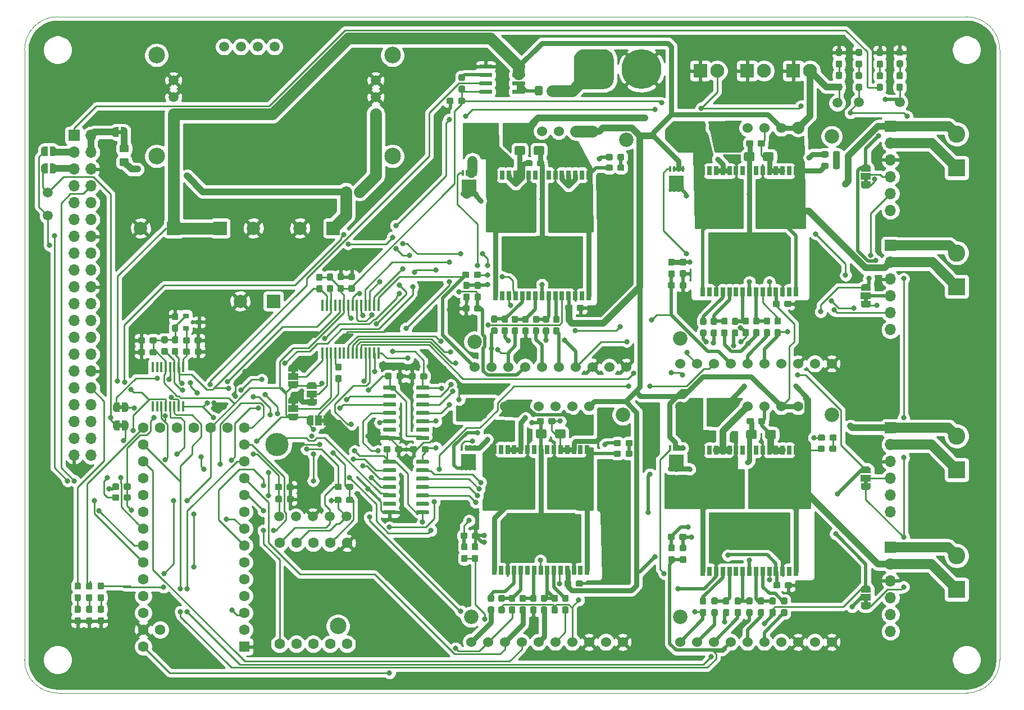
<source format=gbr>
G04 #@! TF.GenerationSoftware,KiCad,Pcbnew,5.1.5*
G04 #@! TF.CreationDate,2020-05-16T06:07:10-05:00*
G04 #@! TF.ProjectId,TurtlebotController,54757274-6c65-4626-9f74-436f6e74726f,rev?*
G04 #@! TF.SameCoordinates,Original*
G04 #@! TF.FileFunction,Copper,L1,Top*
G04 #@! TF.FilePolarity,Positive*
%FSLAX46Y46*%
G04 Gerber Fmt 4.6, Leading zero omitted, Abs format (unit mm)*
G04 Created by KiCad (PCBNEW 5.1.5) date 2020-05-16 06:07:10*
%MOMM*%
%LPD*%
G04 APERTURE LIST*
%ADD10C,0.050000*%
%ADD11C,0.150000*%
%ADD12C,1.500000*%
%ADD13R,2.100000X2.100000*%
%ADD14C,2.100000*%
%ADD15R,1.700000X1.700000*%
%ADD16O,1.700000X1.700000*%
%ADD17C,1.600000*%
%ADD18R,1.600000X1.600000*%
%ADD19C,2.500000*%
%ADD20C,1.524000*%
%ADD21C,2.180000*%
%ADD22R,2.000000X2.000000*%
%ADD23C,2.000000*%
%ADD24C,6.000000*%
%ADD25R,1.500000X1.000000*%
%ADD26R,1.000000X1.500000*%
%ADD27R,0.400000X0.830000*%
%ADD28R,0.400000X0.750000*%
%ADD29R,2.250000X1.850000*%
%ADD30R,6.230000X5.250000*%
%ADD31R,0.660000X1.350000*%
%ADD32R,10.300000X5.250000*%
%ADD33R,0.450000X1.500000*%
%ADD34R,0.900000X0.800000*%
%ADD35R,0.450000X1.750000*%
%ADD36R,2.600000X2.600000*%
%ADD37C,2.600000*%
%ADD38C,3.500120*%
%ADD39C,0.800000*%
%ADD40C,0.750000*%
%ADD41C,0.250000*%
%ADD42C,0.500000*%
%ADD43C,1.000000*%
%ADD44C,1.750000*%
%ADD45C,1.500000*%
%ADD46C,0.254000*%
G04 APERTURE END LIST*
D10*
X70000000Y-133500000D02*
X70000000Y-41500000D01*
X212000000Y-138500000D02*
X75000000Y-138500000D01*
X217000000Y-41500000D02*
X217000000Y-133500000D01*
X75000000Y-36500000D02*
X212000000Y-36500000D01*
X217000000Y-133500000D02*
G75*
G02X212000000Y-138500000I-5000000J0D01*
G01*
X75000000Y-138500000D02*
G75*
G02X70000000Y-133500000I0J5000000D01*
G01*
X212000000Y-36500000D02*
G75*
G02X217000000Y-41500000I0J-5000000D01*
G01*
X70000000Y-41500000D02*
G75*
G02X75000000Y-36500000I5000000J0D01*
G01*
D11*
G36*
X84750000Y-95100000D02*
G01*
X84250000Y-95100000D01*
X84250000Y-95700000D01*
X84750000Y-95700000D01*
X84750000Y-95100000D01*
G37*
G36*
X84750000Y-97850000D02*
G01*
X84250000Y-97850000D01*
X84250000Y-98450000D01*
X84750000Y-98450000D01*
X84750000Y-97850000D01*
G37*
G36*
X84600000Y-53600000D02*
G01*
X84100000Y-53600000D01*
X84100000Y-54200000D01*
X84600000Y-54200000D01*
X84600000Y-53600000D01*
G37*
G36*
X196500000Y-61500000D02*
G01*
X196500000Y-61000000D01*
X197100000Y-61000000D01*
X197100000Y-61500000D01*
X196500000Y-61500000D01*
G37*
G36*
X196500000Y-107000000D02*
G01*
X196500000Y-106500000D01*
X197100000Y-106500000D01*
X197100000Y-107000000D01*
X196500000Y-107000000D01*
G37*
G36*
X196500000Y-79500000D02*
G01*
X196500000Y-79000000D01*
X197100000Y-79000000D01*
X197100000Y-79500000D01*
X196500000Y-79500000D01*
G37*
G36*
X196500000Y-125000000D02*
G01*
X196500000Y-124500000D01*
X197100000Y-124500000D01*
X197100000Y-125000000D01*
X196500000Y-125000000D01*
G37*
G36*
X113000000Y-94300000D02*
G01*
X113000000Y-93800000D01*
X113600000Y-93800000D01*
X113600000Y-94300000D01*
X113000000Y-94300000D01*
G37*
G36*
X115200000Y-97700000D02*
G01*
X114700000Y-97700000D01*
X114700000Y-97100000D01*
X115200000Y-97100000D01*
X115200000Y-97700000D01*
G37*
G36*
X110800000Y-94700000D02*
G01*
X110800000Y-95200000D01*
X110200000Y-95200000D01*
X110200000Y-94700000D01*
X110800000Y-94700000D01*
G37*
G36*
X110800000Y-89850000D02*
G01*
X110800000Y-90350000D01*
X110200000Y-90350000D01*
X110200000Y-89850000D01*
X110800000Y-89850000D01*
G37*
G04 #@! TA.AperFunction,SMDPad,CuDef*
G36*
X148860779Y-81601144D02*
G01*
X148883834Y-81604563D01*
X148906443Y-81610227D01*
X148928387Y-81618079D01*
X148949457Y-81628044D01*
X148969448Y-81640026D01*
X148988168Y-81653910D01*
X149005438Y-81669562D01*
X149021090Y-81686832D01*
X149034974Y-81705552D01*
X149046956Y-81725543D01*
X149056921Y-81746613D01*
X149064773Y-81768557D01*
X149070437Y-81791166D01*
X149073856Y-81814221D01*
X149075000Y-81837500D01*
X149075000Y-82412500D01*
X149073856Y-82435779D01*
X149070437Y-82458834D01*
X149064773Y-82481443D01*
X149056921Y-82503387D01*
X149046956Y-82524457D01*
X149034974Y-82544448D01*
X149021090Y-82563168D01*
X149005438Y-82580438D01*
X148988168Y-82596090D01*
X148969448Y-82609974D01*
X148949457Y-82621956D01*
X148928387Y-82631921D01*
X148906443Y-82639773D01*
X148883834Y-82645437D01*
X148860779Y-82648856D01*
X148837500Y-82650000D01*
X148362500Y-82650000D01*
X148339221Y-82648856D01*
X148316166Y-82645437D01*
X148293557Y-82639773D01*
X148271613Y-82631921D01*
X148250543Y-82621956D01*
X148230552Y-82609974D01*
X148211832Y-82596090D01*
X148194562Y-82580438D01*
X148178910Y-82563168D01*
X148165026Y-82544448D01*
X148153044Y-82524457D01*
X148143079Y-82503387D01*
X148135227Y-82481443D01*
X148129563Y-82458834D01*
X148126144Y-82435779D01*
X148125000Y-82412500D01*
X148125000Y-81837500D01*
X148126144Y-81814221D01*
X148129563Y-81791166D01*
X148135227Y-81768557D01*
X148143079Y-81746613D01*
X148153044Y-81725543D01*
X148165026Y-81705552D01*
X148178910Y-81686832D01*
X148194562Y-81669562D01*
X148211832Y-81653910D01*
X148230552Y-81640026D01*
X148250543Y-81628044D01*
X148271613Y-81618079D01*
X148293557Y-81610227D01*
X148316166Y-81604563D01*
X148339221Y-81601144D01*
X148362500Y-81600000D01*
X148837500Y-81600000D01*
X148860779Y-81601144D01*
G37*
G04 #@! TD.AperFunction*
G04 #@! TA.AperFunction,SMDPad,CuDef*
G36*
X148860779Y-83351144D02*
G01*
X148883834Y-83354563D01*
X148906443Y-83360227D01*
X148928387Y-83368079D01*
X148949457Y-83378044D01*
X148969448Y-83390026D01*
X148988168Y-83403910D01*
X149005438Y-83419562D01*
X149021090Y-83436832D01*
X149034974Y-83455552D01*
X149046956Y-83475543D01*
X149056921Y-83496613D01*
X149064773Y-83518557D01*
X149070437Y-83541166D01*
X149073856Y-83564221D01*
X149075000Y-83587500D01*
X149075000Y-84162500D01*
X149073856Y-84185779D01*
X149070437Y-84208834D01*
X149064773Y-84231443D01*
X149056921Y-84253387D01*
X149046956Y-84274457D01*
X149034974Y-84294448D01*
X149021090Y-84313168D01*
X149005438Y-84330438D01*
X148988168Y-84346090D01*
X148969448Y-84359974D01*
X148949457Y-84371956D01*
X148928387Y-84381921D01*
X148906443Y-84389773D01*
X148883834Y-84395437D01*
X148860779Y-84398856D01*
X148837500Y-84400000D01*
X148362500Y-84400000D01*
X148339221Y-84398856D01*
X148316166Y-84395437D01*
X148293557Y-84389773D01*
X148271613Y-84381921D01*
X148250543Y-84371956D01*
X148230552Y-84359974D01*
X148211832Y-84346090D01*
X148194562Y-84330438D01*
X148178910Y-84313168D01*
X148165026Y-84294448D01*
X148153044Y-84274457D01*
X148143079Y-84253387D01*
X148135227Y-84231443D01*
X148129563Y-84208834D01*
X148126144Y-84185779D01*
X148125000Y-84162500D01*
X148125000Y-83587500D01*
X148126144Y-83564221D01*
X148129563Y-83541166D01*
X148135227Y-83518557D01*
X148143079Y-83496613D01*
X148153044Y-83475543D01*
X148165026Y-83455552D01*
X148178910Y-83436832D01*
X148194562Y-83419562D01*
X148211832Y-83403910D01*
X148230552Y-83390026D01*
X148250543Y-83378044D01*
X148271613Y-83368079D01*
X148293557Y-83360227D01*
X148316166Y-83354563D01*
X148339221Y-83351144D01*
X148362500Y-83350000D01*
X148837500Y-83350000D01*
X148860779Y-83351144D01*
G37*
G04 #@! TD.AperFunction*
G04 #@! TA.AperFunction,SMDPad,CuDef*
G36*
X136160779Y-46876144D02*
G01*
X136183834Y-46879563D01*
X136206443Y-46885227D01*
X136228387Y-46893079D01*
X136249457Y-46903044D01*
X136269448Y-46915026D01*
X136288168Y-46928910D01*
X136305438Y-46944562D01*
X136321090Y-46961832D01*
X136334974Y-46980552D01*
X136346956Y-47000543D01*
X136356921Y-47021613D01*
X136364773Y-47043557D01*
X136370437Y-47066166D01*
X136373856Y-47089221D01*
X136375000Y-47112500D01*
X136375000Y-47687500D01*
X136373856Y-47710779D01*
X136370437Y-47733834D01*
X136364773Y-47756443D01*
X136356921Y-47778387D01*
X136346956Y-47799457D01*
X136334974Y-47819448D01*
X136321090Y-47838168D01*
X136305438Y-47855438D01*
X136288168Y-47871090D01*
X136269448Y-47884974D01*
X136249457Y-47896956D01*
X136228387Y-47906921D01*
X136206443Y-47914773D01*
X136183834Y-47920437D01*
X136160779Y-47923856D01*
X136137500Y-47925000D01*
X135662500Y-47925000D01*
X135639221Y-47923856D01*
X135616166Y-47920437D01*
X135593557Y-47914773D01*
X135571613Y-47906921D01*
X135550543Y-47896956D01*
X135530552Y-47884974D01*
X135511832Y-47871090D01*
X135494562Y-47855438D01*
X135478910Y-47838168D01*
X135465026Y-47819448D01*
X135453044Y-47799457D01*
X135443079Y-47778387D01*
X135435227Y-47756443D01*
X135429563Y-47733834D01*
X135426144Y-47710779D01*
X135425000Y-47687500D01*
X135425000Y-47112500D01*
X135426144Y-47089221D01*
X135429563Y-47066166D01*
X135435227Y-47043557D01*
X135443079Y-47021613D01*
X135453044Y-47000543D01*
X135465026Y-46980552D01*
X135478910Y-46961832D01*
X135494562Y-46944562D01*
X135511832Y-46928910D01*
X135530552Y-46915026D01*
X135550543Y-46903044D01*
X135571613Y-46893079D01*
X135593557Y-46885227D01*
X135616166Y-46879563D01*
X135639221Y-46876144D01*
X135662500Y-46875000D01*
X136137500Y-46875000D01*
X136160779Y-46876144D01*
G37*
G04 #@! TD.AperFunction*
G04 #@! TA.AperFunction,SMDPad,CuDef*
G36*
X136160779Y-45126144D02*
G01*
X136183834Y-45129563D01*
X136206443Y-45135227D01*
X136228387Y-45143079D01*
X136249457Y-45153044D01*
X136269448Y-45165026D01*
X136288168Y-45178910D01*
X136305438Y-45194562D01*
X136321090Y-45211832D01*
X136334974Y-45230552D01*
X136346956Y-45250543D01*
X136356921Y-45271613D01*
X136364773Y-45293557D01*
X136370437Y-45316166D01*
X136373856Y-45339221D01*
X136375000Y-45362500D01*
X136375000Y-45937500D01*
X136373856Y-45960779D01*
X136370437Y-45983834D01*
X136364773Y-46006443D01*
X136356921Y-46028387D01*
X136346956Y-46049457D01*
X136334974Y-46069448D01*
X136321090Y-46088168D01*
X136305438Y-46105438D01*
X136288168Y-46121090D01*
X136269448Y-46134974D01*
X136249457Y-46146956D01*
X136228387Y-46156921D01*
X136206443Y-46164773D01*
X136183834Y-46170437D01*
X136160779Y-46173856D01*
X136137500Y-46175000D01*
X135662500Y-46175000D01*
X135639221Y-46173856D01*
X135616166Y-46170437D01*
X135593557Y-46164773D01*
X135571613Y-46156921D01*
X135550543Y-46146956D01*
X135530552Y-46134974D01*
X135511832Y-46121090D01*
X135494562Y-46105438D01*
X135478910Y-46088168D01*
X135465026Y-46069448D01*
X135453044Y-46049457D01*
X135443079Y-46028387D01*
X135435227Y-46006443D01*
X135429563Y-45983834D01*
X135426144Y-45960779D01*
X135425000Y-45937500D01*
X135425000Y-45362500D01*
X135426144Y-45339221D01*
X135429563Y-45316166D01*
X135435227Y-45293557D01*
X135443079Y-45271613D01*
X135453044Y-45250543D01*
X135465026Y-45230552D01*
X135478910Y-45211832D01*
X135494562Y-45194562D01*
X135511832Y-45178910D01*
X135530552Y-45165026D01*
X135550543Y-45153044D01*
X135571613Y-45143079D01*
X135593557Y-45135227D01*
X135616166Y-45129563D01*
X135639221Y-45126144D01*
X135662500Y-45125000D01*
X136137500Y-45125000D01*
X136160779Y-45126144D01*
G37*
G04 #@! TD.AperFunction*
G04 #@! TA.AperFunction,SMDPad,CuDef*
G36*
X85785779Y-108526144D02*
G01*
X85808834Y-108529563D01*
X85831443Y-108535227D01*
X85853387Y-108543079D01*
X85874457Y-108553044D01*
X85894448Y-108565026D01*
X85913168Y-108578910D01*
X85930438Y-108594562D01*
X85946090Y-108611832D01*
X85959974Y-108630552D01*
X85971956Y-108650543D01*
X85981921Y-108671613D01*
X85989773Y-108693557D01*
X85995437Y-108716166D01*
X85998856Y-108739221D01*
X86000000Y-108762500D01*
X86000000Y-109237500D01*
X85998856Y-109260779D01*
X85995437Y-109283834D01*
X85989773Y-109306443D01*
X85981921Y-109328387D01*
X85971956Y-109349457D01*
X85959974Y-109369448D01*
X85946090Y-109388168D01*
X85930438Y-109405438D01*
X85913168Y-109421090D01*
X85894448Y-109434974D01*
X85874457Y-109446956D01*
X85853387Y-109456921D01*
X85831443Y-109464773D01*
X85808834Y-109470437D01*
X85785779Y-109473856D01*
X85762500Y-109475000D01*
X85187500Y-109475000D01*
X85164221Y-109473856D01*
X85141166Y-109470437D01*
X85118557Y-109464773D01*
X85096613Y-109456921D01*
X85075543Y-109446956D01*
X85055552Y-109434974D01*
X85036832Y-109421090D01*
X85019562Y-109405438D01*
X85003910Y-109388168D01*
X84990026Y-109369448D01*
X84978044Y-109349457D01*
X84968079Y-109328387D01*
X84960227Y-109306443D01*
X84954563Y-109283834D01*
X84951144Y-109260779D01*
X84950000Y-109237500D01*
X84950000Y-108762500D01*
X84951144Y-108739221D01*
X84954563Y-108716166D01*
X84960227Y-108693557D01*
X84968079Y-108671613D01*
X84978044Y-108650543D01*
X84990026Y-108630552D01*
X85003910Y-108611832D01*
X85019562Y-108594562D01*
X85036832Y-108578910D01*
X85055552Y-108565026D01*
X85075543Y-108553044D01*
X85096613Y-108543079D01*
X85118557Y-108535227D01*
X85141166Y-108529563D01*
X85164221Y-108526144D01*
X85187500Y-108525000D01*
X85762500Y-108525000D01*
X85785779Y-108526144D01*
G37*
G04 #@! TD.AperFunction*
G04 #@! TA.AperFunction,SMDPad,CuDef*
G36*
X84035779Y-108526144D02*
G01*
X84058834Y-108529563D01*
X84081443Y-108535227D01*
X84103387Y-108543079D01*
X84124457Y-108553044D01*
X84144448Y-108565026D01*
X84163168Y-108578910D01*
X84180438Y-108594562D01*
X84196090Y-108611832D01*
X84209974Y-108630552D01*
X84221956Y-108650543D01*
X84231921Y-108671613D01*
X84239773Y-108693557D01*
X84245437Y-108716166D01*
X84248856Y-108739221D01*
X84250000Y-108762500D01*
X84250000Y-109237500D01*
X84248856Y-109260779D01*
X84245437Y-109283834D01*
X84239773Y-109306443D01*
X84231921Y-109328387D01*
X84221956Y-109349457D01*
X84209974Y-109369448D01*
X84196090Y-109388168D01*
X84180438Y-109405438D01*
X84163168Y-109421090D01*
X84144448Y-109434974D01*
X84124457Y-109446956D01*
X84103387Y-109456921D01*
X84081443Y-109464773D01*
X84058834Y-109470437D01*
X84035779Y-109473856D01*
X84012500Y-109475000D01*
X83437500Y-109475000D01*
X83414221Y-109473856D01*
X83391166Y-109470437D01*
X83368557Y-109464773D01*
X83346613Y-109456921D01*
X83325543Y-109446956D01*
X83305552Y-109434974D01*
X83286832Y-109421090D01*
X83269562Y-109405438D01*
X83253910Y-109388168D01*
X83240026Y-109369448D01*
X83228044Y-109349457D01*
X83218079Y-109328387D01*
X83210227Y-109306443D01*
X83204563Y-109283834D01*
X83201144Y-109260779D01*
X83200000Y-109237500D01*
X83200000Y-108762500D01*
X83201144Y-108739221D01*
X83204563Y-108716166D01*
X83210227Y-108693557D01*
X83218079Y-108671613D01*
X83228044Y-108650543D01*
X83240026Y-108630552D01*
X83253910Y-108611832D01*
X83269562Y-108594562D01*
X83286832Y-108578910D01*
X83305552Y-108565026D01*
X83325543Y-108553044D01*
X83346613Y-108543079D01*
X83368557Y-108535227D01*
X83391166Y-108529563D01*
X83414221Y-108526144D01*
X83437500Y-108525000D01*
X84012500Y-108525000D01*
X84035779Y-108526144D01*
G37*
G04 #@! TD.AperFunction*
G04 #@! TA.AperFunction,SMDPad,CuDef*
G36*
X85785779Y-106901144D02*
G01*
X85808834Y-106904563D01*
X85831443Y-106910227D01*
X85853387Y-106918079D01*
X85874457Y-106928044D01*
X85894448Y-106940026D01*
X85913168Y-106953910D01*
X85930438Y-106969562D01*
X85946090Y-106986832D01*
X85959974Y-107005552D01*
X85971956Y-107025543D01*
X85981921Y-107046613D01*
X85989773Y-107068557D01*
X85995437Y-107091166D01*
X85998856Y-107114221D01*
X86000000Y-107137500D01*
X86000000Y-107612500D01*
X85998856Y-107635779D01*
X85995437Y-107658834D01*
X85989773Y-107681443D01*
X85981921Y-107703387D01*
X85971956Y-107724457D01*
X85959974Y-107744448D01*
X85946090Y-107763168D01*
X85930438Y-107780438D01*
X85913168Y-107796090D01*
X85894448Y-107809974D01*
X85874457Y-107821956D01*
X85853387Y-107831921D01*
X85831443Y-107839773D01*
X85808834Y-107845437D01*
X85785779Y-107848856D01*
X85762500Y-107850000D01*
X85187500Y-107850000D01*
X85164221Y-107848856D01*
X85141166Y-107845437D01*
X85118557Y-107839773D01*
X85096613Y-107831921D01*
X85075543Y-107821956D01*
X85055552Y-107809974D01*
X85036832Y-107796090D01*
X85019562Y-107780438D01*
X85003910Y-107763168D01*
X84990026Y-107744448D01*
X84978044Y-107724457D01*
X84968079Y-107703387D01*
X84960227Y-107681443D01*
X84954563Y-107658834D01*
X84951144Y-107635779D01*
X84950000Y-107612500D01*
X84950000Y-107137500D01*
X84951144Y-107114221D01*
X84954563Y-107091166D01*
X84960227Y-107068557D01*
X84968079Y-107046613D01*
X84978044Y-107025543D01*
X84990026Y-107005552D01*
X85003910Y-106986832D01*
X85019562Y-106969562D01*
X85036832Y-106953910D01*
X85055552Y-106940026D01*
X85075543Y-106928044D01*
X85096613Y-106918079D01*
X85118557Y-106910227D01*
X85141166Y-106904563D01*
X85164221Y-106901144D01*
X85187500Y-106900000D01*
X85762500Y-106900000D01*
X85785779Y-106901144D01*
G37*
G04 #@! TD.AperFunction*
G04 #@! TA.AperFunction,SMDPad,CuDef*
G36*
X84035779Y-106901144D02*
G01*
X84058834Y-106904563D01*
X84081443Y-106910227D01*
X84103387Y-106918079D01*
X84124457Y-106928044D01*
X84144448Y-106940026D01*
X84163168Y-106953910D01*
X84180438Y-106969562D01*
X84196090Y-106986832D01*
X84209974Y-107005552D01*
X84221956Y-107025543D01*
X84231921Y-107046613D01*
X84239773Y-107068557D01*
X84245437Y-107091166D01*
X84248856Y-107114221D01*
X84250000Y-107137500D01*
X84250000Y-107612500D01*
X84248856Y-107635779D01*
X84245437Y-107658834D01*
X84239773Y-107681443D01*
X84231921Y-107703387D01*
X84221956Y-107724457D01*
X84209974Y-107744448D01*
X84196090Y-107763168D01*
X84180438Y-107780438D01*
X84163168Y-107796090D01*
X84144448Y-107809974D01*
X84124457Y-107821956D01*
X84103387Y-107831921D01*
X84081443Y-107839773D01*
X84058834Y-107845437D01*
X84035779Y-107848856D01*
X84012500Y-107850000D01*
X83437500Y-107850000D01*
X83414221Y-107848856D01*
X83391166Y-107845437D01*
X83368557Y-107839773D01*
X83346613Y-107831921D01*
X83325543Y-107821956D01*
X83305552Y-107809974D01*
X83286832Y-107796090D01*
X83269562Y-107780438D01*
X83253910Y-107763168D01*
X83240026Y-107744448D01*
X83228044Y-107724457D01*
X83218079Y-107703387D01*
X83210227Y-107681443D01*
X83204563Y-107658834D01*
X83201144Y-107635779D01*
X83200000Y-107612500D01*
X83200000Y-107137500D01*
X83201144Y-107114221D01*
X83204563Y-107091166D01*
X83210227Y-107068557D01*
X83218079Y-107046613D01*
X83228044Y-107025543D01*
X83240026Y-107005552D01*
X83253910Y-106986832D01*
X83269562Y-106969562D01*
X83286832Y-106953910D01*
X83305552Y-106940026D01*
X83325543Y-106928044D01*
X83346613Y-106918079D01*
X83368557Y-106910227D01*
X83391166Y-106904563D01*
X83414221Y-106901144D01*
X83437500Y-106900000D01*
X84012500Y-106900000D01*
X84035779Y-106901144D01*
G37*
G04 #@! TD.AperFunction*
D12*
X201900000Y-49400000D03*
X195750000Y-49350000D03*
X192500000Y-49500000D03*
G04 #@! TA.AperFunction,SMDPad,CuDef*
D11*
G36*
X85150000Y-94650602D02*
G01*
X85174534Y-94650602D01*
X85223365Y-94655412D01*
X85271490Y-94664984D01*
X85318445Y-94679228D01*
X85363778Y-94698005D01*
X85407051Y-94721136D01*
X85447850Y-94748396D01*
X85485779Y-94779524D01*
X85520476Y-94814221D01*
X85551604Y-94852150D01*
X85578864Y-94892949D01*
X85601995Y-94936222D01*
X85620772Y-94981555D01*
X85635016Y-95028510D01*
X85644588Y-95076635D01*
X85649398Y-95125466D01*
X85649398Y-95150000D01*
X85650000Y-95150000D01*
X85650000Y-95650000D01*
X85649398Y-95650000D01*
X85649398Y-95674534D01*
X85644588Y-95723365D01*
X85635016Y-95771490D01*
X85620772Y-95818445D01*
X85601995Y-95863778D01*
X85578864Y-95907051D01*
X85551604Y-95947850D01*
X85520476Y-95985779D01*
X85485779Y-96020476D01*
X85447850Y-96051604D01*
X85407051Y-96078864D01*
X85363778Y-96101995D01*
X85318445Y-96120772D01*
X85271490Y-96135016D01*
X85223365Y-96144588D01*
X85174534Y-96149398D01*
X85150000Y-96149398D01*
X85150000Y-96150000D01*
X84650000Y-96150000D01*
X84650000Y-94650000D01*
X85150000Y-94650000D01*
X85150000Y-94650602D01*
G37*
G04 #@! TD.AperFunction*
G04 #@! TA.AperFunction,SMDPad,CuDef*
G36*
X84350000Y-96150000D02*
G01*
X83850000Y-96150000D01*
X83850000Y-96149398D01*
X83825466Y-96149398D01*
X83776635Y-96144588D01*
X83728510Y-96135016D01*
X83681555Y-96120772D01*
X83636222Y-96101995D01*
X83592949Y-96078864D01*
X83552150Y-96051604D01*
X83514221Y-96020476D01*
X83479524Y-95985779D01*
X83448396Y-95947850D01*
X83421136Y-95907051D01*
X83398005Y-95863778D01*
X83379228Y-95818445D01*
X83364984Y-95771490D01*
X83355412Y-95723365D01*
X83350602Y-95674534D01*
X83350602Y-95650000D01*
X83350000Y-95650000D01*
X83350000Y-95150000D01*
X83350602Y-95150000D01*
X83350602Y-95125466D01*
X83355412Y-95076635D01*
X83364984Y-95028510D01*
X83379228Y-94981555D01*
X83398005Y-94936222D01*
X83421136Y-94892949D01*
X83448396Y-94852150D01*
X83479524Y-94814221D01*
X83514221Y-94779524D01*
X83552150Y-94748396D01*
X83592949Y-94721136D01*
X83636222Y-94698005D01*
X83681555Y-94679228D01*
X83728510Y-94664984D01*
X83776635Y-94655412D01*
X83825466Y-94650602D01*
X83850000Y-94650602D01*
X83850000Y-94650000D01*
X84350000Y-94650000D01*
X84350000Y-96150000D01*
G37*
G04 #@! TD.AperFunction*
G04 #@! TA.AperFunction,SMDPad,CuDef*
G36*
X85150000Y-97400602D02*
G01*
X85174534Y-97400602D01*
X85223365Y-97405412D01*
X85271490Y-97414984D01*
X85318445Y-97429228D01*
X85363778Y-97448005D01*
X85407051Y-97471136D01*
X85447850Y-97498396D01*
X85485779Y-97529524D01*
X85520476Y-97564221D01*
X85551604Y-97602150D01*
X85578864Y-97642949D01*
X85601995Y-97686222D01*
X85620772Y-97731555D01*
X85635016Y-97778510D01*
X85644588Y-97826635D01*
X85649398Y-97875466D01*
X85649398Y-97900000D01*
X85650000Y-97900000D01*
X85650000Y-98400000D01*
X85649398Y-98400000D01*
X85649398Y-98424534D01*
X85644588Y-98473365D01*
X85635016Y-98521490D01*
X85620772Y-98568445D01*
X85601995Y-98613778D01*
X85578864Y-98657051D01*
X85551604Y-98697850D01*
X85520476Y-98735779D01*
X85485779Y-98770476D01*
X85447850Y-98801604D01*
X85407051Y-98828864D01*
X85363778Y-98851995D01*
X85318445Y-98870772D01*
X85271490Y-98885016D01*
X85223365Y-98894588D01*
X85174534Y-98899398D01*
X85150000Y-98899398D01*
X85150000Y-98900000D01*
X84650000Y-98900000D01*
X84650000Y-97400000D01*
X85150000Y-97400000D01*
X85150000Y-97400602D01*
G37*
G04 #@! TD.AperFunction*
G04 #@! TA.AperFunction,SMDPad,CuDef*
G36*
X84350000Y-98900000D02*
G01*
X83850000Y-98900000D01*
X83850000Y-98899398D01*
X83825466Y-98899398D01*
X83776635Y-98894588D01*
X83728510Y-98885016D01*
X83681555Y-98870772D01*
X83636222Y-98851995D01*
X83592949Y-98828864D01*
X83552150Y-98801604D01*
X83514221Y-98770476D01*
X83479524Y-98735779D01*
X83448396Y-98697850D01*
X83421136Y-98657051D01*
X83398005Y-98613778D01*
X83379228Y-98568445D01*
X83364984Y-98521490D01*
X83355412Y-98473365D01*
X83350602Y-98424534D01*
X83350602Y-98400000D01*
X83350000Y-98400000D01*
X83350000Y-97900000D01*
X83350602Y-97900000D01*
X83350602Y-97875466D01*
X83355412Y-97826635D01*
X83364984Y-97778510D01*
X83379228Y-97731555D01*
X83398005Y-97686222D01*
X83421136Y-97642949D01*
X83448396Y-97602150D01*
X83479524Y-97564221D01*
X83514221Y-97529524D01*
X83552150Y-97498396D01*
X83592949Y-97471136D01*
X83636222Y-97448005D01*
X83681555Y-97429228D01*
X83728510Y-97414984D01*
X83776635Y-97405412D01*
X83825466Y-97400602D01*
X83850000Y-97400602D01*
X83850000Y-97400000D01*
X84350000Y-97400000D01*
X84350000Y-98900000D01*
G37*
G04 #@! TD.AperFunction*
G04 #@! TA.AperFunction,SMDPad,CuDef*
G36*
X84200000Y-54650000D02*
G01*
X83700000Y-54650000D01*
X83700000Y-54649398D01*
X83675466Y-54649398D01*
X83626635Y-54644588D01*
X83578510Y-54635016D01*
X83531555Y-54620772D01*
X83486222Y-54601995D01*
X83442949Y-54578864D01*
X83402150Y-54551604D01*
X83364221Y-54520476D01*
X83329524Y-54485779D01*
X83298396Y-54447850D01*
X83271136Y-54407051D01*
X83248005Y-54363778D01*
X83229228Y-54318445D01*
X83214984Y-54271490D01*
X83205412Y-54223365D01*
X83200602Y-54174534D01*
X83200602Y-54150000D01*
X83200000Y-54150000D01*
X83200000Y-53650000D01*
X83200602Y-53650000D01*
X83200602Y-53625466D01*
X83205412Y-53576635D01*
X83214984Y-53528510D01*
X83229228Y-53481555D01*
X83248005Y-53436222D01*
X83271136Y-53392949D01*
X83298396Y-53352150D01*
X83329524Y-53314221D01*
X83364221Y-53279524D01*
X83402150Y-53248396D01*
X83442949Y-53221136D01*
X83486222Y-53198005D01*
X83531555Y-53179228D01*
X83578510Y-53164984D01*
X83626635Y-53155412D01*
X83675466Y-53150602D01*
X83700000Y-53150602D01*
X83700000Y-53150000D01*
X84200000Y-53150000D01*
X84200000Y-54650000D01*
G37*
G04 #@! TD.AperFunction*
G04 #@! TA.AperFunction,SMDPad,CuDef*
G36*
X85000000Y-53150602D02*
G01*
X85024534Y-53150602D01*
X85073365Y-53155412D01*
X85121490Y-53164984D01*
X85168445Y-53179228D01*
X85213778Y-53198005D01*
X85257051Y-53221136D01*
X85297850Y-53248396D01*
X85335779Y-53279524D01*
X85370476Y-53314221D01*
X85401604Y-53352150D01*
X85428864Y-53392949D01*
X85451995Y-53436222D01*
X85470772Y-53481555D01*
X85485016Y-53528510D01*
X85494588Y-53576635D01*
X85499398Y-53625466D01*
X85499398Y-53650000D01*
X85500000Y-53650000D01*
X85500000Y-54150000D01*
X85499398Y-54150000D01*
X85499398Y-54174534D01*
X85494588Y-54223365D01*
X85485016Y-54271490D01*
X85470772Y-54318445D01*
X85451995Y-54363778D01*
X85428864Y-54407051D01*
X85401604Y-54447850D01*
X85370476Y-54485779D01*
X85335779Y-54520476D01*
X85297850Y-54551604D01*
X85257051Y-54578864D01*
X85213778Y-54601995D01*
X85168445Y-54620772D01*
X85121490Y-54635016D01*
X85073365Y-54644588D01*
X85024534Y-54649398D01*
X85000000Y-54649398D01*
X85000000Y-54650000D01*
X84500000Y-54650000D01*
X84500000Y-53150000D01*
X85000000Y-53150000D01*
X85000000Y-53150602D01*
G37*
G04 #@! TD.AperFunction*
G04 #@! TA.AperFunction,SMDPad,CuDef*
G36*
X73800000Y-56050000D02*
G01*
X74300000Y-56050000D01*
X74300000Y-56050602D01*
X74324534Y-56050602D01*
X74373365Y-56055412D01*
X74421490Y-56064984D01*
X74468445Y-56079228D01*
X74513778Y-56098005D01*
X74557051Y-56121136D01*
X74597850Y-56148396D01*
X74635779Y-56179524D01*
X74670476Y-56214221D01*
X74701604Y-56252150D01*
X74728864Y-56292949D01*
X74751995Y-56336222D01*
X74770772Y-56381555D01*
X74785016Y-56428510D01*
X74794588Y-56476635D01*
X74799398Y-56525466D01*
X74799398Y-56550000D01*
X74800000Y-56550000D01*
X74800000Y-57050000D01*
X74799398Y-57050000D01*
X74799398Y-57074534D01*
X74794588Y-57123365D01*
X74785016Y-57171490D01*
X74770772Y-57218445D01*
X74751995Y-57263778D01*
X74728864Y-57307051D01*
X74701604Y-57347850D01*
X74670476Y-57385779D01*
X74635779Y-57420476D01*
X74597850Y-57451604D01*
X74557051Y-57478864D01*
X74513778Y-57501995D01*
X74468445Y-57520772D01*
X74421490Y-57535016D01*
X74373365Y-57544588D01*
X74324534Y-57549398D01*
X74300000Y-57549398D01*
X74300000Y-57550000D01*
X73800000Y-57550000D01*
X73800000Y-56050000D01*
G37*
G04 #@! TD.AperFunction*
G04 #@! TA.AperFunction,SMDPad,CuDef*
G36*
X73000000Y-57549398D02*
G01*
X72975466Y-57549398D01*
X72926635Y-57544588D01*
X72878510Y-57535016D01*
X72831555Y-57520772D01*
X72786222Y-57501995D01*
X72742949Y-57478864D01*
X72702150Y-57451604D01*
X72664221Y-57420476D01*
X72629524Y-57385779D01*
X72598396Y-57347850D01*
X72571136Y-57307051D01*
X72548005Y-57263778D01*
X72529228Y-57218445D01*
X72514984Y-57171490D01*
X72505412Y-57123365D01*
X72500602Y-57074534D01*
X72500602Y-57050000D01*
X72500000Y-57050000D01*
X72500000Y-56550000D01*
X72500602Y-56550000D01*
X72500602Y-56525466D01*
X72505412Y-56476635D01*
X72514984Y-56428510D01*
X72529228Y-56381555D01*
X72548005Y-56336222D01*
X72571136Y-56292949D01*
X72598396Y-56252150D01*
X72629524Y-56214221D01*
X72664221Y-56179524D01*
X72702150Y-56148396D01*
X72742949Y-56121136D01*
X72786222Y-56098005D01*
X72831555Y-56079228D01*
X72878510Y-56064984D01*
X72926635Y-56055412D01*
X72975466Y-56050602D01*
X73000000Y-56050602D01*
X73000000Y-56050000D01*
X73500000Y-56050000D01*
X73500000Y-57550000D01*
X73000000Y-57550000D01*
X73000000Y-57549398D01*
G37*
G04 #@! TD.AperFunction*
D13*
X178910000Y-44650000D03*
D14*
X181450000Y-44650000D03*
D13*
X185850000Y-44650000D03*
D14*
X188390000Y-44650000D03*
G04 #@! TA.AperFunction,SMDPad,CuDef*
D11*
G36*
X196010779Y-46601144D02*
G01*
X196033834Y-46604563D01*
X196056443Y-46610227D01*
X196078387Y-46618079D01*
X196099457Y-46628044D01*
X196119448Y-46640026D01*
X196138168Y-46653910D01*
X196155438Y-46669562D01*
X196171090Y-46686832D01*
X196184974Y-46705552D01*
X196196956Y-46725543D01*
X196206921Y-46746613D01*
X196214773Y-46768557D01*
X196220437Y-46791166D01*
X196223856Y-46814221D01*
X196225000Y-46837500D01*
X196225000Y-47412500D01*
X196223856Y-47435779D01*
X196220437Y-47458834D01*
X196214773Y-47481443D01*
X196206921Y-47503387D01*
X196196956Y-47524457D01*
X196184974Y-47544448D01*
X196171090Y-47563168D01*
X196155438Y-47580438D01*
X196138168Y-47596090D01*
X196119448Y-47609974D01*
X196099457Y-47621956D01*
X196078387Y-47631921D01*
X196056443Y-47639773D01*
X196033834Y-47645437D01*
X196010779Y-47648856D01*
X195987500Y-47650000D01*
X195512500Y-47650000D01*
X195489221Y-47648856D01*
X195466166Y-47645437D01*
X195443557Y-47639773D01*
X195421613Y-47631921D01*
X195400543Y-47621956D01*
X195380552Y-47609974D01*
X195361832Y-47596090D01*
X195344562Y-47580438D01*
X195328910Y-47563168D01*
X195315026Y-47544448D01*
X195303044Y-47524457D01*
X195293079Y-47503387D01*
X195285227Y-47481443D01*
X195279563Y-47458834D01*
X195276144Y-47435779D01*
X195275000Y-47412500D01*
X195275000Y-46837500D01*
X195276144Y-46814221D01*
X195279563Y-46791166D01*
X195285227Y-46768557D01*
X195293079Y-46746613D01*
X195303044Y-46725543D01*
X195315026Y-46705552D01*
X195328910Y-46686832D01*
X195344562Y-46669562D01*
X195361832Y-46653910D01*
X195380552Y-46640026D01*
X195400543Y-46628044D01*
X195421613Y-46618079D01*
X195443557Y-46610227D01*
X195466166Y-46604563D01*
X195489221Y-46601144D01*
X195512500Y-46600000D01*
X195987500Y-46600000D01*
X196010779Y-46601144D01*
G37*
G04 #@! TD.AperFunction*
G04 #@! TA.AperFunction,SMDPad,CuDef*
G36*
X196010779Y-44851144D02*
G01*
X196033834Y-44854563D01*
X196056443Y-44860227D01*
X196078387Y-44868079D01*
X196099457Y-44878044D01*
X196119448Y-44890026D01*
X196138168Y-44903910D01*
X196155438Y-44919562D01*
X196171090Y-44936832D01*
X196184974Y-44955552D01*
X196196956Y-44975543D01*
X196206921Y-44996613D01*
X196214773Y-45018557D01*
X196220437Y-45041166D01*
X196223856Y-45064221D01*
X196225000Y-45087500D01*
X196225000Y-45662500D01*
X196223856Y-45685779D01*
X196220437Y-45708834D01*
X196214773Y-45731443D01*
X196206921Y-45753387D01*
X196196956Y-45774457D01*
X196184974Y-45794448D01*
X196171090Y-45813168D01*
X196155438Y-45830438D01*
X196138168Y-45846090D01*
X196119448Y-45859974D01*
X196099457Y-45871956D01*
X196078387Y-45881921D01*
X196056443Y-45889773D01*
X196033834Y-45895437D01*
X196010779Y-45898856D01*
X195987500Y-45900000D01*
X195512500Y-45900000D01*
X195489221Y-45898856D01*
X195466166Y-45895437D01*
X195443557Y-45889773D01*
X195421613Y-45881921D01*
X195400543Y-45871956D01*
X195380552Y-45859974D01*
X195361832Y-45846090D01*
X195344562Y-45830438D01*
X195328910Y-45813168D01*
X195315026Y-45794448D01*
X195303044Y-45774457D01*
X195293079Y-45753387D01*
X195285227Y-45731443D01*
X195279563Y-45708834D01*
X195276144Y-45685779D01*
X195275000Y-45662500D01*
X195275000Y-45087500D01*
X195276144Y-45064221D01*
X195279563Y-45041166D01*
X195285227Y-45018557D01*
X195293079Y-44996613D01*
X195303044Y-44975543D01*
X195315026Y-44955552D01*
X195328910Y-44936832D01*
X195344562Y-44919562D01*
X195361832Y-44903910D01*
X195380552Y-44890026D01*
X195400543Y-44878044D01*
X195421613Y-44868079D01*
X195443557Y-44860227D01*
X195466166Y-44854563D01*
X195489221Y-44851144D01*
X195512500Y-44850000D01*
X195987500Y-44850000D01*
X196010779Y-44851144D01*
G37*
G04 #@! TD.AperFunction*
G04 #@! TA.AperFunction,SMDPad,CuDef*
G36*
X199160779Y-46626144D02*
G01*
X199183834Y-46629563D01*
X199206443Y-46635227D01*
X199228387Y-46643079D01*
X199249457Y-46653044D01*
X199269448Y-46665026D01*
X199288168Y-46678910D01*
X199305438Y-46694562D01*
X199321090Y-46711832D01*
X199334974Y-46730552D01*
X199346956Y-46750543D01*
X199356921Y-46771613D01*
X199364773Y-46793557D01*
X199370437Y-46816166D01*
X199373856Y-46839221D01*
X199375000Y-46862500D01*
X199375000Y-47437500D01*
X199373856Y-47460779D01*
X199370437Y-47483834D01*
X199364773Y-47506443D01*
X199356921Y-47528387D01*
X199346956Y-47549457D01*
X199334974Y-47569448D01*
X199321090Y-47588168D01*
X199305438Y-47605438D01*
X199288168Y-47621090D01*
X199269448Y-47634974D01*
X199249457Y-47646956D01*
X199228387Y-47656921D01*
X199206443Y-47664773D01*
X199183834Y-47670437D01*
X199160779Y-47673856D01*
X199137500Y-47675000D01*
X198662500Y-47675000D01*
X198639221Y-47673856D01*
X198616166Y-47670437D01*
X198593557Y-47664773D01*
X198571613Y-47656921D01*
X198550543Y-47646956D01*
X198530552Y-47634974D01*
X198511832Y-47621090D01*
X198494562Y-47605438D01*
X198478910Y-47588168D01*
X198465026Y-47569448D01*
X198453044Y-47549457D01*
X198443079Y-47528387D01*
X198435227Y-47506443D01*
X198429563Y-47483834D01*
X198426144Y-47460779D01*
X198425000Y-47437500D01*
X198425000Y-46862500D01*
X198426144Y-46839221D01*
X198429563Y-46816166D01*
X198435227Y-46793557D01*
X198443079Y-46771613D01*
X198453044Y-46750543D01*
X198465026Y-46730552D01*
X198478910Y-46711832D01*
X198494562Y-46694562D01*
X198511832Y-46678910D01*
X198530552Y-46665026D01*
X198550543Y-46653044D01*
X198571613Y-46643079D01*
X198593557Y-46635227D01*
X198616166Y-46629563D01*
X198639221Y-46626144D01*
X198662500Y-46625000D01*
X199137500Y-46625000D01*
X199160779Y-46626144D01*
G37*
G04 #@! TD.AperFunction*
G04 #@! TA.AperFunction,SMDPad,CuDef*
G36*
X199160779Y-44876144D02*
G01*
X199183834Y-44879563D01*
X199206443Y-44885227D01*
X199228387Y-44893079D01*
X199249457Y-44903044D01*
X199269448Y-44915026D01*
X199288168Y-44928910D01*
X199305438Y-44944562D01*
X199321090Y-44961832D01*
X199334974Y-44980552D01*
X199346956Y-45000543D01*
X199356921Y-45021613D01*
X199364773Y-45043557D01*
X199370437Y-45066166D01*
X199373856Y-45089221D01*
X199375000Y-45112500D01*
X199375000Y-45687500D01*
X199373856Y-45710779D01*
X199370437Y-45733834D01*
X199364773Y-45756443D01*
X199356921Y-45778387D01*
X199346956Y-45799457D01*
X199334974Y-45819448D01*
X199321090Y-45838168D01*
X199305438Y-45855438D01*
X199288168Y-45871090D01*
X199269448Y-45884974D01*
X199249457Y-45896956D01*
X199228387Y-45906921D01*
X199206443Y-45914773D01*
X199183834Y-45920437D01*
X199160779Y-45923856D01*
X199137500Y-45925000D01*
X198662500Y-45925000D01*
X198639221Y-45923856D01*
X198616166Y-45920437D01*
X198593557Y-45914773D01*
X198571613Y-45906921D01*
X198550543Y-45896956D01*
X198530552Y-45884974D01*
X198511832Y-45871090D01*
X198494562Y-45855438D01*
X198478910Y-45838168D01*
X198465026Y-45819448D01*
X198453044Y-45799457D01*
X198443079Y-45778387D01*
X198435227Y-45756443D01*
X198429563Y-45733834D01*
X198426144Y-45710779D01*
X198425000Y-45687500D01*
X198425000Y-45112500D01*
X198426144Y-45089221D01*
X198429563Y-45066166D01*
X198435227Y-45043557D01*
X198443079Y-45021613D01*
X198453044Y-45000543D01*
X198465026Y-44980552D01*
X198478910Y-44961832D01*
X198494562Y-44944562D01*
X198511832Y-44928910D01*
X198530552Y-44915026D01*
X198550543Y-44903044D01*
X198571613Y-44893079D01*
X198593557Y-44885227D01*
X198616166Y-44879563D01*
X198639221Y-44876144D01*
X198662500Y-44875000D01*
X199137500Y-44875000D01*
X199160779Y-44876144D01*
G37*
G04 #@! TD.AperFunction*
G04 #@! TA.AperFunction,SMDPad,CuDef*
G36*
X202160779Y-46601144D02*
G01*
X202183834Y-46604563D01*
X202206443Y-46610227D01*
X202228387Y-46618079D01*
X202249457Y-46628044D01*
X202269448Y-46640026D01*
X202288168Y-46653910D01*
X202305438Y-46669562D01*
X202321090Y-46686832D01*
X202334974Y-46705552D01*
X202346956Y-46725543D01*
X202356921Y-46746613D01*
X202364773Y-46768557D01*
X202370437Y-46791166D01*
X202373856Y-46814221D01*
X202375000Y-46837500D01*
X202375000Y-47412500D01*
X202373856Y-47435779D01*
X202370437Y-47458834D01*
X202364773Y-47481443D01*
X202356921Y-47503387D01*
X202346956Y-47524457D01*
X202334974Y-47544448D01*
X202321090Y-47563168D01*
X202305438Y-47580438D01*
X202288168Y-47596090D01*
X202269448Y-47609974D01*
X202249457Y-47621956D01*
X202228387Y-47631921D01*
X202206443Y-47639773D01*
X202183834Y-47645437D01*
X202160779Y-47648856D01*
X202137500Y-47650000D01*
X201662500Y-47650000D01*
X201639221Y-47648856D01*
X201616166Y-47645437D01*
X201593557Y-47639773D01*
X201571613Y-47631921D01*
X201550543Y-47621956D01*
X201530552Y-47609974D01*
X201511832Y-47596090D01*
X201494562Y-47580438D01*
X201478910Y-47563168D01*
X201465026Y-47544448D01*
X201453044Y-47524457D01*
X201443079Y-47503387D01*
X201435227Y-47481443D01*
X201429563Y-47458834D01*
X201426144Y-47435779D01*
X201425000Y-47412500D01*
X201425000Y-46837500D01*
X201426144Y-46814221D01*
X201429563Y-46791166D01*
X201435227Y-46768557D01*
X201443079Y-46746613D01*
X201453044Y-46725543D01*
X201465026Y-46705552D01*
X201478910Y-46686832D01*
X201494562Y-46669562D01*
X201511832Y-46653910D01*
X201530552Y-46640026D01*
X201550543Y-46628044D01*
X201571613Y-46618079D01*
X201593557Y-46610227D01*
X201616166Y-46604563D01*
X201639221Y-46601144D01*
X201662500Y-46600000D01*
X202137500Y-46600000D01*
X202160779Y-46601144D01*
G37*
G04 #@! TD.AperFunction*
G04 #@! TA.AperFunction,SMDPad,CuDef*
G36*
X202160779Y-44851144D02*
G01*
X202183834Y-44854563D01*
X202206443Y-44860227D01*
X202228387Y-44868079D01*
X202249457Y-44878044D01*
X202269448Y-44890026D01*
X202288168Y-44903910D01*
X202305438Y-44919562D01*
X202321090Y-44936832D01*
X202334974Y-44955552D01*
X202346956Y-44975543D01*
X202356921Y-44996613D01*
X202364773Y-45018557D01*
X202370437Y-45041166D01*
X202373856Y-45064221D01*
X202375000Y-45087500D01*
X202375000Y-45662500D01*
X202373856Y-45685779D01*
X202370437Y-45708834D01*
X202364773Y-45731443D01*
X202356921Y-45753387D01*
X202346956Y-45774457D01*
X202334974Y-45794448D01*
X202321090Y-45813168D01*
X202305438Y-45830438D01*
X202288168Y-45846090D01*
X202269448Y-45859974D01*
X202249457Y-45871956D01*
X202228387Y-45881921D01*
X202206443Y-45889773D01*
X202183834Y-45895437D01*
X202160779Y-45898856D01*
X202137500Y-45900000D01*
X201662500Y-45900000D01*
X201639221Y-45898856D01*
X201616166Y-45895437D01*
X201593557Y-45889773D01*
X201571613Y-45881921D01*
X201550543Y-45871956D01*
X201530552Y-45859974D01*
X201511832Y-45846090D01*
X201494562Y-45830438D01*
X201478910Y-45813168D01*
X201465026Y-45794448D01*
X201453044Y-45774457D01*
X201443079Y-45753387D01*
X201435227Y-45731443D01*
X201429563Y-45708834D01*
X201426144Y-45685779D01*
X201425000Y-45662500D01*
X201425000Y-45087500D01*
X201426144Y-45064221D01*
X201429563Y-45041166D01*
X201435227Y-45018557D01*
X201443079Y-44996613D01*
X201453044Y-44975543D01*
X201465026Y-44955552D01*
X201478910Y-44936832D01*
X201494562Y-44919562D01*
X201511832Y-44903910D01*
X201530552Y-44890026D01*
X201550543Y-44878044D01*
X201571613Y-44868079D01*
X201593557Y-44860227D01*
X201616166Y-44854563D01*
X201639221Y-44851144D01*
X201662500Y-44850000D01*
X202137500Y-44850000D01*
X202160779Y-44851144D01*
G37*
G04 #@! TD.AperFunction*
D15*
X77460000Y-54400000D03*
D16*
X80000000Y-54400000D03*
X77460000Y-56940000D03*
X80000000Y-56940000D03*
X77460000Y-59480000D03*
X80000000Y-59480000D03*
X77460000Y-62020000D03*
X80000000Y-62020000D03*
X77460000Y-64560000D03*
X80000000Y-64560000D03*
X77460000Y-67100000D03*
X80000000Y-67100000D03*
X77460000Y-69640000D03*
X80000000Y-69640000D03*
X77460000Y-72180000D03*
X80000000Y-72180000D03*
X77460000Y-74720000D03*
X80000000Y-74720000D03*
X77460000Y-77260000D03*
X80000000Y-77260000D03*
X77460000Y-79800000D03*
X80000000Y-79800000D03*
X77460000Y-82340000D03*
X80000000Y-82340000D03*
X77460000Y-84880000D03*
X80000000Y-84880000D03*
X77460000Y-87420000D03*
X80000000Y-87420000D03*
X77460000Y-89960000D03*
X80000000Y-89960000D03*
X77460000Y-92500000D03*
X80000000Y-92500000D03*
X77460000Y-95040000D03*
X80000000Y-95040000D03*
X77460000Y-97580000D03*
X80000000Y-97580000D03*
X77460000Y-100120000D03*
X80000000Y-100120000D03*
X77460000Y-102660000D03*
X80000000Y-102660000D03*
D12*
X73500000Y-66500000D03*
X73500000Y-63000000D03*
D17*
X95500000Y-98490000D03*
X92960000Y-98490000D03*
X90420000Y-98490000D03*
X87880000Y-98490000D03*
X98040000Y-98490000D03*
X100580000Y-98490000D03*
X103120000Y-98490000D03*
X87880000Y-101030000D03*
X87880000Y-103570000D03*
X87880000Y-106110000D03*
X87880000Y-108650000D03*
X87880000Y-111190000D03*
X87880000Y-113730000D03*
X87880000Y-116270000D03*
X87880000Y-118810000D03*
X87880000Y-121350000D03*
X87880000Y-123890000D03*
X87880000Y-126430000D03*
X87880000Y-128970000D03*
X87880000Y-131510000D03*
X90420000Y-128970000D03*
X103120000Y-101030000D03*
X103120000Y-103570000D03*
X103120000Y-106110000D03*
X103120000Y-108650000D03*
X103120000Y-111190000D03*
X103120000Y-113730000D03*
X103120000Y-116270000D03*
X103120000Y-118810000D03*
X103120000Y-121350000D03*
X103120000Y-123890000D03*
X103120000Y-126430000D03*
X103120000Y-128970000D03*
D18*
X103120000Y-131510000D03*
D19*
X117230000Y-128410000D03*
D12*
X118500000Y-111900000D03*
X115960000Y-111900000D03*
X113420000Y-111900000D03*
X110880000Y-111900000D03*
X108340000Y-111900000D03*
D20*
X160660000Y-89330000D03*
X158120000Y-89330000D03*
X155580000Y-89330000D03*
X153040000Y-89330000D03*
X150500000Y-89330000D03*
X147960000Y-89330000D03*
X145420000Y-89330000D03*
X142880000Y-89330000D03*
X140340000Y-89330000D03*
X137800000Y-89330000D03*
X155580000Y-53770000D03*
X153040000Y-53770000D03*
X150500000Y-53770000D03*
X147960000Y-53770000D03*
X145420000Y-53770000D03*
X142880000Y-53770000D03*
X140340000Y-53770000D03*
X137800000Y-53770000D03*
D21*
X137800000Y-85520000D03*
X160660000Y-55040000D03*
X191660000Y-54540000D03*
X168800000Y-85020000D03*
D20*
X168800000Y-53270000D03*
X171340000Y-53270000D03*
X173880000Y-53270000D03*
X176420000Y-53270000D03*
X178960000Y-53270000D03*
X181500000Y-53270000D03*
X184040000Y-53270000D03*
X186580000Y-53270000D03*
X168800000Y-88830000D03*
X171340000Y-88830000D03*
X173880000Y-88830000D03*
X176420000Y-88830000D03*
X178960000Y-88830000D03*
X181500000Y-88830000D03*
X184040000Y-88830000D03*
X186580000Y-88830000D03*
X189120000Y-88830000D03*
X191660000Y-88830000D03*
G04 #@! TA.AperFunction,SMDPad,CuDef*
D11*
G36*
X145314703Y-47505722D02*
G01*
X145329264Y-47507882D01*
X145343543Y-47511459D01*
X145357403Y-47516418D01*
X145370710Y-47522712D01*
X145383336Y-47530280D01*
X145395159Y-47539048D01*
X145406066Y-47548934D01*
X145415952Y-47559841D01*
X145424720Y-47571664D01*
X145432288Y-47584290D01*
X145438582Y-47597597D01*
X145443541Y-47611457D01*
X145447118Y-47625736D01*
X145449278Y-47640297D01*
X145450000Y-47655000D01*
X145450000Y-47955000D01*
X145449278Y-47969703D01*
X145447118Y-47984264D01*
X145443541Y-47998543D01*
X145438582Y-48012403D01*
X145432288Y-48025710D01*
X145424720Y-48038336D01*
X145415952Y-48050159D01*
X145406066Y-48061066D01*
X145395159Y-48070952D01*
X145383336Y-48079720D01*
X145370710Y-48087288D01*
X145357403Y-48093582D01*
X145343543Y-48098541D01*
X145329264Y-48102118D01*
X145314703Y-48104278D01*
X145300000Y-48105000D01*
X143650000Y-48105000D01*
X143635297Y-48104278D01*
X143620736Y-48102118D01*
X143606457Y-48098541D01*
X143592597Y-48093582D01*
X143579290Y-48087288D01*
X143566664Y-48079720D01*
X143554841Y-48070952D01*
X143543934Y-48061066D01*
X143534048Y-48050159D01*
X143525280Y-48038336D01*
X143517712Y-48025710D01*
X143511418Y-48012403D01*
X143506459Y-47998543D01*
X143502882Y-47984264D01*
X143500722Y-47969703D01*
X143500000Y-47955000D01*
X143500000Y-47655000D01*
X143500722Y-47640297D01*
X143502882Y-47625736D01*
X143506459Y-47611457D01*
X143511418Y-47597597D01*
X143517712Y-47584290D01*
X143525280Y-47571664D01*
X143534048Y-47559841D01*
X143543934Y-47548934D01*
X143554841Y-47539048D01*
X143566664Y-47530280D01*
X143579290Y-47522712D01*
X143592597Y-47516418D01*
X143606457Y-47511459D01*
X143620736Y-47507882D01*
X143635297Y-47505722D01*
X143650000Y-47505000D01*
X145300000Y-47505000D01*
X145314703Y-47505722D01*
G37*
G04 #@! TD.AperFunction*
G04 #@! TA.AperFunction,SMDPad,CuDef*
G36*
X145314703Y-46235722D02*
G01*
X145329264Y-46237882D01*
X145343543Y-46241459D01*
X145357403Y-46246418D01*
X145370710Y-46252712D01*
X145383336Y-46260280D01*
X145395159Y-46269048D01*
X145406066Y-46278934D01*
X145415952Y-46289841D01*
X145424720Y-46301664D01*
X145432288Y-46314290D01*
X145438582Y-46327597D01*
X145443541Y-46341457D01*
X145447118Y-46355736D01*
X145449278Y-46370297D01*
X145450000Y-46385000D01*
X145450000Y-46685000D01*
X145449278Y-46699703D01*
X145447118Y-46714264D01*
X145443541Y-46728543D01*
X145438582Y-46742403D01*
X145432288Y-46755710D01*
X145424720Y-46768336D01*
X145415952Y-46780159D01*
X145406066Y-46791066D01*
X145395159Y-46800952D01*
X145383336Y-46809720D01*
X145370710Y-46817288D01*
X145357403Y-46823582D01*
X145343543Y-46828541D01*
X145329264Y-46832118D01*
X145314703Y-46834278D01*
X145300000Y-46835000D01*
X143650000Y-46835000D01*
X143635297Y-46834278D01*
X143620736Y-46832118D01*
X143606457Y-46828541D01*
X143592597Y-46823582D01*
X143579290Y-46817288D01*
X143566664Y-46809720D01*
X143554841Y-46800952D01*
X143543934Y-46791066D01*
X143534048Y-46780159D01*
X143525280Y-46768336D01*
X143517712Y-46755710D01*
X143511418Y-46742403D01*
X143506459Y-46728543D01*
X143502882Y-46714264D01*
X143500722Y-46699703D01*
X143500000Y-46685000D01*
X143500000Y-46385000D01*
X143500722Y-46370297D01*
X143502882Y-46355736D01*
X143506459Y-46341457D01*
X143511418Y-46327597D01*
X143517712Y-46314290D01*
X143525280Y-46301664D01*
X143534048Y-46289841D01*
X143543934Y-46278934D01*
X143554841Y-46269048D01*
X143566664Y-46260280D01*
X143579290Y-46252712D01*
X143592597Y-46246418D01*
X143606457Y-46241459D01*
X143620736Y-46237882D01*
X143635297Y-46235722D01*
X143650000Y-46235000D01*
X145300000Y-46235000D01*
X145314703Y-46235722D01*
G37*
G04 #@! TD.AperFunction*
G04 #@! TA.AperFunction,SMDPad,CuDef*
G36*
X145314703Y-44965722D02*
G01*
X145329264Y-44967882D01*
X145343543Y-44971459D01*
X145357403Y-44976418D01*
X145370710Y-44982712D01*
X145383336Y-44990280D01*
X145395159Y-44999048D01*
X145406066Y-45008934D01*
X145415952Y-45019841D01*
X145424720Y-45031664D01*
X145432288Y-45044290D01*
X145438582Y-45057597D01*
X145443541Y-45071457D01*
X145447118Y-45085736D01*
X145449278Y-45100297D01*
X145450000Y-45115000D01*
X145450000Y-45415000D01*
X145449278Y-45429703D01*
X145447118Y-45444264D01*
X145443541Y-45458543D01*
X145438582Y-45472403D01*
X145432288Y-45485710D01*
X145424720Y-45498336D01*
X145415952Y-45510159D01*
X145406066Y-45521066D01*
X145395159Y-45530952D01*
X145383336Y-45539720D01*
X145370710Y-45547288D01*
X145357403Y-45553582D01*
X145343543Y-45558541D01*
X145329264Y-45562118D01*
X145314703Y-45564278D01*
X145300000Y-45565000D01*
X143650000Y-45565000D01*
X143635297Y-45564278D01*
X143620736Y-45562118D01*
X143606457Y-45558541D01*
X143592597Y-45553582D01*
X143579290Y-45547288D01*
X143566664Y-45539720D01*
X143554841Y-45530952D01*
X143543934Y-45521066D01*
X143534048Y-45510159D01*
X143525280Y-45498336D01*
X143517712Y-45485710D01*
X143511418Y-45472403D01*
X143506459Y-45458543D01*
X143502882Y-45444264D01*
X143500722Y-45429703D01*
X143500000Y-45415000D01*
X143500000Y-45115000D01*
X143500722Y-45100297D01*
X143502882Y-45085736D01*
X143506459Y-45071457D01*
X143511418Y-45057597D01*
X143517712Y-45044290D01*
X143525280Y-45031664D01*
X143534048Y-45019841D01*
X143543934Y-45008934D01*
X143554841Y-44999048D01*
X143566664Y-44990280D01*
X143579290Y-44982712D01*
X143592597Y-44976418D01*
X143606457Y-44971459D01*
X143620736Y-44967882D01*
X143635297Y-44965722D01*
X143650000Y-44965000D01*
X145300000Y-44965000D01*
X145314703Y-44965722D01*
G37*
G04 #@! TD.AperFunction*
G04 #@! TA.AperFunction,SMDPad,CuDef*
G36*
X145314703Y-43695722D02*
G01*
X145329264Y-43697882D01*
X145343543Y-43701459D01*
X145357403Y-43706418D01*
X145370710Y-43712712D01*
X145383336Y-43720280D01*
X145395159Y-43729048D01*
X145406066Y-43738934D01*
X145415952Y-43749841D01*
X145424720Y-43761664D01*
X145432288Y-43774290D01*
X145438582Y-43787597D01*
X145443541Y-43801457D01*
X145447118Y-43815736D01*
X145449278Y-43830297D01*
X145450000Y-43845000D01*
X145450000Y-44145000D01*
X145449278Y-44159703D01*
X145447118Y-44174264D01*
X145443541Y-44188543D01*
X145438582Y-44202403D01*
X145432288Y-44215710D01*
X145424720Y-44228336D01*
X145415952Y-44240159D01*
X145406066Y-44251066D01*
X145395159Y-44260952D01*
X145383336Y-44269720D01*
X145370710Y-44277288D01*
X145357403Y-44283582D01*
X145343543Y-44288541D01*
X145329264Y-44292118D01*
X145314703Y-44294278D01*
X145300000Y-44295000D01*
X143650000Y-44295000D01*
X143635297Y-44294278D01*
X143620736Y-44292118D01*
X143606457Y-44288541D01*
X143592597Y-44283582D01*
X143579290Y-44277288D01*
X143566664Y-44269720D01*
X143554841Y-44260952D01*
X143543934Y-44251066D01*
X143534048Y-44240159D01*
X143525280Y-44228336D01*
X143517712Y-44215710D01*
X143511418Y-44202403D01*
X143506459Y-44188543D01*
X143502882Y-44174264D01*
X143500722Y-44159703D01*
X143500000Y-44145000D01*
X143500000Y-43845000D01*
X143500722Y-43830297D01*
X143502882Y-43815736D01*
X143506459Y-43801457D01*
X143511418Y-43787597D01*
X143517712Y-43774290D01*
X143525280Y-43761664D01*
X143534048Y-43749841D01*
X143543934Y-43738934D01*
X143554841Y-43729048D01*
X143566664Y-43720280D01*
X143579290Y-43712712D01*
X143592597Y-43706418D01*
X143606457Y-43701459D01*
X143620736Y-43697882D01*
X143635297Y-43695722D01*
X143650000Y-43695000D01*
X145300000Y-43695000D01*
X145314703Y-43695722D01*
G37*
G04 #@! TD.AperFunction*
G04 #@! TA.AperFunction,SMDPad,CuDef*
G36*
X140364703Y-43695722D02*
G01*
X140379264Y-43697882D01*
X140393543Y-43701459D01*
X140407403Y-43706418D01*
X140420710Y-43712712D01*
X140433336Y-43720280D01*
X140445159Y-43729048D01*
X140456066Y-43738934D01*
X140465952Y-43749841D01*
X140474720Y-43761664D01*
X140482288Y-43774290D01*
X140488582Y-43787597D01*
X140493541Y-43801457D01*
X140497118Y-43815736D01*
X140499278Y-43830297D01*
X140500000Y-43845000D01*
X140500000Y-44145000D01*
X140499278Y-44159703D01*
X140497118Y-44174264D01*
X140493541Y-44188543D01*
X140488582Y-44202403D01*
X140482288Y-44215710D01*
X140474720Y-44228336D01*
X140465952Y-44240159D01*
X140456066Y-44251066D01*
X140445159Y-44260952D01*
X140433336Y-44269720D01*
X140420710Y-44277288D01*
X140407403Y-44283582D01*
X140393543Y-44288541D01*
X140379264Y-44292118D01*
X140364703Y-44294278D01*
X140350000Y-44295000D01*
X138700000Y-44295000D01*
X138685297Y-44294278D01*
X138670736Y-44292118D01*
X138656457Y-44288541D01*
X138642597Y-44283582D01*
X138629290Y-44277288D01*
X138616664Y-44269720D01*
X138604841Y-44260952D01*
X138593934Y-44251066D01*
X138584048Y-44240159D01*
X138575280Y-44228336D01*
X138567712Y-44215710D01*
X138561418Y-44202403D01*
X138556459Y-44188543D01*
X138552882Y-44174264D01*
X138550722Y-44159703D01*
X138550000Y-44145000D01*
X138550000Y-43845000D01*
X138550722Y-43830297D01*
X138552882Y-43815736D01*
X138556459Y-43801457D01*
X138561418Y-43787597D01*
X138567712Y-43774290D01*
X138575280Y-43761664D01*
X138584048Y-43749841D01*
X138593934Y-43738934D01*
X138604841Y-43729048D01*
X138616664Y-43720280D01*
X138629290Y-43712712D01*
X138642597Y-43706418D01*
X138656457Y-43701459D01*
X138670736Y-43697882D01*
X138685297Y-43695722D01*
X138700000Y-43695000D01*
X140350000Y-43695000D01*
X140364703Y-43695722D01*
G37*
G04 #@! TD.AperFunction*
G04 #@! TA.AperFunction,SMDPad,CuDef*
G36*
X140364703Y-44965722D02*
G01*
X140379264Y-44967882D01*
X140393543Y-44971459D01*
X140407403Y-44976418D01*
X140420710Y-44982712D01*
X140433336Y-44990280D01*
X140445159Y-44999048D01*
X140456066Y-45008934D01*
X140465952Y-45019841D01*
X140474720Y-45031664D01*
X140482288Y-45044290D01*
X140488582Y-45057597D01*
X140493541Y-45071457D01*
X140497118Y-45085736D01*
X140499278Y-45100297D01*
X140500000Y-45115000D01*
X140500000Y-45415000D01*
X140499278Y-45429703D01*
X140497118Y-45444264D01*
X140493541Y-45458543D01*
X140488582Y-45472403D01*
X140482288Y-45485710D01*
X140474720Y-45498336D01*
X140465952Y-45510159D01*
X140456066Y-45521066D01*
X140445159Y-45530952D01*
X140433336Y-45539720D01*
X140420710Y-45547288D01*
X140407403Y-45553582D01*
X140393543Y-45558541D01*
X140379264Y-45562118D01*
X140364703Y-45564278D01*
X140350000Y-45565000D01*
X138700000Y-45565000D01*
X138685297Y-45564278D01*
X138670736Y-45562118D01*
X138656457Y-45558541D01*
X138642597Y-45553582D01*
X138629290Y-45547288D01*
X138616664Y-45539720D01*
X138604841Y-45530952D01*
X138593934Y-45521066D01*
X138584048Y-45510159D01*
X138575280Y-45498336D01*
X138567712Y-45485710D01*
X138561418Y-45472403D01*
X138556459Y-45458543D01*
X138552882Y-45444264D01*
X138550722Y-45429703D01*
X138550000Y-45415000D01*
X138550000Y-45115000D01*
X138550722Y-45100297D01*
X138552882Y-45085736D01*
X138556459Y-45071457D01*
X138561418Y-45057597D01*
X138567712Y-45044290D01*
X138575280Y-45031664D01*
X138584048Y-45019841D01*
X138593934Y-45008934D01*
X138604841Y-44999048D01*
X138616664Y-44990280D01*
X138629290Y-44982712D01*
X138642597Y-44976418D01*
X138656457Y-44971459D01*
X138670736Y-44967882D01*
X138685297Y-44965722D01*
X138700000Y-44965000D01*
X140350000Y-44965000D01*
X140364703Y-44965722D01*
G37*
G04 #@! TD.AperFunction*
G04 #@! TA.AperFunction,SMDPad,CuDef*
G36*
X140364703Y-46235722D02*
G01*
X140379264Y-46237882D01*
X140393543Y-46241459D01*
X140407403Y-46246418D01*
X140420710Y-46252712D01*
X140433336Y-46260280D01*
X140445159Y-46269048D01*
X140456066Y-46278934D01*
X140465952Y-46289841D01*
X140474720Y-46301664D01*
X140482288Y-46314290D01*
X140488582Y-46327597D01*
X140493541Y-46341457D01*
X140497118Y-46355736D01*
X140499278Y-46370297D01*
X140500000Y-46385000D01*
X140500000Y-46685000D01*
X140499278Y-46699703D01*
X140497118Y-46714264D01*
X140493541Y-46728543D01*
X140488582Y-46742403D01*
X140482288Y-46755710D01*
X140474720Y-46768336D01*
X140465952Y-46780159D01*
X140456066Y-46791066D01*
X140445159Y-46800952D01*
X140433336Y-46809720D01*
X140420710Y-46817288D01*
X140407403Y-46823582D01*
X140393543Y-46828541D01*
X140379264Y-46832118D01*
X140364703Y-46834278D01*
X140350000Y-46835000D01*
X138700000Y-46835000D01*
X138685297Y-46834278D01*
X138670736Y-46832118D01*
X138656457Y-46828541D01*
X138642597Y-46823582D01*
X138629290Y-46817288D01*
X138616664Y-46809720D01*
X138604841Y-46800952D01*
X138593934Y-46791066D01*
X138584048Y-46780159D01*
X138575280Y-46768336D01*
X138567712Y-46755710D01*
X138561418Y-46742403D01*
X138556459Y-46728543D01*
X138552882Y-46714264D01*
X138550722Y-46699703D01*
X138550000Y-46685000D01*
X138550000Y-46385000D01*
X138550722Y-46370297D01*
X138552882Y-46355736D01*
X138556459Y-46341457D01*
X138561418Y-46327597D01*
X138567712Y-46314290D01*
X138575280Y-46301664D01*
X138584048Y-46289841D01*
X138593934Y-46278934D01*
X138604841Y-46269048D01*
X138616664Y-46260280D01*
X138629290Y-46252712D01*
X138642597Y-46246418D01*
X138656457Y-46241459D01*
X138670736Y-46237882D01*
X138685297Y-46235722D01*
X138700000Y-46235000D01*
X140350000Y-46235000D01*
X140364703Y-46235722D01*
G37*
G04 #@! TD.AperFunction*
G04 #@! TA.AperFunction,SMDPad,CuDef*
G36*
X140364703Y-47505722D02*
G01*
X140379264Y-47507882D01*
X140393543Y-47511459D01*
X140407403Y-47516418D01*
X140420710Y-47522712D01*
X140433336Y-47530280D01*
X140445159Y-47539048D01*
X140456066Y-47548934D01*
X140465952Y-47559841D01*
X140474720Y-47571664D01*
X140482288Y-47584290D01*
X140488582Y-47597597D01*
X140493541Y-47611457D01*
X140497118Y-47625736D01*
X140499278Y-47640297D01*
X140500000Y-47655000D01*
X140500000Y-47955000D01*
X140499278Y-47969703D01*
X140497118Y-47984264D01*
X140493541Y-47998543D01*
X140488582Y-48012403D01*
X140482288Y-48025710D01*
X140474720Y-48038336D01*
X140465952Y-48050159D01*
X140456066Y-48061066D01*
X140445159Y-48070952D01*
X140433336Y-48079720D01*
X140420710Y-48087288D01*
X140407403Y-48093582D01*
X140393543Y-48098541D01*
X140379264Y-48102118D01*
X140364703Y-48104278D01*
X140350000Y-48105000D01*
X138700000Y-48105000D01*
X138685297Y-48104278D01*
X138670736Y-48102118D01*
X138656457Y-48098541D01*
X138642597Y-48093582D01*
X138629290Y-48087288D01*
X138616664Y-48079720D01*
X138604841Y-48070952D01*
X138593934Y-48061066D01*
X138584048Y-48050159D01*
X138575280Y-48038336D01*
X138567712Y-48025710D01*
X138561418Y-48012403D01*
X138556459Y-47998543D01*
X138552882Y-47984264D01*
X138550722Y-47969703D01*
X138550000Y-47955000D01*
X138550000Y-47655000D01*
X138550722Y-47640297D01*
X138552882Y-47625736D01*
X138556459Y-47611457D01*
X138561418Y-47597597D01*
X138567712Y-47584290D01*
X138575280Y-47571664D01*
X138584048Y-47559841D01*
X138593934Y-47548934D01*
X138604841Y-47539048D01*
X138616664Y-47530280D01*
X138629290Y-47522712D01*
X138642597Y-47516418D01*
X138656457Y-47511459D01*
X138670736Y-47507882D01*
X138685297Y-47505722D01*
X138700000Y-47505000D01*
X140350000Y-47505000D01*
X140364703Y-47505722D01*
G37*
G04 #@! TD.AperFunction*
D19*
X125460000Y-57520000D03*
D12*
X92440000Y-53710000D03*
D19*
X125460000Y-42280000D03*
X89900000Y-42280000D03*
X89900000Y-57520000D03*
D12*
X92440000Y-51170000D03*
X92440000Y-48630000D03*
X92440000Y-46090000D03*
X122920000Y-53710000D03*
X122920000Y-51170000D03*
X122920000Y-48630000D03*
X122920000Y-46090000D03*
X107680000Y-41010000D03*
X105140000Y-41010000D03*
X102600000Y-41010000D03*
X100060000Y-41010000D03*
D22*
X116500000Y-68400000D03*
D23*
X111500000Y-68400000D03*
G04 #@! TA.AperFunction,SMDPad,CuDef*
D11*
G36*
X80010779Y-125351144D02*
G01*
X80033834Y-125354563D01*
X80056443Y-125360227D01*
X80078387Y-125368079D01*
X80099457Y-125378044D01*
X80119448Y-125390026D01*
X80138168Y-125403910D01*
X80155438Y-125419562D01*
X80171090Y-125436832D01*
X80184974Y-125455552D01*
X80196956Y-125475543D01*
X80206921Y-125496613D01*
X80214773Y-125518557D01*
X80220437Y-125541166D01*
X80223856Y-125564221D01*
X80225000Y-125587500D01*
X80225000Y-126162500D01*
X80223856Y-126185779D01*
X80220437Y-126208834D01*
X80214773Y-126231443D01*
X80206921Y-126253387D01*
X80196956Y-126274457D01*
X80184974Y-126294448D01*
X80171090Y-126313168D01*
X80155438Y-126330438D01*
X80138168Y-126346090D01*
X80119448Y-126359974D01*
X80099457Y-126371956D01*
X80078387Y-126381921D01*
X80056443Y-126389773D01*
X80033834Y-126395437D01*
X80010779Y-126398856D01*
X79987500Y-126400000D01*
X79512500Y-126400000D01*
X79489221Y-126398856D01*
X79466166Y-126395437D01*
X79443557Y-126389773D01*
X79421613Y-126381921D01*
X79400543Y-126371956D01*
X79380552Y-126359974D01*
X79361832Y-126346090D01*
X79344562Y-126330438D01*
X79328910Y-126313168D01*
X79315026Y-126294448D01*
X79303044Y-126274457D01*
X79293079Y-126253387D01*
X79285227Y-126231443D01*
X79279563Y-126208834D01*
X79276144Y-126185779D01*
X79275000Y-126162500D01*
X79275000Y-125587500D01*
X79276144Y-125564221D01*
X79279563Y-125541166D01*
X79285227Y-125518557D01*
X79293079Y-125496613D01*
X79303044Y-125475543D01*
X79315026Y-125455552D01*
X79328910Y-125436832D01*
X79344562Y-125419562D01*
X79361832Y-125403910D01*
X79380552Y-125390026D01*
X79400543Y-125378044D01*
X79421613Y-125368079D01*
X79443557Y-125360227D01*
X79466166Y-125354563D01*
X79489221Y-125351144D01*
X79512500Y-125350000D01*
X79987500Y-125350000D01*
X80010779Y-125351144D01*
G37*
G04 #@! TD.AperFunction*
G04 #@! TA.AperFunction,SMDPad,CuDef*
G36*
X80010779Y-127101144D02*
G01*
X80033834Y-127104563D01*
X80056443Y-127110227D01*
X80078387Y-127118079D01*
X80099457Y-127128044D01*
X80119448Y-127140026D01*
X80138168Y-127153910D01*
X80155438Y-127169562D01*
X80171090Y-127186832D01*
X80184974Y-127205552D01*
X80196956Y-127225543D01*
X80206921Y-127246613D01*
X80214773Y-127268557D01*
X80220437Y-127291166D01*
X80223856Y-127314221D01*
X80225000Y-127337500D01*
X80225000Y-127912500D01*
X80223856Y-127935779D01*
X80220437Y-127958834D01*
X80214773Y-127981443D01*
X80206921Y-128003387D01*
X80196956Y-128024457D01*
X80184974Y-128044448D01*
X80171090Y-128063168D01*
X80155438Y-128080438D01*
X80138168Y-128096090D01*
X80119448Y-128109974D01*
X80099457Y-128121956D01*
X80078387Y-128131921D01*
X80056443Y-128139773D01*
X80033834Y-128145437D01*
X80010779Y-128148856D01*
X79987500Y-128150000D01*
X79512500Y-128150000D01*
X79489221Y-128148856D01*
X79466166Y-128145437D01*
X79443557Y-128139773D01*
X79421613Y-128131921D01*
X79400543Y-128121956D01*
X79380552Y-128109974D01*
X79361832Y-128096090D01*
X79344562Y-128080438D01*
X79328910Y-128063168D01*
X79315026Y-128044448D01*
X79303044Y-128024457D01*
X79293079Y-128003387D01*
X79285227Y-127981443D01*
X79279563Y-127958834D01*
X79276144Y-127935779D01*
X79275000Y-127912500D01*
X79275000Y-127337500D01*
X79276144Y-127314221D01*
X79279563Y-127291166D01*
X79285227Y-127268557D01*
X79293079Y-127246613D01*
X79303044Y-127225543D01*
X79315026Y-127205552D01*
X79328910Y-127186832D01*
X79344562Y-127169562D01*
X79361832Y-127153910D01*
X79380552Y-127140026D01*
X79400543Y-127128044D01*
X79421613Y-127118079D01*
X79443557Y-127110227D01*
X79466166Y-127104563D01*
X79489221Y-127101144D01*
X79512500Y-127100000D01*
X79987500Y-127100000D01*
X80010779Y-127101144D01*
G37*
G04 #@! TD.AperFunction*
D16*
X200500000Y-65700000D03*
X200500000Y-63160000D03*
X200500000Y-60620000D03*
X200500000Y-58080000D03*
X200500000Y-55540000D03*
D15*
X200500000Y-53000000D03*
G04 #@! TA.AperFunction,SMDPad,CuDef*
D11*
G36*
X202185779Y-41326144D02*
G01*
X202208834Y-41329563D01*
X202231443Y-41335227D01*
X202253387Y-41343079D01*
X202274457Y-41353044D01*
X202294448Y-41365026D01*
X202313168Y-41378910D01*
X202330438Y-41394562D01*
X202346090Y-41411832D01*
X202359974Y-41430552D01*
X202371956Y-41450543D01*
X202381921Y-41471613D01*
X202389773Y-41493557D01*
X202395437Y-41516166D01*
X202398856Y-41539221D01*
X202400000Y-41562500D01*
X202400000Y-42137500D01*
X202398856Y-42160779D01*
X202395437Y-42183834D01*
X202389773Y-42206443D01*
X202381921Y-42228387D01*
X202371956Y-42249457D01*
X202359974Y-42269448D01*
X202346090Y-42288168D01*
X202330438Y-42305438D01*
X202313168Y-42321090D01*
X202294448Y-42334974D01*
X202274457Y-42346956D01*
X202253387Y-42356921D01*
X202231443Y-42364773D01*
X202208834Y-42370437D01*
X202185779Y-42373856D01*
X202162500Y-42375000D01*
X201687500Y-42375000D01*
X201664221Y-42373856D01*
X201641166Y-42370437D01*
X201618557Y-42364773D01*
X201596613Y-42356921D01*
X201575543Y-42346956D01*
X201555552Y-42334974D01*
X201536832Y-42321090D01*
X201519562Y-42305438D01*
X201503910Y-42288168D01*
X201490026Y-42269448D01*
X201478044Y-42249457D01*
X201468079Y-42228387D01*
X201460227Y-42206443D01*
X201454563Y-42183834D01*
X201451144Y-42160779D01*
X201450000Y-42137500D01*
X201450000Y-41562500D01*
X201451144Y-41539221D01*
X201454563Y-41516166D01*
X201460227Y-41493557D01*
X201468079Y-41471613D01*
X201478044Y-41450543D01*
X201490026Y-41430552D01*
X201503910Y-41411832D01*
X201519562Y-41394562D01*
X201536832Y-41378910D01*
X201555552Y-41365026D01*
X201575543Y-41353044D01*
X201596613Y-41343079D01*
X201618557Y-41335227D01*
X201641166Y-41329563D01*
X201664221Y-41326144D01*
X201687500Y-41325000D01*
X202162500Y-41325000D01*
X202185779Y-41326144D01*
G37*
G04 #@! TD.AperFunction*
G04 #@! TA.AperFunction,SMDPad,CuDef*
G36*
X202185779Y-43076144D02*
G01*
X202208834Y-43079563D01*
X202231443Y-43085227D01*
X202253387Y-43093079D01*
X202274457Y-43103044D01*
X202294448Y-43115026D01*
X202313168Y-43128910D01*
X202330438Y-43144562D01*
X202346090Y-43161832D01*
X202359974Y-43180552D01*
X202371956Y-43200543D01*
X202381921Y-43221613D01*
X202389773Y-43243557D01*
X202395437Y-43266166D01*
X202398856Y-43289221D01*
X202400000Y-43312500D01*
X202400000Y-43887500D01*
X202398856Y-43910779D01*
X202395437Y-43933834D01*
X202389773Y-43956443D01*
X202381921Y-43978387D01*
X202371956Y-43999457D01*
X202359974Y-44019448D01*
X202346090Y-44038168D01*
X202330438Y-44055438D01*
X202313168Y-44071090D01*
X202294448Y-44084974D01*
X202274457Y-44096956D01*
X202253387Y-44106921D01*
X202231443Y-44114773D01*
X202208834Y-44120437D01*
X202185779Y-44123856D01*
X202162500Y-44125000D01*
X201687500Y-44125000D01*
X201664221Y-44123856D01*
X201641166Y-44120437D01*
X201618557Y-44114773D01*
X201596613Y-44106921D01*
X201575543Y-44096956D01*
X201555552Y-44084974D01*
X201536832Y-44071090D01*
X201519562Y-44055438D01*
X201503910Y-44038168D01*
X201490026Y-44019448D01*
X201478044Y-43999457D01*
X201468079Y-43978387D01*
X201460227Y-43956443D01*
X201454563Y-43933834D01*
X201451144Y-43910779D01*
X201450000Y-43887500D01*
X201450000Y-43312500D01*
X201451144Y-43289221D01*
X201454563Y-43266166D01*
X201460227Y-43243557D01*
X201468079Y-43221613D01*
X201478044Y-43200543D01*
X201490026Y-43180552D01*
X201503910Y-43161832D01*
X201519562Y-43144562D01*
X201536832Y-43128910D01*
X201555552Y-43115026D01*
X201575543Y-43103044D01*
X201596613Y-43093079D01*
X201618557Y-43085227D01*
X201641166Y-43079563D01*
X201664221Y-43076144D01*
X201687500Y-43075000D01*
X202162500Y-43075000D01*
X202185779Y-43076144D01*
G37*
G04 #@! TD.AperFunction*
G04 #@! TA.AperFunction,SMDPad,CuDef*
G36*
X120849505Y-62201204D02*
G01*
X120873773Y-62204804D01*
X120897572Y-62210765D01*
X120920671Y-62219030D01*
X120942850Y-62229520D01*
X120963893Y-62242132D01*
X120983599Y-62256747D01*
X121001777Y-62273223D01*
X121018253Y-62291401D01*
X121032868Y-62311107D01*
X121045480Y-62332150D01*
X121055970Y-62354329D01*
X121064235Y-62377428D01*
X121070196Y-62401227D01*
X121073796Y-62425495D01*
X121075000Y-62449999D01*
X121075000Y-63350001D01*
X121073796Y-63374505D01*
X121070196Y-63398773D01*
X121064235Y-63422572D01*
X121055970Y-63445671D01*
X121045480Y-63467850D01*
X121032868Y-63488893D01*
X121018253Y-63508599D01*
X121001777Y-63526777D01*
X120983599Y-63543253D01*
X120963893Y-63557868D01*
X120942850Y-63570480D01*
X120920671Y-63580970D01*
X120897572Y-63589235D01*
X120873773Y-63595196D01*
X120849505Y-63598796D01*
X120825001Y-63600000D01*
X120174999Y-63600000D01*
X120150495Y-63598796D01*
X120126227Y-63595196D01*
X120102428Y-63589235D01*
X120079329Y-63580970D01*
X120057150Y-63570480D01*
X120036107Y-63557868D01*
X120016401Y-63543253D01*
X119998223Y-63526777D01*
X119981747Y-63508599D01*
X119967132Y-63488893D01*
X119954520Y-63467850D01*
X119944030Y-63445671D01*
X119935765Y-63422572D01*
X119929804Y-63398773D01*
X119926204Y-63374505D01*
X119925000Y-63350001D01*
X119925000Y-62449999D01*
X119926204Y-62425495D01*
X119929804Y-62401227D01*
X119935765Y-62377428D01*
X119944030Y-62354329D01*
X119954520Y-62332150D01*
X119967132Y-62311107D01*
X119981747Y-62291401D01*
X119998223Y-62273223D01*
X120016401Y-62256747D01*
X120036107Y-62242132D01*
X120057150Y-62229520D01*
X120079329Y-62219030D01*
X120102428Y-62210765D01*
X120126227Y-62204804D01*
X120150495Y-62201204D01*
X120174999Y-62200000D01*
X120825001Y-62200000D01*
X120849505Y-62201204D01*
G37*
G04 #@! TD.AperFunction*
G04 #@! TA.AperFunction,SMDPad,CuDef*
G36*
X118799505Y-62201204D02*
G01*
X118823773Y-62204804D01*
X118847572Y-62210765D01*
X118870671Y-62219030D01*
X118892850Y-62229520D01*
X118913893Y-62242132D01*
X118933599Y-62256747D01*
X118951777Y-62273223D01*
X118968253Y-62291401D01*
X118982868Y-62311107D01*
X118995480Y-62332150D01*
X119005970Y-62354329D01*
X119014235Y-62377428D01*
X119020196Y-62401227D01*
X119023796Y-62425495D01*
X119025000Y-62449999D01*
X119025000Y-63350001D01*
X119023796Y-63374505D01*
X119020196Y-63398773D01*
X119014235Y-63422572D01*
X119005970Y-63445671D01*
X118995480Y-63467850D01*
X118982868Y-63488893D01*
X118968253Y-63508599D01*
X118951777Y-63526777D01*
X118933599Y-63543253D01*
X118913893Y-63557868D01*
X118892850Y-63570480D01*
X118870671Y-63580970D01*
X118847572Y-63589235D01*
X118823773Y-63595196D01*
X118799505Y-63598796D01*
X118775001Y-63600000D01*
X118124999Y-63600000D01*
X118100495Y-63598796D01*
X118076227Y-63595196D01*
X118052428Y-63589235D01*
X118029329Y-63580970D01*
X118007150Y-63570480D01*
X117986107Y-63557868D01*
X117966401Y-63543253D01*
X117948223Y-63526777D01*
X117931747Y-63508599D01*
X117917132Y-63488893D01*
X117904520Y-63467850D01*
X117894030Y-63445671D01*
X117885765Y-63422572D01*
X117879804Y-63398773D01*
X117876204Y-63374505D01*
X117875000Y-63350001D01*
X117875000Y-62449999D01*
X117876204Y-62425495D01*
X117879804Y-62401227D01*
X117885765Y-62377428D01*
X117894030Y-62354329D01*
X117904520Y-62332150D01*
X117917132Y-62311107D01*
X117931747Y-62291401D01*
X117948223Y-62273223D01*
X117966401Y-62256747D01*
X117986107Y-62242132D01*
X118007150Y-62229520D01*
X118029329Y-62219030D01*
X118052428Y-62210765D01*
X118076227Y-62204804D01*
X118100495Y-62201204D01*
X118124999Y-62200000D01*
X118775001Y-62200000D01*
X118799505Y-62201204D01*
G37*
G04 #@! TD.AperFunction*
G04 #@! TA.AperFunction,SMDPad,CuDef*
G36*
X134435779Y-48726144D02*
G01*
X134458834Y-48729563D01*
X134481443Y-48735227D01*
X134503387Y-48743079D01*
X134524457Y-48753044D01*
X134544448Y-48765026D01*
X134563168Y-48778910D01*
X134580438Y-48794562D01*
X134596090Y-48811832D01*
X134609974Y-48830552D01*
X134621956Y-48850543D01*
X134631921Y-48871613D01*
X134639773Y-48893557D01*
X134645437Y-48916166D01*
X134648856Y-48939221D01*
X134650000Y-48962500D01*
X134650000Y-49437500D01*
X134648856Y-49460779D01*
X134645437Y-49483834D01*
X134639773Y-49506443D01*
X134631921Y-49528387D01*
X134621956Y-49549457D01*
X134609974Y-49569448D01*
X134596090Y-49588168D01*
X134580438Y-49605438D01*
X134563168Y-49621090D01*
X134544448Y-49634974D01*
X134524457Y-49646956D01*
X134503387Y-49656921D01*
X134481443Y-49664773D01*
X134458834Y-49670437D01*
X134435779Y-49673856D01*
X134412500Y-49675000D01*
X133837500Y-49675000D01*
X133814221Y-49673856D01*
X133791166Y-49670437D01*
X133768557Y-49664773D01*
X133746613Y-49656921D01*
X133725543Y-49646956D01*
X133705552Y-49634974D01*
X133686832Y-49621090D01*
X133669562Y-49605438D01*
X133653910Y-49588168D01*
X133640026Y-49569448D01*
X133628044Y-49549457D01*
X133618079Y-49528387D01*
X133610227Y-49506443D01*
X133604563Y-49483834D01*
X133601144Y-49460779D01*
X133600000Y-49437500D01*
X133600000Y-48962500D01*
X133601144Y-48939221D01*
X133604563Y-48916166D01*
X133610227Y-48893557D01*
X133618079Y-48871613D01*
X133628044Y-48850543D01*
X133640026Y-48830552D01*
X133653910Y-48811832D01*
X133669562Y-48794562D01*
X133686832Y-48778910D01*
X133705552Y-48765026D01*
X133725543Y-48753044D01*
X133746613Y-48743079D01*
X133768557Y-48735227D01*
X133791166Y-48729563D01*
X133814221Y-48726144D01*
X133837500Y-48725000D01*
X134412500Y-48725000D01*
X134435779Y-48726144D01*
G37*
G04 #@! TD.AperFunction*
G04 #@! TA.AperFunction,SMDPad,CuDef*
G36*
X136185779Y-48726144D02*
G01*
X136208834Y-48729563D01*
X136231443Y-48735227D01*
X136253387Y-48743079D01*
X136274457Y-48753044D01*
X136294448Y-48765026D01*
X136313168Y-48778910D01*
X136330438Y-48794562D01*
X136346090Y-48811832D01*
X136359974Y-48830552D01*
X136371956Y-48850543D01*
X136381921Y-48871613D01*
X136389773Y-48893557D01*
X136395437Y-48916166D01*
X136398856Y-48939221D01*
X136400000Y-48962500D01*
X136400000Y-49437500D01*
X136398856Y-49460779D01*
X136395437Y-49483834D01*
X136389773Y-49506443D01*
X136381921Y-49528387D01*
X136371956Y-49549457D01*
X136359974Y-49569448D01*
X136346090Y-49588168D01*
X136330438Y-49605438D01*
X136313168Y-49621090D01*
X136294448Y-49634974D01*
X136274457Y-49646956D01*
X136253387Y-49656921D01*
X136231443Y-49664773D01*
X136208834Y-49670437D01*
X136185779Y-49673856D01*
X136162500Y-49675000D01*
X135587500Y-49675000D01*
X135564221Y-49673856D01*
X135541166Y-49670437D01*
X135518557Y-49664773D01*
X135496613Y-49656921D01*
X135475543Y-49646956D01*
X135455552Y-49634974D01*
X135436832Y-49621090D01*
X135419562Y-49605438D01*
X135403910Y-49588168D01*
X135390026Y-49569448D01*
X135378044Y-49549457D01*
X135368079Y-49528387D01*
X135360227Y-49506443D01*
X135354563Y-49483834D01*
X135351144Y-49460779D01*
X135350000Y-49437500D01*
X135350000Y-48962500D01*
X135351144Y-48939221D01*
X135354563Y-48916166D01*
X135360227Y-48893557D01*
X135368079Y-48871613D01*
X135378044Y-48850543D01*
X135390026Y-48830552D01*
X135403910Y-48811832D01*
X135419562Y-48794562D01*
X135436832Y-48778910D01*
X135455552Y-48765026D01*
X135475543Y-48753044D01*
X135496613Y-48743079D01*
X135518557Y-48735227D01*
X135541166Y-48729563D01*
X135564221Y-48726144D01*
X135587500Y-48725000D01*
X136162500Y-48725000D01*
X136185779Y-48726144D01*
G37*
G04 #@! TD.AperFunction*
D23*
X102500000Y-79400000D03*
D22*
X107500000Y-79400000D03*
X92500000Y-68400000D03*
D23*
X87500000Y-68400000D03*
G04 #@! TA.AperFunction,SMDPad,CuDef*
D11*
G36*
X199160779Y-41351144D02*
G01*
X199183834Y-41354563D01*
X199206443Y-41360227D01*
X199228387Y-41368079D01*
X199249457Y-41378044D01*
X199269448Y-41390026D01*
X199288168Y-41403910D01*
X199305438Y-41419562D01*
X199321090Y-41436832D01*
X199334974Y-41455552D01*
X199346956Y-41475543D01*
X199356921Y-41496613D01*
X199364773Y-41518557D01*
X199370437Y-41541166D01*
X199373856Y-41564221D01*
X199375000Y-41587500D01*
X199375000Y-42162500D01*
X199373856Y-42185779D01*
X199370437Y-42208834D01*
X199364773Y-42231443D01*
X199356921Y-42253387D01*
X199346956Y-42274457D01*
X199334974Y-42294448D01*
X199321090Y-42313168D01*
X199305438Y-42330438D01*
X199288168Y-42346090D01*
X199269448Y-42359974D01*
X199249457Y-42371956D01*
X199228387Y-42381921D01*
X199206443Y-42389773D01*
X199183834Y-42395437D01*
X199160779Y-42398856D01*
X199137500Y-42400000D01*
X198662500Y-42400000D01*
X198639221Y-42398856D01*
X198616166Y-42395437D01*
X198593557Y-42389773D01*
X198571613Y-42381921D01*
X198550543Y-42371956D01*
X198530552Y-42359974D01*
X198511832Y-42346090D01*
X198494562Y-42330438D01*
X198478910Y-42313168D01*
X198465026Y-42294448D01*
X198453044Y-42274457D01*
X198443079Y-42253387D01*
X198435227Y-42231443D01*
X198429563Y-42208834D01*
X198426144Y-42185779D01*
X198425000Y-42162500D01*
X198425000Y-41587500D01*
X198426144Y-41564221D01*
X198429563Y-41541166D01*
X198435227Y-41518557D01*
X198443079Y-41496613D01*
X198453044Y-41475543D01*
X198465026Y-41455552D01*
X198478910Y-41436832D01*
X198494562Y-41419562D01*
X198511832Y-41403910D01*
X198530552Y-41390026D01*
X198550543Y-41378044D01*
X198571613Y-41368079D01*
X198593557Y-41360227D01*
X198616166Y-41354563D01*
X198639221Y-41351144D01*
X198662500Y-41350000D01*
X199137500Y-41350000D01*
X199160779Y-41351144D01*
G37*
G04 #@! TD.AperFunction*
G04 #@! TA.AperFunction,SMDPad,CuDef*
G36*
X199160779Y-43101144D02*
G01*
X199183834Y-43104563D01*
X199206443Y-43110227D01*
X199228387Y-43118079D01*
X199249457Y-43128044D01*
X199269448Y-43140026D01*
X199288168Y-43153910D01*
X199305438Y-43169562D01*
X199321090Y-43186832D01*
X199334974Y-43205552D01*
X199346956Y-43225543D01*
X199356921Y-43246613D01*
X199364773Y-43268557D01*
X199370437Y-43291166D01*
X199373856Y-43314221D01*
X199375000Y-43337500D01*
X199375000Y-43912500D01*
X199373856Y-43935779D01*
X199370437Y-43958834D01*
X199364773Y-43981443D01*
X199356921Y-44003387D01*
X199346956Y-44024457D01*
X199334974Y-44044448D01*
X199321090Y-44063168D01*
X199305438Y-44080438D01*
X199288168Y-44096090D01*
X199269448Y-44109974D01*
X199249457Y-44121956D01*
X199228387Y-44131921D01*
X199206443Y-44139773D01*
X199183834Y-44145437D01*
X199160779Y-44148856D01*
X199137500Y-44150000D01*
X198662500Y-44150000D01*
X198639221Y-44148856D01*
X198616166Y-44145437D01*
X198593557Y-44139773D01*
X198571613Y-44131921D01*
X198550543Y-44121956D01*
X198530552Y-44109974D01*
X198511832Y-44096090D01*
X198494562Y-44080438D01*
X198478910Y-44063168D01*
X198465026Y-44044448D01*
X198453044Y-44024457D01*
X198443079Y-44003387D01*
X198435227Y-43981443D01*
X198429563Y-43958834D01*
X198426144Y-43935779D01*
X198425000Y-43912500D01*
X198425000Y-43337500D01*
X198426144Y-43314221D01*
X198429563Y-43291166D01*
X198435227Y-43268557D01*
X198443079Y-43246613D01*
X198453044Y-43225543D01*
X198465026Y-43205552D01*
X198478910Y-43186832D01*
X198494562Y-43169562D01*
X198511832Y-43153910D01*
X198530552Y-43140026D01*
X198550543Y-43128044D01*
X198571613Y-43118079D01*
X198593557Y-43110227D01*
X198616166Y-43104563D01*
X198639221Y-43101144D01*
X198662500Y-43100000D01*
X199137500Y-43100000D01*
X199160779Y-43101144D01*
G37*
G04 #@! TD.AperFunction*
D23*
X104500000Y-68400000D03*
D22*
X99500000Y-68400000D03*
G04 #@! TA.AperFunction,SMDPad,CuDef*
D11*
G36*
X149899505Y-46951204D02*
G01*
X149923773Y-46954804D01*
X149947572Y-46960765D01*
X149970671Y-46969030D01*
X149992850Y-46979520D01*
X150013893Y-46992132D01*
X150033599Y-47006747D01*
X150051777Y-47023223D01*
X150068253Y-47041401D01*
X150082868Y-47061107D01*
X150095480Y-47082150D01*
X150105970Y-47104329D01*
X150114235Y-47127428D01*
X150120196Y-47151227D01*
X150123796Y-47175495D01*
X150125000Y-47199999D01*
X150125000Y-48100001D01*
X150123796Y-48124505D01*
X150120196Y-48148773D01*
X150114235Y-48172572D01*
X150105970Y-48195671D01*
X150095480Y-48217850D01*
X150082868Y-48238893D01*
X150068253Y-48258599D01*
X150051777Y-48276777D01*
X150033599Y-48293253D01*
X150013893Y-48307868D01*
X149992850Y-48320480D01*
X149970671Y-48330970D01*
X149947572Y-48339235D01*
X149923773Y-48345196D01*
X149899505Y-48348796D01*
X149875001Y-48350000D01*
X149224999Y-48350000D01*
X149200495Y-48348796D01*
X149176227Y-48345196D01*
X149152428Y-48339235D01*
X149129329Y-48330970D01*
X149107150Y-48320480D01*
X149086107Y-48307868D01*
X149066401Y-48293253D01*
X149048223Y-48276777D01*
X149031747Y-48258599D01*
X149017132Y-48238893D01*
X149004520Y-48217850D01*
X148994030Y-48195671D01*
X148985765Y-48172572D01*
X148979804Y-48148773D01*
X148976204Y-48124505D01*
X148975000Y-48100001D01*
X148975000Y-47199999D01*
X148976204Y-47175495D01*
X148979804Y-47151227D01*
X148985765Y-47127428D01*
X148994030Y-47104329D01*
X149004520Y-47082150D01*
X149017132Y-47061107D01*
X149031747Y-47041401D01*
X149048223Y-47023223D01*
X149066401Y-47006747D01*
X149086107Y-46992132D01*
X149107150Y-46979520D01*
X149129329Y-46969030D01*
X149152428Y-46960765D01*
X149176227Y-46954804D01*
X149200495Y-46951204D01*
X149224999Y-46950000D01*
X149875001Y-46950000D01*
X149899505Y-46951204D01*
G37*
G04 #@! TD.AperFunction*
G04 #@! TA.AperFunction,SMDPad,CuDef*
G36*
X147849505Y-46951204D02*
G01*
X147873773Y-46954804D01*
X147897572Y-46960765D01*
X147920671Y-46969030D01*
X147942850Y-46979520D01*
X147963893Y-46992132D01*
X147983599Y-47006747D01*
X148001777Y-47023223D01*
X148018253Y-47041401D01*
X148032868Y-47061107D01*
X148045480Y-47082150D01*
X148055970Y-47104329D01*
X148064235Y-47127428D01*
X148070196Y-47151227D01*
X148073796Y-47175495D01*
X148075000Y-47199999D01*
X148075000Y-48100001D01*
X148073796Y-48124505D01*
X148070196Y-48148773D01*
X148064235Y-48172572D01*
X148055970Y-48195671D01*
X148045480Y-48217850D01*
X148032868Y-48238893D01*
X148018253Y-48258599D01*
X148001777Y-48276777D01*
X147983599Y-48293253D01*
X147963893Y-48307868D01*
X147942850Y-48320480D01*
X147920671Y-48330970D01*
X147897572Y-48339235D01*
X147873773Y-48345196D01*
X147849505Y-48348796D01*
X147825001Y-48350000D01*
X147174999Y-48350000D01*
X147150495Y-48348796D01*
X147126227Y-48345196D01*
X147102428Y-48339235D01*
X147079329Y-48330970D01*
X147057150Y-48320480D01*
X147036107Y-48307868D01*
X147016401Y-48293253D01*
X146998223Y-48276777D01*
X146981747Y-48258599D01*
X146967132Y-48238893D01*
X146954520Y-48217850D01*
X146944030Y-48195671D01*
X146935765Y-48172572D01*
X146929804Y-48148773D01*
X146926204Y-48124505D01*
X146925000Y-48100001D01*
X146925000Y-47199999D01*
X146926204Y-47175495D01*
X146929804Y-47151227D01*
X146935765Y-47127428D01*
X146944030Y-47104329D01*
X146954520Y-47082150D01*
X146967132Y-47061107D01*
X146981747Y-47041401D01*
X146998223Y-47023223D01*
X147016401Y-47006747D01*
X147036107Y-46992132D01*
X147057150Y-46979520D01*
X147079329Y-46969030D01*
X147102428Y-46960765D01*
X147126227Y-46954804D01*
X147150495Y-46951204D01*
X147174999Y-46950000D01*
X147825001Y-46950000D01*
X147849505Y-46951204D01*
G37*
G04 #@! TD.AperFunction*
G04 #@! TA.AperFunction,SMDPad,CuDef*
G36*
X108585779Y-106976144D02*
G01*
X108608834Y-106979563D01*
X108631443Y-106985227D01*
X108653387Y-106993079D01*
X108674457Y-107003044D01*
X108694448Y-107015026D01*
X108713168Y-107028910D01*
X108730438Y-107044562D01*
X108746090Y-107061832D01*
X108759974Y-107080552D01*
X108771956Y-107100543D01*
X108781921Y-107121613D01*
X108789773Y-107143557D01*
X108795437Y-107166166D01*
X108798856Y-107189221D01*
X108800000Y-107212500D01*
X108800000Y-107687500D01*
X108798856Y-107710779D01*
X108795437Y-107733834D01*
X108789773Y-107756443D01*
X108781921Y-107778387D01*
X108771956Y-107799457D01*
X108759974Y-107819448D01*
X108746090Y-107838168D01*
X108730438Y-107855438D01*
X108713168Y-107871090D01*
X108694448Y-107884974D01*
X108674457Y-107896956D01*
X108653387Y-107906921D01*
X108631443Y-107914773D01*
X108608834Y-107920437D01*
X108585779Y-107923856D01*
X108562500Y-107925000D01*
X107987500Y-107925000D01*
X107964221Y-107923856D01*
X107941166Y-107920437D01*
X107918557Y-107914773D01*
X107896613Y-107906921D01*
X107875543Y-107896956D01*
X107855552Y-107884974D01*
X107836832Y-107871090D01*
X107819562Y-107855438D01*
X107803910Y-107838168D01*
X107790026Y-107819448D01*
X107778044Y-107799457D01*
X107768079Y-107778387D01*
X107760227Y-107756443D01*
X107754563Y-107733834D01*
X107751144Y-107710779D01*
X107750000Y-107687500D01*
X107750000Y-107212500D01*
X107751144Y-107189221D01*
X107754563Y-107166166D01*
X107760227Y-107143557D01*
X107768079Y-107121613D01*
X107778044Y-107100543D01*
X107790026Y-107080552D01*
X107803910Y-107061832D01*
X107819562Y-107044562D01*
X107836832Y-107028910D01*
X107855552Y-107015026D01*
X107875543Y-107003044D01*
X107896613Y-106993079D01*
X107918557Y-106985227D01*
X107941166Y-106979563D01*
X107964221Y-106976144D01*
X107987500Y-106975000D01*
X108562500Y-106975000D01*
X108585779Y-106976144D01*
G37*
G04 #@! TD.AperFunction*
G04 #@! TA.AperFunction,SMDPad,CuDef*
G36*
X110335779Y-106976144D02*
G01*
X110358834Y-106979563D01*
X110381443Y-106985227D01*
X110403387Y-106993079D01*
X110424457Y-107003044D01*
X110444448Y-107015026D01*
X110463168Y-107028910D01*
X110480438Y-107044562D01*
X110496090Y-107061832D01*
X110509974Y-107080552D01*
X110521956Y-107100543D01*
X110531921Y-107121613D01*
X110539773Y-107143557D01*
X110545437Y-107166166D01*
X110548856Y-107189221D01*
X110550000Y-107212500D01*
X110550000Y-107687500D01*
X110548856Y-107710779D01*
X110545437Y-107733834D01*
X110539773Y-107756443D01*
X110531921Y-107778387D01*
X110521956Y-107799457D01*
X110509974Y-107819448D01*
X110496090Y-107838168D01*
X110480438Y-107855438D01*
X110463168Y-107871090D01*
X110444448Y-107884974D01*
X110424457Y-107896956D01*
X110403387Y-107906921D01*
X110381443Y-107914773D01*
X110358834Y-107920437D01*
X110335779Y-107923856D01*
X110312500Y-107925000D01*
X109737500Y-107925000D01*
X109714221Y-107923856D01*
X109691166Y-107920437D01*
X109668557Y-107914773D01*
X109646613Y-107906921D01*
X109625543Y-107896956D01*
X109605552Y-107884974D01*
X109586832Y-107871090D01*
X109569562Y-107855438D01*
X109553910Y-107838168D01*
X109540026Y-107819448D01*
X109528044Y-107799457D01*
X109518079Y-107778387D01*
X109510227Y-107756443D01*
X109504563Y-107733834D01*
X109501144Y-107710779D01*
X109500000Y-107687500D01*
X109500000Y-107212500D01*
X109501144Y-107189221D01*
X109504563Y-107166166D01*
X109510227Y-107143557D01*
X109518079Y-107121613D01*
X109528044Y-107100543D01*
X109540026Y-107080552D01*
X109553910Y-107061832D01*
X109569562Y-107044562D01*
X109586832Y-107028910D01*
X109605552Y-107015026D01*
X109625543Y-107003044D01*
X109646613Y-106993079D01*
X109668557Y-106985227D01*
X109691166Y-106979563D01*
X109714221Y-106976144D01*
X109737500Y-106975000D01*
X110312500Y-106975000D01*
X110335779Y-106976144D01*
G37*
G04 #@! TD.AperFunction*
G04 #@! TA.AperFunction,SMDPad,CuDef*
G36*
X110360779Y-108776144D02*
G01*
X110383834Y-108779563D01*
X110406443Y-108785227D01*
X110428387Y-108793079D01*
X110449457Y-108803044D01*
X110469448Y-108815026D01*
X110488168Y-108828910D01*
X110505438Y-108844562D01*
X110521090Y-108861832D01*
X110534974Y-108880552D01*
X110546956Y-108900543D01*
X110556921Y-108921613D01*
X110564773Y-108943557D01*
X110570437Y-108966166D01*
X110573856Y-108989221D01*
X110575000Y-109012500D01*
X110575000Y-109487500D01*
X110573856Y-109510779D01*
X110570437Y-109533834D01*
X110564773Y-109556443D01*
X110556921Y-109578387D01*
X110546956Y-109599457D01*
X110534974Y-109619448D01*
X110521090Y-109638168D01*
X110505438Y-109655438D01*
X110488168Y-109671090D01*
X110469448Y-109684974D01*
X110449457Y-109696956D01*
X110428387Y-109706921D01*
X110406443Y-109714773D01*
X110383834Y-109720437D01*
X110360779Y-109723856D01*
X110337500Y-109725000D01*
X109762500Y-109725000D01*
X109739221Y-109723856D01*
X109716166Y-109720437D01*
X109693557Y-109714773D01*
X109671613Y-109706921D01*
X109650543Y-109696956D01*
X109630552Y-109684974D01*
X109611832Y-109671090D01*
X109594562Y-109655438D01*
X109578910Y-109638168D01*
X109565026Y-109619448D01*
X109553044Y-109599457D01*
X109543079Y-109578387D01*
X109535227Y-109556443D01*
X109529563Y-109533834D01*
X109526144Y-109510779D01*
X109525000Y-109487500D01*
X109525000Y-109012500D01*
X109526144Y-108989221D01*
X109529563Y-108966166D01*
X109535227Y-108943557D01*
X109543079Y-108921613D01*
X109553044Y-108900543D01*
X109565026Y-108880552D01*
X109578910Y-108861832D01*
X109594562Y-108844562D01*
X109611832Y-108828910D01*
X109630552Y-108815026D01*
X109650543Y-108803044D01*
X109671613Y-108793079D01*
X109693557Y-108785227D01*
X109716166Y-108779563D01*
X109739221Y-108776144D01*
X109762500Y-108775000D01*
X110337500Y-108775000D01*
X110360779Y-108776144D01*
G37*
G04 #@! TD.AperFunction*
G04 #@! TA.AperFunction,SMDPad,CuDef*
G36*
X108610779Y-108776144D02*
G01*
X108633834Y-108779563D01*
X108656443Y-108785227D01*
X108678387Y-108793079D01*
X108699457Y-108803044D01*
X108719448Y-108815026D01*
X108738168Y-108828910D01*
X108755438Y-108844562D01*
X108771090Y-108861832D01*
X108784974Y-108880552D01*
X108796956Y-108900543D01*
X108806921Y-108921613D01*
X108814773Y-108943557D01*
X108820437Y-108966166D01*
X108823856Y-108989221D01*
X108825000Y-109012500D01*
X108825000Y-109487500D01*
X108823856Y-109510779D01*
X108820437Y-109533834D01*
X108814773Y-109556443D01*
X108806921Y-109578387D01*
X108796956Y-109599457D01*
X108784974Y-109619448D01*
X108771090Y-109638168D01*
X108755438Y-109655438D01*
X108738168Y-109671090D01*
X108719448Y-109684974D01*
X108699457Y-109696956D01*
X108678387Y-109706921D01*
X108656443Y-109714773D01*
X108633834Y-109720437D01*
X108610779Y-109723856D01*
X108587500Y-109725000D01*
X108012500Y-109725000D01*
X107989221Y-109723856D01*
X107966166Y-109720437D01*
X107943557Y-109714773D01*
X107921613Y-109706921D01*
X107900543Y-109696956D01*
X107880552Y-109684974D01*
X107861832Y-109671090D01*
X107844562Y-109655438D01*
X107828910Y-109638168D01*
X107815026Y-109619448D01*
X107803044Y-109599457D01*
X107793079Y-109578387D01*
X107785227Y-109556443D01*
X107779563Y-109533834D01*
X107776144Y-109510779D01*
X107775000Y-109487500D01*
X107775000Y-109012500D01*
X107776144Y-108989221D01*
X107779563Y-108966166D01*
X107785227Y-108943557D01*
X107793079Y-108921613D01*
X107803044Y-108900543D01*
X107815026Y-108880552D01*
X107828910Y-108861832D01*
X107844562Y-108844562D01*
X107861832Y-108828910D01*
X107880552Y-108815026D01*
X107900543Y-108803044D01*
X107921613Y-108793079D01*
X107943557Y-108785227D01*
X107966166Y-108779563D01*
X107989221Y-108776144D01*
X108012500Y-108775000D01*
X108587500Y-108775000D01*
X108610779Y-108776144D01*
G37*
G04 #@! TD.AperFunction*
G04 #@! TA.AperFunction,SMDPad,CuDef*
G36*
X85474505Y-57851204D02*
G01*
X85498773Y-57854804D01*
X85522572Y-57860765D01*
X85545671Y-57869030D01*
X85567850Y-57879520D01*
X85588893Y-57892132D01*
X85608599Y-57906747D01*
X85626777Y-57923223D01*
X85643253Y-57941401D01*
X85657868Y-57961107D01*
X85670480Y-57982150D01*
X85680970Y-58004329D01*
X85689235Y-58027428D01*
X85695196Y-58051227D01*
X85698796Y-58075495D01*
X85700000Y-58099999D01*
X85700000Y-58750001D01*
X85698796Y-58774505D01*
X85695196Y-58798773D01*
X85689235Y-58822572D01*
X85680970Y-58845671D01*
X85670480Y-58867850D01*
X85657868Y-58888893D01*
X85643253Y-58908599D01*
X85626777Y-58926777D01*
X85608599Y-58943253D01*
X85588893Y-58957868D01*
X85567850Y-58970480D01*
X85545671Y-58980970D01*
X85522572Y-58989235D01*
X85498773Y-58995196D01*
X85474505Y-58998796D01*
X85450001Y-59000000D01*
X84549999Y-59000000D01*
X84525495Y-58998796D01*
X84501227Y-58995196D01*
X84477428Y-58989235D01*
X84454329Y-58980970D01*
X84432150Y-58970480D01*
X84411107Y-58957868D01*
X84391401Y-58943253D01*
X84373223Y-58926777D01*
X84356747Y-58908599D01*
X84342132Y-58888893D01*
X84329520Y-58867850D01*
X84319030Y-58845671D01*
X84310765Y-58822572D01*
X84304804Y-58798773D01*
X84301204Y-58774505D01*
X84300000Y-58750001D01*
X84300000Y-58099999D01*
X84301204Y-58075495D01*
X84304804Y-58051227D01*
X84310765Y-58027428D01*
X84319030Y-58004329D01*
X84329520Y-57982150D01*
X84342132Y-57961107D01*
X84356747Y-57941401D01*
X84373223Y-57923223D01*
X84391401Y-57906747D01*
X84411107Y-57892132D01*
X84432150Y-57879520D01*
X84454329Y-57869030D01*
X84477428Y-57860765D01*
X84501227Y-57854804D01*
X84525495Y-57851204D01*
X84549999Y-57850000D01*
X85450001Y-57850000D01*
X85474505Y-57851204D01*
G37*
G04 #@! TD.AperFunction*
G04 #@! TA.AperFunction,SMDPad,CuDef*
G36*
X85474505Y-55801204D02*
G01*
X85498773Y-55804804D01*
X85522572Y-55810765D01*
X85545671Y-55819030D01*
X85567850Y-55829520D01*
X85588893Y-55842132D01*
X85608599Y-55856747D01*
X85626777Y-55873223D01*
X85643253Y-55891401D01*
X85657868Y-55911107D01*
X85670480Y-55932150D01*
X85680970Y-55954329D01*
X85689235Y-55977428D01*
X85695196Y-56001227D01*
X85698796Y-56025495D01*
X85700000Y-56049999D01*
X85700000Y-56700001D01*
X85698796Y-56724505D01*
X85695196Y-56748773D01*
X85689235Y-56772572D01*
X85680970Y-56795671D01*
X85670480Y-56817850D01*
X85657868Y-56838893D01*
X85643253Y-56858599D01*
X85626777Y-56876777D01*
X85608599Y-56893253D01*
X85588893Y-56907868D01*
X85567850Y-56920480D01*
X85545671Y-56930970D01*
X85522572Y-56939235D01*
X85498773Y-56945196D01*
X85474505Y-56948796D01*
X85450001Y-56950000D01*
X84549999Y-56950000D01*
X84525495Y-56948796D01*
X84501227Y-56945196D01*
X84477428Y-56939235D01*
X84454329Y-56930970D01*
X84432150Y-56920480D01*
X84411107Y-56907868D01*
X84391401Y-56893253D01*
X84373223Y-56876777D01*
X84356747Y-56858599D01*
X84342132Y-56838893D01*
X84329520Y-56817850D01*
X84319030Y-56795671D01*
X84310765Y-56772572D01*
X84304804Y-56748773D01*
X84301204Y-56724505D01*
X84300000Y-56700001D01*
X84300000Y-56049999D01*
X84301204Y-56025495D01*
X84304804Y-56001227D01*
X84310765Y-55977428D01*
X84319030Y-55954329D01*
X84329520Y-55932150D01*
X84342132Y-55911107D01*
X84356747Y-55891401D01*
X84373223Y-55873223D01*
X84391401Y-55856747D01*
X84411107Y-55842132D01*
X84432150Y-55829520D01*
X84454329Y-55819030D01*
X84477428Y-55810765D01*
X84501227Y-55804804D01*
X84525495Y-55801204D01*
X84549999Y-55800000D01*
X85450001Y-55800000D01*
X85474505Y-55801204D01*
G37*
G04 #@! TD.AperFunction*
D14*
X174390000Y-44650000D03*
D13*
X171850000Y-44650000D03*
D24*
X163000000Y-44400000D03*
G04 #@! TA.AperFunction,ComponentPad*
D11*
G36*
X157447026Y-41407223D02*
G01*
X157592635Y-41428822D01*
X157735427Y-41464589D01*
X157874025Y-41514181D01*
X158007095Y-41577118D01*
X158133355Y-41652796D01*
X158251590Y-41740484D01*
X158360660Y-41839340D01*
X158459516Y-41948410D01*
X158547204Y-42066645D01*
X158622882Y-42192905D01*
X158685819Y-42325975D01*
X158735411Y-42464573D01*
X158771178Y-42607365D01*
X158792777Y-42752974D01*
X158800000Y-42900000D01*
X158800000Y-45900000D01*
X158792777Y-46047026D01*
X158771178Y-46192635D01*
X158735411Y-46335427D01*
X158685819Y-46474025D01*
X158622882Y-46607095D01*
X158547204Y-46733355D01*
X158459516Y-46851590D01*
X158360660Y-46960660D01*
X158251590Y-47059516D01*
X158133355Y-47147204D01*
X158007095Y-47222882D01*
X157874025Y-47285819D01*
X157735427Y-47335411D01*
X157592635Y-47371178D01*
X157447026Y-47392777D01*
X157300000Y-47400000D01*
X154300000Y-47400000D01*
X154152974Y-47392777D01*
X154007365Y-47371178D01*
X153864573Y-47335411D01*
X153725975Y-47285819D01*
X153592905Y-47222882D01*
X153466645Y-47147204D01*
X153348410Y-47059516D01*
X153239340Y-46960660D01*
X153140484Y-46851590D01*
X153052796Y-46733355D01*
X152977118Y-46607095D01*
X152914181Y-46474025D01*
X152864589Y-46335427D01*
X152828822Y-46192635D01*
X152807223Y-46047026D01*
X152800000Y-45900000D01*
X152800000Y-42900000D01*
X152807223Y-42752974D01*
X152828822Y-42607365D01*
X152864589Y-42464573D01*
X152914181Y-42325975D01*
X152977118Y-42192905D01*
X153052796Y-42066645D01*
X153140484Y-41948410D01*
X153239340Y-41839340D01*
X153348410Y-41740484D01*
X153466645Y-41652796D01*
X153592905Y-41577118D01*
X153725975Y-41514181D01*
X153864573Y-41464589D01*
X154007365Y-41428822D01*
X154152974Y-41407223D01*
X154300000Y-41400000D01*
X157300000Y-41400000D01*
X157447026Y-41407223D01*
G37*
G04 #@! TD.AperFunction*
D17*
X118580000Y-115880000D03*
X116040000Y-115880000D03*
X113500000Y-115880000D03*
X110960000Y-115880000D03*
X108420000Y-115880000D03*
X118580000Y-131120000D03*
X116040000Y-131120000D03*
X113500000Y-131120000D03*
X110960000Y-131120000D03*
X108420000Y-131120000D03*
D15*
X200500000Y-71000000D03*
D16*
X200500000Y-73540000D03*
X200500000Y-76080000D03*
X200500000Y-78620000D03*
X200500000Y-81160000D03*
X200500000Y-83700000D03*
G04 #@! TA.AperFunction,SMDPad,CuDef*
D11*
G36*
X78260779Y-125351144D02*
G01*
X78283834Y-125354563D01*
X78306443Y-125360227D01*
X78328387Y-125368079D01*
X78349457Y-125378044D01*
X78369448Y-125390026D01*
X78388168Y-125403910D01*
X78405438Y-125419562D01*
X78421090Y-125436832D01*
X78434974Y-125455552D01*
X78446956Y-125475543D01*
X78456921Y-125496613D01*
X78464773Y-125518557D01*
X78470437Y-125541166D01*
X78473856Y-125564221D01*
X78475000Y-125587500D01*
X78475000Y-126162500D01*
X78473856Y-126185779D01*
X78470437Y-126208834D01*
X78464773Y-126231443D01*
X78456921Y-126253387D01*
X78446956Y-126274457D01*
X78434974Y-126294448D01*
X78421090Y-126313168D01*
X78405438Y-126330438D01*
X78388168Y-126346090D01*
X78369448Y-126359974D01*
X78349457Y-126371956D01*
X78328387Y-126381921D01*
X78306443Y-126389773D01*
X78283834Y-126395437D01*
X78260779Y-126398856D01*
X78237500Y-126400000D01*
X77762500Y-126400000D01*
X77739221Y-126398856D01*
X77716166Y-126395437D01*
X77693557Y-126389773D01*
X77671613Y-126381921D01*
X77650543Y-126371956D01*
X77630552Y-126359974D01*
X77611832Y-126346090D01*
X77594562Y-126330438D01*
X77578910Y-126313168D01*
X77565026Y-126294448D01*
X77553044Y-126274457D01*
X77543079Y-126253387D01*
X77535227Y-126231443D01*
X77529563Y-126208834D01*
X77526144Y-126185779D01*
X77525000Y-126162500D01*
X77525000Y-125587500D01*
X77526144Y-125564221D01*
X77529563Y-125541166D01*
X77535227Y-125518557D01*
X77543079Y-125496613D01*
X77553044Y-125475543D01*
X77565026Y-125455552D01*
X77578910Y-125436832D01*
X77594562Y-125419562D01*
X77611832Y-125403910D01*
X77630552Y-125390026D01*
X77650543Y-125378044D01*
X77671613Y-125368079D01*
X77693557Y-125360227D01*
X77716166Y-125354563D01*
X77739221Y-125351144D01*
X77762500Y-125350000D01*
X78237500Y-125350000D01*
X78260779Y-125351144D01*
G37*
G04 #@! TD.AperFunction*
G04 #@! TA.AperFunction,SMDPad,CuDef*
G36*
X78260779Y-127101144D02*
G01*
X78283834Y-127104563D01*
X78306443Y-127110227D01*
X78328387Y-127118079D01*
X78349457Y-127128044D01*
X78369448Y-127140026D01*
X78388168Y-127153910D01*
X78405438Y-127169562D01*
X78421090Y-127186832D01*
X78434974Y-127205552D01*
X78446956Y-127225543D01*
X78456921Y-127246613D01*
X78464773Y-127268557D01*
X78470437Y-127291166D01*
X78473856Y-127314221D01*
X78475000Y-127337500D01*
X78475000Y-127912500D01*
X78473856Y-127935779D01*
X78470437Y-127958834D01*
X78464773Y-127981443D01*
X78456921Y-128003387D01*
X78446956Y-128024457D01*
X78434974Y-128044448D01*
X78421090Y-128063168D01*
X78405438Y-128080438D01*
X78388168Y-128096090D01*
X78369448Y-128109974D01*
X78349457Y-128121956D01*
X78328387Y-128131921D01*
X78306443Y-128139773D01*
X78283834Y-128145437D01*
X78260779Y-128148856D01*
X78237500Y-128150000D01*
X77762500Y-128150000D01*
X77739221Y-128148856D01*
X77716166Y-128145437D01*
X77693557Y-128139773D01*
X77671613Y-128131921D01*
X77650543Y-128121956D01*
X77630552Y-128109974D01*
X77611832Y-128096090D01*
X77594562Y-128080438D01*
X77578910Y-128063168D01*
X77565026Y-128044448D01*
X77553044Y-128024457D01*
X77543079Y-128003387D01*
X77535227Y-127981443D01*
X77529563Y-127958834D01*
X77526144Y-127935779D01*
X77525000Y-127912500D01*
X77525000Y-127337500D01*
X77526144Y-127314221D01*
X77529563Y-127291166D01*
X77535227Y-127268557D01*
X77543079Y-127246613D01*
X77553044Y-127225543D01*
X77565026Y-127205552D01*
X77578910Y-127186832D01*
X77594562Y-127169562D01*
X77611832Y-127153910D01*
X77630552Y-127140026D01*
X77650543Y-127128044D01*
X77671613Y-127118079D01*
X77693557Y-127110227D01*
X77716166Y-127104563D01*
X77739221Y-127101144D01*
X77762500Y-127100000D01*
X78237500Y-127100000D01*
X78260779Y-127101144D01*
G37*
G04 #@! TD.AperFunction*
G04 #@! TA.AperFunction,SMDPad,CuDef*
G36*
X73000000Y-60149398D02*
G01*
X72975466Y-60149398D01*
X72926635Y-60144588D01*
X72878510Y-60135016D01*
X72831555Y-60120772D01*
X72786222Y-60101995D01*
X72742949Y-60078864D01*
X72702150Y-60051604D01*
X72664221Y-60020476D01*
X72629524Y-59985779D01*
X72598396Y-59947850D01*
X72571136Y-59907051D01*
X72548005Y-59863778D01*
X72529228Y-59818445D01*
X72514984Y-59771490D01*
X72505412Y-59723365D01*
X72500602Y-59674534D01*
X72500602Y-59650000D01*
X72500000Y-59650000D01*
X72500000Y-59150000D01*
X72500602Y-59150000D01*
X72500602Y-59125466D01*
X72505412Y-59076635D01*
X72514984Y-59028510D01*
X72529228Y-58981555D01*
X72548005Y-58936222D01*
X72571136Y-58892949D01*
X72598396Y-58852150D01*
X72629524Y-58814221D01*
X72664221Y-58779524D01*
X72702150Y-58748396D01*
X72742949Y-58721136D01*
X72786222Y-58698005D01*
X72831555Y-58679228D01*
X72878510Y-58664984D01*
X72926635Y-58655412D01*
X72975466Y-58650602D01*
X73000000Y-58650602D01*
X73000000Y-58650000D01*
X73500000Y-58650000D01*
X73500000Y-60150000D01*
X73000000Y-60150000D01*
X73000000Y-60149398D01*
G37*
G04 #@! TD.AperFunction*
G04 #@! TA.AperFunction,SMDPad,CuDef*
G36*
X73800000Y-58650000D02*
G01*
X74300000Y-58650000D01*
X74300000Y-58650602D01*
X74324534Y-58650602D01*
X74373365Y-58655412D01*
X74421490Y-58664984D01*
X74468445Y-58679228D01*
X74513778Y-58698005D01*
X74557051Y-58721136D01*
X74597850Y-58748396D01*
X74635779Y-58779524D01*
X74670476Y-58814221D01*
X74701604Y-58852150D01*
X74728864Y-58892949D01*
X74751995Y-58936222D01*
X74770772Y-58981555D01*
X74785016Y-59028510D01*
X74794588Y-59076635D01*
X74799398Y-59125466D01*
X74799398Y-59150000D01*
X74800000Y-59150000D01*
X74800000Y-59650000D01*
X74799398Y-59650000D01*
X74799398Y-59674534D01*
X74794588Y-59723365D01*
X74785016Y-59771490D01*
X74770772Y-59818445D01*
X74751995Y-59863778D01*
X74728864Y-59907051D01*
X74701604Y-59947850D01*
X74670476Y-59985779D01*
X74635779Y-60020476D01*
X74597850Y-60051604D01*
X74557051Y-60078864D01*
X74513778Y-60101995D01*
X74468445Y-60120772D01*
X74421490Y-60135016D01*
X74373365Y-60144588D01*
X74324534Y-60149398D01*
X74300000Y-60149398D01*
X74300000Y-60150000D01*
X73800000Y-60150000D01*
X73800000Y-58650000D01*
G37*
G04 #@! TD.AperFunction*
G04 #@! TA.AperFunction,SMDPad,CuDef*
G36*
X117560779Y-106926144D02*
G01*
X117583834Y-106929563D01*
X117606443Y-106935227D01*
X117628387Y-106943079D01*
X117649457Y-106953044D01*
X117669448Y-106965026D01*
X117688168Y-106978910D01*
X117705438Y-106994562D01*
X117721090Y-107011832D01*
X117734974Y-107030552D01*
X117746956Y-107050543D01*
X117756921Y-107071613D01*
X117764773Y-107093557D01*
X117770437Y-107116166D01*
X117773856Y-107139221D01*
X117775000Y-107162500D01*
X117775000Y-107637500D01*
X117773856Y-107660779D01*
X117770437Y-107683834D01*
X117764773Y-107706443D01*
X117756921Y-107728387D01*
X117746956Y-107749457D01*
X117734974Y-107769448D01*
X117721090Y-107788168D01*
X117705438Y-107805438D01*
X117688168Y-107821090D01*
X117669448Y-107834974D01*
X117649457Y-107846956D01*
X117628387Y-107856921D01*
X117606443Y-107864773D01*
X117583834Y-107870437D01*
X117560779Y-107873856D01*
X117537500Y-107875000D01*
X116962500Y-107875000D01*
X116939221Y-107873856D01*
X116916166Y-107870437D01*
X116893557Y-107864773D01*
X116871613Y-107856921D01*
X116850543Y-107846956D01*
X116830552Y-107834974D01*
X116811832Y-107821090D01*
X116794562Y-107805438D01*
X116778910Y-107788168D01*
X116765026Y-107769448D01*
X116753044Y-107749457D01*
X116743079Y-107728387D01*
X116735227Y-107706443D01*
X116729563Y-107683834D01*
X116726144Y-107660779D01*
X116725000Y-107637500D01*
X116725000Y-107162500D01*
X116726144Y-107139221D01*
X116729563Y-107116166D01*
X116735227Y-107093557D01*
X116743079Y-107071613D01*
X116753044Y-107050543D01*
X116765026Y-107030552D01*
X116778910Y-107011832D01*
X116794562Y-106994562D01*
X116811832Y-106978910D01*
X116830552Y-106965026D01*
X116850543Y-106953044D01*
X116871613Y-106943079D01*
X116893557Y-106935227D01*
X116916166Y-106929563D01*
X116939221Y-106926144D01*
X116962500Y-106925000D01*
X117537500Y-106925000D01*
X117560779Y-106926144D01*
G37*
G04 #@! TD.AperFunction*
G04 #@! TA.AperFunction,SMDPad,CuDef*
G36*
X119310779Y-106926144D02*
G01*
X119333834Y-106929563D01*
X119356443Y-106935227D01*
X119378387Y-106943079D01*
X119399457Y-106953044D01*
X119419448Y-106965026D01*
X119438168Y-106978910D01*
X119455438Y-106994562D01*
X119471090Y-107011832D01*
X119484974Y-107030552D01*
X119496956Y-107050543D01*
X119506921Y-107071613D01*
X119514773Y-107093557D01*
X119520437Y-107116166D01*
X119523856Y-107139221D01*
X119525000Y-107162500D01*
X119525000Y-107637500D01*
X119523856Y-107660779D01*
X119520437Y-107683834D01*
X119514773Y-107706443D01*
X119506921Y-107728387D01*
X119496956Y-107749457D01*
X119484974Y-107769448D01*
X119471090Y-107788168D01*
X119455438Y-107805438D01*
X119438168Y-107821090D01*
X119419448Y-107834974D01*
X119399457Y-107846956D01*
X119378387Y-107856921D01*
X119356443Y-107864773D01*
X119333834Y-107870437D01*
X119310779Y-107873856D01*
X119287500Y-107875000D01*
X118712500Y-107875000D01*
X118689221Y-107873856D01*
X118666166Y-107870437D01*
X118643557Y-107864773D01*
X118621613Y-107856921D01*
X118600543Y-107846956D01*
X118580552Y-107834974D01*
X118561832Y-107821090D01*
X118544562Y-107805438D01*
X118528910Y-107788168D01*
X118515026Y-107769448D01*
X118503044Y-107749457D01*
X118493079Y-107728387D01*
X118485227Y-107706443D01*
X118479563Y-107683834D01*
X118476144Y-107660779D01*
X118475000Y-107637500D01*
X118475000Y-107162500D01*
X118476144Y-107139221D01*
X118479563Y-107116166D01*
X118485227Y-107093557D01*
X118493079Y-107071613D01*
X118503044Y-107050543D01*
X118515026Y-107030552D01*
X118528910Y-107011832D01*
X118544562Y-106994562D01*
X118561832Y-106978910D01*
X118580552Y-106965026D01*
X118600543Y-106953044D01*
X118621613Y-106943079D01*
X118643557Y-106935227D01*
X118666166Y-106929563D01*
X118689221Y-106926144D01*
X118712500Y-106925000D01*
X119287500Y-106925000D01*
X119310779Y-106926144D01*
G37*
G04 #@! TD.AperFunction*
G04 #@! TA.AperFunction,SMDPad,CuDef*
G36*
X193010779Y-44826144D02*
G01*
X193033834Y-44829563D01*
X193056443Y-44835227D01*
X193078387Y-44843079D01*
X193099457Y-44853044D01*
X193119448Y-44865026D01*
X193138168Y-44878910D01*
X193155438Y-44894562D01*
X193171090Y-44911832D01*
X193184974Y-44930552D01*
X193196956Y-44950543D01*
X193206921Y-44971613D01*
X193214773Y-44993557D01*
X193220437Y-45016166D01*
X193223856Y-45039221D01*
X193225000Y-45062500D01*
X193225000Y-45637500D01*
X193223856Y-45660779D01*
X193220437Y-45683834D01*
X193214773Y-45706443D01*
X193206921Y-45728387D01*
X193196956Y-45749457D01*
X193184974Y-45769448D01*
X193171090Y-45788168D01*
X193155438Y-45805438D01*
X193138168Y-45821090D01*
X193119448Y-45834974D01*
X193099457Y-45846956D01*
X193078387Y-45856921D01*
X193056443Y-45864773D01*
X193033834Y-45870437D01*
X193010779Y-45873856D01*
X192987500Y-45875000D01*
X192512500Y-45875000D01*
X192489221Y-45873856D01*
X192466166Y-45870437D01*
X192443557Y-45864773D01*
X192421613Y-45856921D01*
X192400543Y-45846956D01*
X192380552Y-45834974D01*
X192361832Y-45821090D01*
X192344562Y-45805438D01*
X192328910Y-45788168D01*
X192315026Y-45769448D01*
X192303044Y-45749457D01*
X192293079Y-45728387D01*
X192285227Y-45706443D01*
X192279563Y-45683834D01*
X192276144Y-45660779D01*
X192275000Y-45637500D01*
X192275000Y-45062500D01*
X192276144Y-45039221D01*
X192279563Y-45016166D01*
X192285227Y-44993557D01*
X192293079Y-44971613D01*
X192303044Y-44950543D01*
X192315026Y-44930552D01*
X192328910Y-44911832D01*
X192344562Y-44894562D01*
X192361832Y-44878910D01*
X192380552Y-44865026D01*
X192400543Y-44853044D01*
X192421613Y-44843079D01*
X192443557Y-44835227D01*
X192466166Y-44829563D01*
X192489221Y-44826144D01*
X192512500Y-44825000D01*
X192987500Y-44825000D01*
X193010779Y-44826144D01*
G37*
G04 #@! TD.AperFunction*
G04 #@! TA.AperFunction,SMDPad,CuDef*
G36*
X193010779Y-46576144D02*
G01*
X193033834Y-46579563D01*
X193056443Y-46585227D01*
X193078387Y-46593079D01*
X193099457Y-46603044D01*
X193119448Y-46615026D01*
X193138168Y-46628910D01*
X193155438Y-46644562D01*
X193171090Y-46661832D01*
X193184974Y-46680552D01*
X193196956Y-46700543D01*
X193206921Y-46721613D01*
X193214773Y-46743557D01*
X193220437Y-46766166D01*
X193223856Y-46789221D01*
X193225000Y-46812500D01*
X193225000Y-47387500D01*
X193223856Y-47410779D01*
X193220437Y-47433834D01*
X193214773Y-47456443D01*
X193206921Y-47478387D01*
X193196956Y-47499457D01*
X193184974Y-47519448D01*
X193171090Y-47538168D01*
X193155438Y-47555438D01*
X193138168Y-47571090D01*
X193119448Y-47584974D01*
X193099457Y-47596956D01*
X193078387Y-47606921D01*
X193056443Y-47614773D01*
X193033834Y-47620437D01*
X193010779Y-47623856D01*
X192987500Y-47625000D01*
X192512500Y-47625000D01*
X192489221Y-47623856D01*
X192466166Y-47620437D01*
X192443557Y-47614773D01*
X192421613Y-47606921D01*
X192400543Y-47596956D01*
X192380552Y-47584974D01*
X192361832Y-47571090D01*
X192344562Y-47555438D01*
X192328910Y-47538168D01*
X192315026Y-47519448D01*
X192303044Y-47499457D01*
X192293079Y-47478387D01*
X192285227Y-47456443D01*
X192279563Y-47433834D01*
X192276144Y-47410779D01*
X192275000Y-47387500D01*
X192275000Y-46812500D01*
X192276144Y-46789221D01*
X192279563Y-46766166D01*
X192285227Y-46743557D01*
X192293079Y-46721613D01*
X192303044Y-46700543D01*
X192315026Y-46680552D01*
X192328910Y-46661832D01*
X192344562Y-46644562D01*
X192361832Y-46628910D01*
X192380552Y-46615026D01*
X192400543Y-46603044D01*
X192421613Y-46593079D01*
X192443557Y-46585227D01*
X192466166Y-46579563D01*
X192489221Y-46576144D01*
X192512500Y-46575000D01*
X192987500Y-46575000D01*
X193010779Y-46576144D01*
G37*
G04 #@! TD.AperFunction*
G04 #@! TA.AperFunction,SMDPad,CuDef*
G36*
X117560779Y-108926144D02*
G01*
X117583834Y-108929563D01*
X117606443Y-108935227D01*
X117628387Y-108943079D01*
X117649457Y-108953044D01*
X117669448Y-108965026D01*
X117688168Y-108978910D01*
X117705438Y-108994562D01*
X117721090Y-109011832D01*
X117734974Y-109030552D01*
X117746956Y-109050543D01*
X117756921Y-109071613D01*
X117764773Y-109093557D01*
X117770437Y-109116166D01*
X117773856Y-109139221D01*
X117775000Y-109162500D01*
X117775000Y-109637500D01*
X117773856Y-109660779D01*
X117770437Y-109683834D01*
X117764773Y-109706443D01*
X117756921Y-109728387D01*
X117746956Y-109749457D01*
X117734974Y-109769448D01*
X117721090Y-109788168D01*
X117705438Y-109805438D01*
X117688168Y-109821090D01*
X117669448Y-109834974D01*
X117649457Y-109846956D01*
X117628387Y-109856921D01*
X117606443Y-109864773D01*
X117583834Y-109870437D01*
X117560779Y-109873856D01*
X117537500Y-109875000D01*
X116962500Y-109875000D01*
X116939221Y-109873856D01*
X116916166Y-109870437D01*
X116893557Y-109864773D01*
X116871613Y-109856921D01*
X116850543Y-109846956D01*
X116830552Y-109834974D01*
X116811832Y-109821090D01*
X116794562Y-109805438D01*
X116778910Y-109788168D01*
X116765026Y-109769448D01*
X116753044Y-109749457D01*
X116743079Y-109728387D01*
X116735227Y-109706443D01*
X116729563Y-109683834D01*
X116726144Y-109660779D01*
X116725000Y-109637500D01*
X116725000Y-109162500D01*
X116726144Y-109139221D01*
X116729563Y-109116166D01*
X116735227Y-109093557D01*
X116743079Y-109071613D01*
X116753044Y-109050543D01*
X116765026Y-109030552D01*
X116778910Y-109011832D01*
X116794562Y-108994562D01*
X116811832Y-108978910D01*
X116830552Y-108965026D01*
X116850543Y-108953044D01*
X116871613Y-108943079D01*
X116893557Y-108935227D01*
X116916166Y-108929563D01*
X116939221Y-108926144D01*
X116962500Y-108925000D01*
X117537500Y-108925000D01*
X117560779Y-108926144D01*
G37*
G04 #@! TD.AperFunction*
G04 #@! TA.AperFunction,SMDPad,CuDef*
G36*
X119310779Y-108926144D02*
G01*
X119333834Y-108929563D01*
X119356443Y-108935227D01*
X119378387Y-108943079D01*
X119399457Y-108953044D01*
X119419448Y-108965026D01*
X119438168Y-108978910D01*
X119455438Y-108994562D01*
X119471090Y-109011832D01*
X119484974Y-109030552D01*
X119496956Y-109050543D01*
X119506921Y-109071613D01*
X119514773Y-109093557D01*
X119520437Y-109116166D01*
X119523856Y-109139221D01*
X119525000Y-109162500D01*
X119525000Y-109637500D01*
X119523856Y-109660779D01*
X119520437Y-109683834D01*
X119514773Y-109706443D01*
X119506921Y-109728387D01*
X119496956Y-109749457D01*
X119484974Y-109769448D01*
X119471090Y-109788168D01*
X119455438Y-109805438D01*
X119438168Y-109821090D01*
X119419448Y-109834974D01*
X119399457Y-109846956D01*
X119378387Y-109856921D01*
X119356443Y-109864773D01*
X119333834Y-109870437D01*
X119310779Y-109873856D01*
X119287500Y-109875000D01*
X118712500Y-109875000D01*
X118689221Y-109873856D01*
X118666166Y-109870437D01*
X118643557Y-109864773D01*
X118621613Y-109856921D01*
X118600543Y-109846956D01*
X118580552Y-109834974D01*
X118561832Y-109821090D01*
X118544562Y-109805438D01*
X118528910Y-109788168D01*
X118515026Y-109769448D01*
X118503044Y-109749457D01*
X118493079Y-109728387D01*
X118485227Y-109706443D01*
X118479563Y-109683834D01*
X118476144Y-109660779D01*
X118475000Y-109637500D01*
X118475000Y-109162500D01*
X118476144Y-109139221D01*
X118479563Y-109116166D01*
X118485227Y-109093557D01*
X118493079Y-109071613D01*
X118503044Y-109050543D01*
X118515026Y-109030552D01*
X118528910Y-109011832D01*
X118544562Y-108994562D01*
X118561832Y-108978910D01*
X118580552Y-108965026D01*
X118600543Y-108953044D01*
X118621613Y-108943079D01*
X118643557Y-108935227D01*
X118666166Y-108929563D01*
X118689221Y-108926144D01*
X118712500Y-108925000D01*
X119287500Y-108925000D01*
X119310779Y-108926144D01*
G37*
G04 #@! TD.AperFunction*
G04 #@! TA.AperFunction,SMDPad,CuDef*
G36*
X78260779Y-123601144D02*
G01*
X78283834Y-123604563D01*
X78306443Y-123610227D01*
X78328387Y-123618079D01*
X78349457Y-123628044D01*
X78369448Y-123640026D01*
X78388168Y-123653910D01*
X78405438Y-123669562D01*
X78421090Y-123686832D01*
X78434974Y-123705552D01*
X78446956Y-123725543D01*
X78456921Y-123746613D01*
X78464773Y-123768557D01*
X78470437Y-123791166D01*
X78473856Y-123814221D01*
X78475000Y-123837500D01*
X78475000Y-124412500D01*
X78473856Y-124435779D01*
X78470437Y-124458834D01*
X78464773Y-124481443D01*
X78456921Y-124503387D01*
X78446956Y-124524457D01*
X78434974Y-124544448D01*
X78421090Y-124563168D01*
X78405438Y-124580438D01*
X78388168Y-124596090D01*
X78369448Y-124609974D01*
X78349457Y-124621956D01*
X78328387Y-124631921D01*
X78306443Y-124639773D01*
X78283834Y-124645437D01*
X78260779Y-124648856D01*
X78237500Y-124650000D01*
X77762500Y-124650000D01*
X77739221Y-124648856D01*
X77716166Y-124645437D01*
X77693557Y-124639773D01*
X77671613Y-124631921D01*
X77650543Y-124621956D01*
X77630552Y-124609974D01*
X77611832Y-124596090D01*
X77594562Y-124580438D01*
X77578910Y-124563168D01*
X77565026Y-124544448D01*
X77553044Y-124524457D01*
X77543079Y-124503387D01*
X77535227Y-124481443D01*
X77529563Y-124458834D01*
X77526144Y-124435779D01*
X77525000Y-124412500D01*
X77525000Y-123837500D01*
X77526144Y-123814221D01*
X77529563Y-123791166D01*
X77535227Y-123768557D01*
X77543079Y-123746613D01*
X77553044Y-123725543D01*
X77565026Y-123705552D01*
X77578910Y-123686832D01*
X77594562Y-123669562D01*
X77611832Y-123653910D01*
X77630552Y-123640026D01*
X77650543Y-123628044D01*
X77671613Y-123618079D01*
X77693557Y-123610227D01*
X77716166Y-123604563D01*
X77739221Y-123601144D01*
X77762500Y-123600000D01*
X78237500Y-123600000D01*
X78260779Y-123601144D01*
G37*
G04 #@! TD.AperFunction*
G04 #@! TA.AperFunction,SMDPad,CuDef*
G36*
X78260779Y-121851144D02*
G01*
X78283834Y-121854563D01*
X78306443Y-121860227D01*
X78328387Y-121868079D01*
X78349457Y-121878044D01*
X78369448Y-121890026D01*
X78388168Y-121903910D01*
X78405438Y-121919562D01*
X78421090Y-121936832D01*
X78434974Y-121955552D01*
X78446956Y-121975543D01*
X78456921Y-121996613D01*
X78464773Y-122018557D01*
X78470437Y-122041166D01*
X78473856Y-122064221D01*
X78475000Y-122087500D01*
X78475000Y-122662500D01*
X78473856Y-122685779D01*
X78470437Y-122708834D01*
X78464773Y-122731443D01*
X78456921Y-122753387D01*
X78446956Y-122774457D01*
X78434974Y-122794448D01*
X78421090Y-122813168D01*
X78405438Y-122830438D01*
X78388168Y-122846090D01*
X78369448Y-122859974D01*
X78349457Y-122871956D01*
X78328387Y-122881921D01*
X78306443Y-122889773D01*
X78283834Y-122895437D01*
X78260779Y-122898856D01*
X78237500Y-122900000D01*
X77762500Y-122900000D01*
X77739221Y-122898856D01*
X77716166Y-122895437D01*
X77693557Y-122889773D01*
X77671613Y-122881921D01*
X77650543Y-122871956D01*
X77630552Y-122859974D01*
X77611832Y-122846090D01*
X77594562Y-122830438D01*
X77578910Y-122813168D01*
X77565026Y-122794448D01*
X77553044Y-122774457D01*
X77543079Y-122753387D01*
X77535227Y-122731443D01*
X77529563Y-122708834D01*
X77526144Y-122685779D01*
X77525000Y-122662500D01*
X77525000Y-122087500D01*
X77526144Y-122064221D01*
X77529563Y-122041166D01*
X77535227Y-122018557D01*
X77543079Y-121996613D01*
X77553044Y-121975543D01*
X77565026Y-121955552D01*
X77578910Y-121936832D01*
X77594562Y-121919562D01*
X77611832Y-121903910D01*
X77630552Y-121890026D01*
X77650543Y-121878044D01*
X77671613Y-121868079D01*
X77693557Y-121860227D01*
X77716166Y-121854563D01*
X77739221Y-121851144D01*
X77762500Y-121850000D01*
X78237500Y-121850000D01*
X78260779Y-121851144D01*
G37*
G04 #@! TD.AperFunction*
G04 #@! TA.AperFunction,SMDPad,CuDef*
G36*
X80010779Y-121851144D02*
G01*
X80033834Y-121854563D01*
X80056443Y-121860227D01*
X80078387Y-121868079D01*
X80099457Y-121878044D01*
X80119448Y-121890026D01*
X80138168Y-121903910D01*
X80155438Y-121919562D01*
X80171090Y-121936832D01*
X80184974Y-121955552D01*
X80196956Y-121975543D01*
X80206921Y-121996613D01*
X80214773Y-122018557D01*
X80220437Y-122041166D01*
X80223856Y-122064221D01*
X80225000Y-122087500D01*
X80225000Y-122662500D01*
X80223856Y-122685779D01*
X80220437Y-122708834D01*
X80214773Y-122731443D01*
X80206921Y-122753387D01*
X80196956Y-122774457D01*
X80184974Y-122794448D01*
X80171090Y-122813168D01*
X80155438Y-122830438D01*
X80138168Y-122846090D01*
X80119448Y-122859974D01*
X80099457Y-122871956D01*
X80078387Y-122881921D01*
X80056443Y-122889773D01*
X80033834Y-122895437D01*
X80010779Y-122898856D01*
X79987500Y-122900000D01*
X79512500Y-122900000D01*
X79489221Y-122898856D01*
X79466166Y-122895437D01*
X79443557Y-122889773D01*
X79421613Y-122881921D01*
X79400543Y-122871956D01*
X79380552Y-122859974D01*
X79361832Y-122846090D01*
X79344562Y-122830438D01*
X79328910Y-122813168D01*
X79315026Y-122794448D01*
X79303044Y-122774457D01*
X79293079Y-122753387D01*
X79285227Y-122731443D01*
X79279563Y-122708834D01*
X79276144Y-122685779D01*
X79275000Y-122662500D01*
X79275000Y-122087500D01*
X79276144Y-122064221D01*
X79279563Y-122041166D01*
X79285227Y-122018557D01*
X79293079Y-121996613D01*
X79303044Y-121975543D01*
X79315026Y-121955552D01*
X79328910Y-121936832D01*
X79344562Y-121919562D01*
X79361832Y-121903910D01*
X79380552Y-121890026D01*
X79400543Y-121878044D01*
X79421613Y-121868079D01*
X79443557Y-121860227D01*
X79466166Y-121854563D01*
X79489221Y-121851144D01*
X79512500Y-121850000D01*
X79987500Y-121850000D01*
X80010779Y-121851144D01*
G37*
G04 #@! TD.AperFunction*
G04 #@! TA.AperFunction,SMDPad,CuDef*
G36*
X80010779Y-123601144D02*
G01*
X80033834Y-123604563D01*
X80056443Y-123610227D01*
X80078387Y-123618079D01*
X80099457Y-123628044D01*
X80119448Y-123640026D01*
X80138168Y-123653910D01*
X80155438Y-123669562D01*
X80171090Y-123686832D01*
X80184974Y-123705552D01*
X80196956Y-123725543D01*
X80206921Y-123746613D01*
X80214773Y-123768557D01*
X80220437Y-123791166D01*
X80223856Y-123814221D01*
X80225000Y-123837500D01*
X80225000Y-124412500D01*
X80223856Y-124435779D01*
X80220437Y-124458834D01*
X80214773Y-124481443D01*
X80206921Y-124503387D01*
X80196956Y-124524457D01*
X80184974Y-124544448D01*
X80171090Y-124563168D01*
X80155438Y-124580438D01*
X80138168Y-124596090D01*
X80119448Y-124609974D01*
X80099457Y-124621956D01*
X80078387Y-124631921D01*
X80056443Y-124639773D01*
X80033834Y-124645437D01*
X80010779Y-124648856D01*
X79987500Y-124650000D01*
X79512500Y-124650000D01*
X79489221Y-124648856D01*
X79466166Y-124645437D01*
X79443557Y-124639773D01*
X79421613Y-124631921D01*
X79400543Y-124621956D01*
X79380552Y-124609974D01*
X79361832Y-124596090D01*
X79344562Y-124580438D01*
X79328910Y-124563168D01*
X79315026Y-124544448D01*
X79303044Y-124524457D01*
X79293079Y-124503387D01*
X79285227Y-124481443D01*
X79279563Y-124458834D01*
X79276144Y-124435779D01*
X79275000Y-124412500D01*
X79275000Y-123837500D01*
X79276144Y-123814221D01*
X79279563Y-123791166D01*
X79285227Y-123768557D01*
X79293079Y-123746613D01*
X79303044Y-123725543D01*
X79315026Y-123705552D01*
X79328910Y-123686832D01*
X79344562Y-123669562D01*
X79361832Y-123653910D01*
X79380552Y-123640026D01*
X79400543Y-123628044D01*
X79421613Y-123618079D01*
X79443557Y-123610227D01*
X79466166Y-123604563D01*
X79489221Y-123601144D01*
X79512500Y-123600000D01*
X79987500Y-123600000D01*
X80010779Y-123601144D01*
G37*
G04 #@! TD.AperFunction*
G04 #@! TA.AperFunction,SMDPad,CuDef*
G36*
X193010779Y-43101144D02*
G01*
X193033834Y-43104563D01*
X193056443Y-43110227D01*
X193078387Y-43118079D01*
X193099457Y-43128044D01*
X193119448Y-43140026D01*
X193138168Y-43153910D01*
X193155438Y-43169562D01*
X193171090Y-43186832D01*
X193184974Y-43205552D01*
X193196956Y-43225543D01*
X193206921Y-43246613D01*
X193214773Y-43268557D01*
X193220437Y-43291166D01*
X193223856Y-43314221D01*
X193225000Y-43337500D01*
X193225000Y-43912500D01*
X193223856Y-43935779D01*
X193220437Y-43958834D01*
X193214773Y-43981443D01*
X193206921Y-44003387D01*
X193196956Y-44024457D01*
X193184974Y-44044448D01*
X193171090Y-44063168D01*
X193155438Y-44080438D01*
X193138168Y-44096090D01*
X193119448Y-44109974D01*
X193099457Y-44121956D01*
X193078387Y-44131921D01*
X193056443Y-44139773D01*
X193033834Y-44145437D01*
X193010779Y-44148856D01*
X192987500Y-44150000D01*
X192512500Y-44150000D01*
X192489221Y-44148856D01*
X192466166Y-44145437D01*
X192443557Y-44139773D01*
X192421613Y-44131921D01*
X192400543Y-44121956D01*
X192380552Y-44109974D01*
X192361832Y-44096090D01*
X192344562Y-44080438D01*
X192328910Y-44063168D01*
X192315026Y-44044448D01*
X192303044Y-44024457D01*
X192293079Y-44003387D01*
X192285227Y-43981443D01*
X192279563Y-43958834D01*
X192276144Y-43935779D01*
X192275000Y-43912500D01*
X192275000Y-43337500D01*
X192276144Y-43314221D01*
X192279563Y-43291166D01*
X192285227Y-43268557D01*
X192293079Y-43246613D01*
X192303044Y-43225543D01*
X192315026Y-43205552D01*
X192328910Y-43186832D01*
X192344562Y-43169562D01*
X192361832Y-43153910D01*
X192380552Y-43140026D01*
X192400543Y-43128044D01*
X192421613Y-43118079D01*
X192443557Y-43110227D01*
X192466166Y-43104563D01*
X192489221Y-43101144D01*
X192512500Y-43100000D01*
X192987500Y-43100000D01*
X193010779Y-43101144D01*
G37*
G04 #@! TD.AperFunction*
G04 #@! TA.AperFunction,SMDPad,CuDef*
G36*
X193010779Y-41351144D02*
G01*
X193033834Y-41354563D01*
X193056443Y-41360227D01*
X193078387Y-41368079D01*
X193099457Y-41378044D01*
X193119448Y-41390026D01*
X193138168Y-41403910D01*
X193155438Y-41419562D01*
X193171090Y-41436832D01*
X193184974Y-41455552D01*
X193196956Y-41475543D01*
X193206921Y-41496613D01*
X193214773Y-41518557D01*
X193220437Y-41541166D01*
X193223856Y-41564221D01*
X193225000Y-41587500D01*
X193225000Y-42162500D01*
X193223856Y-42185779D01*
X193220437Y-42208834D01*
X193214773Y-42231443D01*
X193206921Y-42253387D01*
X193196956Y-42274457D01*
X193184974Y-42294448D01*
X193171090Y-42313168D01*
X193155438Y-42330438D01*
X193138168Y-42346090D01*
X193119448Y-42359974D01*
X193099457Y-42371956D01*
X193078387Y-42381921D01*
X193056443Y-42389773D01*
X193033834Y-42395437D01*
X193010779Y-42398856D01*
X192987500Y-42400000D01*
X192512500Y-42400000D01*
X192489221Y-42398856D01*
X192466166Y-42395437D01*
X192443557Y-42389773D01*
X192421613Y-42381921D01*
X192400543Y-42371956D01*
X192380552Y-42359974D01*
X192361832Y-42346090D01*
X192344562Y-42330438D01*
X192328910Y-42313168D01*
X192315026Y-42294448D01*
X192303044Y-42274457D01*
X192293079Y-42253387D01*
X192285227Y-42231443D01*
X192279563Y-42208834D01*
X192276144Y-42185779D01*
X192275000Y-42162500D01*
X192275000Y-41587500D01*
X192276144Y-41564221D01*
X192279563Y-41541166D01*
X192285227Y-41518557D01*
X192293079Y-41496613D01*
X192303044Y-41475543D01*
X192315026Y-41455552D01*
X192328910Y-41436832D01*
X192344562Y-41419562D01*
X192361832Y-41403910D01*
X192380552Y-41390026D01*
X192400543Y-41378044D01*
X192421613Y-41368079D01*
X192443557Y-41360227D01*
X192466166Y-41354563D01*
X192489221Y-41351144D01*
X192512500Y-41350000D01*
X192987500Y-41350000D01*
X193010779Y-41351144D01*
G37*
G04 #@! TD.AperFunction*
G04 #@! TA.AperFunction,SMDPad,CuDef*
G36*
X196010779Y-41351144D02*
G01*
X196033834Y-41354563D01*
X196056443Y-41360227D01*
X196078387Y-41368079D01*
X196099457Y-41378044D01*
X196119448Y-41390026D01*
X196138168Y-41403910D01*
X196155438Y-41419562D01*
X196171090Y-41436832D01*
X196184974Y-41455552D01*
X196196956Y-41475543D01*
X196206921Y-41496613D01*
X196214773Y-41518557D01*
X196220437Y-41541166D01*
X196223856Y-41564221D01*
X196225000Y-41587500D01*
X196225000Y-42162500D01*
X196223856Y-42185779D01*
X196220437Y-42208834D01*
X196214773Y-42231443D01*
X196206921Y-42253387D01*
X196196956Y-42274457D01*
X196184974Y-42294448D01*
X196171090Y-42313168D01*
X196155438Y-42330438D01*
X196138168Y-42346090D01*
X196119448Y-42359974D01*
X196099457Y-42371956D01*
X196078387Y-42381921D01*
X196056443Y-42389773D01*
X196033834Y-42395437D01*
X196010779Y-42398856D01*
X195987500Y-42400000D01*
X195512500Y-42400000D01*
X195489221Y-42398856D01*
X195466166Y-42395437D01*
X195443557Y-42389773D01*
X195421613Y-42381921D01*
X195400543Y-42371956D01*
X195380552Y-42359974D01*
X195361832Y-42346090D01*
X195344562Y-42330438D01*
X195328910Y-42313168D01*
X195315026Y-42294448D01*
X195303044Y-42274457D01*
X195293079Y-42253387D01*
X195285227Y-42231443D01*
X195279563Y-42208834D01*
X195276144Y-42185779D01*
X195275000Y-42162500D01*
X195275000Y-41587500D01*
X195276144Y-41564221D01*
X195279563Y-41541166D01*
X195285227Y-41518557D01*
X195293079Y-41496613D01*
X195303044Y-41475543D01*
X195315026Y-41455552D01*
X195328910Y-41436832D01*
X195344562Y-41419562D01*
X195361832Y-41403910D01*
X195380552Y-41390026D01*
X195400543Y-41378044D01*
X195421613Y-41368079D01*
X195443557Y-41360227D01*
X195466166Y-41354563D01*
X195489221Y-41351144D01*
X195512500Y-41350000D01*
X195987500Y-41350000D01*
X196010779Y-41351144D01*
G37*
G04 #@! TD.AperFunction*
G04 #@! TA.AperFunction,SMDPad,CuDef*
G36*
X196010779Y-43101144D02*
G01*
X196033834Y-43104563D01*
X196056443Y-43110227D01*
X196078387Y-43118079D01*
X196099457Y-43128044D01*
X196119448Y-43140026D01*
X196138168Y-43153910D01*
X196155438Y-43169562D01*
X196171090Y-43186832D01*
X196184974Y-43205552D01*
X196196956Y-43225543D01*
X196206921Y-43246613D01*
X196214773Y-43268557D01*
X196220437Y-43291166D01*
X196223856Y-43314221D01*
X196225000Y-43337500D01*
X196225000Y-43912500D01*
X196223856Y-43935779D01*
X196220437Y-43958834D01*
X196214773Y-43981443D01*
X196206921Y-44003387D01*
X196196956Y-44024457D01*
X196184974Y-44044448D01*
X196171090Y-44063168D01*
X196155438Y-44080438D01*
X196138168Y-44096090D01*
X196119448Y-44109974D01*
X196099457Y-44121956D01*
X196078387Y-44131921D01*
X196056443Y-44139773D01*
X196033834Y-44145437D01*
X196010779Y-44148856D01*
X195987500Y-44150000D01*
X195512500Y-44150000D01*
X195489221Y-44148856D01*
X195466166Y-44145437D01*
X195443557Y-44139773D01*
X195421613Y-44131921D01*
X195400543Y-44121956D01*
X195380552Y-44109974D01*
X195361832Y-44096090D01*
X195344562Y-44080438D01*
X195328910Y-44063168D01*
X195315026Y-44044448D01*
X195303044Y-44024457D01*
X195293079Y-44003387D01*
X195285227Y-43981443D01*
X195279563Y-43958834D01*
X195276144Y-43935779D01*
X195275000Y-43912500D01*
X195275000Y-43337500D01*
X195276144Y-43314221D01*
X195279563Y-43291166D01*
X195285227Y-43268557D01*
X195293079Y-43246613D01*
X195303044Y-43225543D01*
X195315026Y-43205552D01*
X195328910Y-43186832D01*
X195344562Y-43169562D01*
X195361832Y-43153910D01*
X195380552Y-43140026D01*
X195400543Y-43128044D01*
X195421613Y-43118079D01*
X195443557Y-43110227D01*
X195466166Y-43104563D01*
X195489221Y-43101144D01*
X195512500Y-43100000D01*
X195987500Y-43100000D01*
X196010779Y-43101144D01*
G37*
G04 #@! TD.AperFunction*
G04 #@! TA.AperFunction,SMDPad,CuDef*
G36*
X126685779Y-101276144D02*
G01*
X126708834Y-101279563D01*
X126731443Y-101285227D01*
X126753387Y-101293079D01*
X126774457Y-101303044D01*
X126794448Y-101315026D01*
X126813168Y-101328910D01*
X126830438Y-101344562D01*
X126846090Y-101361832D01*
X126859974Y-101380552D01*
X126871956Y-101400543D01*
X126881921Y-101421613D01*
X126889773Y-101443557D01*
X126895437Y-101466166D01*
X126898856Y-101489221D01*
X126900000Y-101512500D01*
X126900000Y-101987500D01*
X126898856Y-102010779D01*
X126895437Y-102033834D01*
X126889773Y-102056443D01*
X126881921Y-102078387D01*
X126871956Y-102099457D01*
X126859974Y-102119448D01*
X126846090Y-102138168D01*
X126830438Y-102155438D01*
X126813168Y-102171090D01*
X126794448Y-102184974D01*
X126774457Y-102196956D01*
X126753387Y-102206921D01*
X126731443Y-102214773D01*
X126708834Y-102220437D01*
X126685779Y-102223856D01*
X126662500Y-102225000D01*
X126087500Y-102225000D01*
X126064221Y-102223856D01*
X126041166Y-102220437D01*
X126018557Y-102214773D01*
X125996613Y-102206921D01*
X125975543Y-102196956D01*
X125955552Y-102184974D01*
X125936832Y-102171090D01*
X125919562Y-102155438D01*
X125903910Y-102138168D01*
X125890026Y-102119448D01*
X125878044Y-102099457D01*
X125868079Y-102078387D01*
X125860227Y-102056443D01*
X125854563Y-102033834D01*
X125851144Y-102010779D01*
X125850000Y-101987500D01*
X125850000Y-101512500D01*
X125851144Y-101489221D01*
X125854563Y-101466166D01*
X125860227Y-101443557D01*
X125868079Y-101421613D01*
X125878044Y-101400543D01*
X125890026Y-101380552D01*
X125903910Y-101361832D01*
X125919562Y-101344562D01*
X125936832Y-101328910D01*
X125955552Y-101315026D01*
X125975543Y-101303044D01*
X125996613Y-101293079D01*
X126018557Y-101285227D01*
X126041166Y-101279563D01*
X126064221Y-101276144D01*
X126087500Y-101275000D01*
X126662500Y-101275000D01*
X126685779Y-101276144D01*
G37*
G04 #@! TD.AperFunction*
G04 #@! TA.AperFunction,SMDPad,CuDef*
G36*
X124935779Y-101276144D02*
G01*
X124958834Y-101279563D01*
X124981443Y-101285227D01*
X125003387Y-101293079D01*
X125024457Y-101303044D01*
X125044448Y-101315026D01*
X125063168Y-101328910D01*
X125080438Y-101344562D01*
X125096090Y-101361832D01*
X125109974Y-101380552D01*
X125121956Y-101400543D01*
X125131921Y-101421613D01*
X125139773Y-101443557D01*
X125145437Y-101466166D01*
X125148856Y-101489221D01*
X125150000Y-101512500D01*
X125150000Y-101987500D01*
X125148856Y-102010779D01*
X125145437Y-102033834D01*
X125139773Y-102056443D01*
X125131921Y-102078387D01*
X125121956Y-102099457D01*
X125109974Y-102119448D01*
X125096090Y-102138168D01*
X125080438Y-102155438D01*
X125063168Y-102171090D01*
X125044448Y-102184974D01*
X125024457Y-102196956D01*
X125003387Y-102206921D01*
X124981443Y-102214773D01*
X124958834Y-102220437D01*
X124935779Y-102223856D01*
X124912500Y-102225000D01*
X124337500Y-102225000D01*
X124314221Y-102223856D01*
X124291166Y-102220437D01*
X124268557Y-102214773D01*
X124246613Y-102206921D01*
X124225543Y-102196956D01*
X124205552Y-102184974D01*
X124186832Y-102171090D01*
X124169562Y-102155438D01*
X124153910Y-102138168D01*
X124140026Y-102119448D01*
X124128044Y-102099457D01*
X124118079Y-102078387D01*
X124110227Y-102056443D01*
X124104563Y-102033834D01*
X124101144Y-102010779D01*
X124100000Y-101987500D01*
X124100000Y-101512500D01*
X124101144Y-101489221D01*
X124104563Y-101466166D01*
X124110227Y-101443557D01*
X124118079Y-101421613D01*
X124128044Y-101400543D01*
X124140026Y-101380552D01*
X124153910Y-101361832D01*
X124169562Y-101344562D01*
X124186832Y-101328910D01*
X124205552Y-101315026D01*
X124225543Y-101303044D01*
X124246613Y-101293079D01*
X124268557Y-101285227D01*
X124291166Y-101279563D01*
X124314221Y-101276144D01*
X124337500Y-101275000D01*
X124912500Y-101275000D01*
X124935779Y-101276144D01*
G37*
G04 #@! TD.AperFunction*
G04 #@! TA.AperFunction,SMDPad,CuDef*
G36*
X128735779Y-90276144D02*
G01*
X128758834Y-90279563D01*
X128781443Y-90285227D01*
X128803387Y-90293079D01*
X128824457Y-90303044D01*
X128844448Y-90315026D01*
X128863168Y-90328910D01*
X128880438Y-90344562D01*
X128896090Y-90361832D01*
X128909974Y-90380552D01*
X128921956Y-90400543D01*
X128931921Y-90421613D01*
X128939773Y-90443557D01*
X128945437Y-90466166D01*
X128948856Y-90489221D01*
X128950000Y-90512500D01*
X128950000Y-90987500D01*
X128948856Y-91010779D01*
X128945437Y-91033834D01*
X128939773Y-91056443D01*
X128931921Y-91078387D01*
X128921956Y-91099457D01*
X128909974Y-91119448D01*
X128896090Y-91138168D01*
X128880438Y-91155438D01*
X128863168Y-91171090D01*
X128844448Y-91184974D01*
X128824457Y-91196956D01*
X128803387Y-91206921D01*
X128781443Y-91214773D01*
X128758834Y-91220437D01*
X128735779Y-91223856D01*
X128712500Y-91225000D01*
X128137500Y-91225000D01*
X128114221Y-91223856D01*
X128091166Y-91220437D01*
X128068557Y-91214773D01*
X128046613Y-91206921D01*
X128025543Y-91196956D01*
X128005552Y-91184974D01*
X127986832Y-91171090D01*
X127969562Y-91155438D01*
X127953910Y-91138168D01*
X127940026Y-91119448D01*
X127928044Y-91099457D01*
X127918079Y-91078387D01*
X127910227Y-91056443D01*
X127904563Y-91033834D01*
X127901144Y-91010779D01*
X127900000Y-90987500D01*
X127900000Y-90512500D01*
X127901144Y-90489221D01*
X127904563Y-90466166D01*
X127910227Y-90443557D01*
X127918079Y-90421613D01*
X127928044Y-90400543D01*
X127940026Y-90380552D01*
X127953910Y-90361832D01*
X127969562Y-90344562D01*
X127986832Y-90328910D01*
X128005552Y-90315026D01*
X128025543Y-90303044D01*
X128046613Y-90293079D01*
X128068557Y-90285227D01*
X128091166Y-90279563D01*
X128114221Y-90276144D01*
X128137500Y-90275000D01*
X128712500Y-90275000D01*
X128735779Y-90276144D01*
G37*
G04 #@! TD.AperFunction*
G04 #@! TA.AperFunction,SMDPad,CuDef*
G36*
X130485779Y-90276144D02*
G01*
X130508834Y-90279563D01*
X130531443Y-90285227D01*
X130553387Y-90293079D01*
X130574457Y-90303044D01*
X130594448Y-90315026D01*
X130613168Y-90328910D01*
X130630438Y-90344562D01*
X130646090Y-90361832D01*
X130659974Y-90380552D01*
X130671956Y-90400543D01*
X130681921Y-90421613D01*
X130689773Y-90443557D01*
X130695437Y-90466166D01*
X130698856Y-90489221D01*
X130700000Y-90512500D01*
X130700000Y-90987500D01*
X130698856Y-91010779D01*
X130695437Y-91033834D01*
X130689773Y-91056443D01*
X130681921Y-91078387D01*
X130671956Y-91099457D01*
X130659974Y-91119448D01*
X130646090Y-91138168D01*
X130630438Y-91155438D01*
X130613168Y-91171090D01*
X130594448Y-91184974D01*
X130574457Y-91196956D01*
X130553387Y-91206921D01*
X130531443Y-91214773D01*
X130508834Y-91220437D01*
X130485779Y-91223856D01*
X130462500Y-91225000D01*
X129887500Y-91225000D01*
X129864221Y-91223856D01*
X129841166Y-91220437D01*
X129818557Y-91214773D01*
X129796613Y-91206921D01*
X129775543Y-91196956D01*
X129755552Y-91184974D01*
X129736832Y-91171090D01*
X129719562Y-91155438D01*
X129703910Y-91138168D01*
X129690026Y-91119448D01*
X129678044Y-91099457D01*
X129668079Y-91078387D01*
X129660227Y-91056443D01*
X129654563Y-91033834D01*
X129651144Y-91010779D01*
X129650000Y-90987500D01*
X129650000Y-90512500D01*
X129651144Y-90489221D01*
X129654563Y-90466166D01*
X129660227Y-90443557D01*
X129668079Y-90421613D01*
X129678044Y-90400543D01*
X129690026Y-90380552D01*
X129703910Y-90361832D01*
X129719562Y-90344562D01*
X129736832Y-90328910D01*
X129755552Y-90315026D01*
X129775543Y-90303044D01*
X129796613Y-90293079D01*
X129818557Y-90285227D01*
X129841166Y-90279563D01*
X129864221Y-90276144D01*
X129887500Y-90275000D01*
X130462500Y-90275000D01*
X130485779Y-90276144D01*
G37*
G04 #@! TD.AperFunction*
G04 #@! TA.AperFunction,SMDPad,CuDef*
G36*
X126885779Y-90226144D02*
G01*
X126908834Y-90229563D01*
X126931443Y-90235227D01*
X126953387Y-90243079D01*
X126974457Y-90253044D01*
X126994448Y-90265026D01*
X127013168Y-90278910D01*
X127030438Y-90294562D01*
X127046090Y-90311832D01*
X127059974Y-90330552D01*
X127071956Y-90350543D01*
X127081921Y-90371613D01*
X127089773Y-90393557D01*
X127095437Y-90416166D01*
X127098856Y-90439221D01*
X127100000Y-90462500D01*
X127100000Y-90937500D01*
X127098856Y-90960779D01*
X127095437Y-90983834D01*
X127089773Y-91006443D01*
X127081921Y-91028387D01*
X127071956Y-91049457D01*
X127059974Y-91069448D01*
X127046090Y-91088168D01*
X127030438Y-91105438D01*
X127013168Y-91121090D01*
X126994448Y-91134974D01*
X126974457Y-91146956D01*
X126953387Y-91156921D01*
X126931443Y-91164773D01*
X126908834Y-91170437D01*
X126885779Y-91173856D01*
X126862500Y-91175000D01*
X126287500Y-91175000D01*
X126264221Y-91173856D01*
X126241166Y-91170437D01*
X126218557Y-91164773D01*
X126196613Y-91156921D01*
X126175543Y-91146956D01*
X126155552Y-91134974D01*
X126136832Y-91121090D01*
X126119562Y-91105438D01*
X126103910Y-91088168D01*
X126090026Y-91069448D01*
X126078044Y-91049457D01*
X126068079Y-91028387D01*
X126060227Y-91006443D01*
X126054563Y-90983834D01*
X126051144Y-90960779D01*
X126050000Y-90937500D01*
X126050000Y-90462500D01*
X126051144Y-90439221D01*
X126054563Y-90416166D01*
X126060227Y-90393557D01*
X126068079Y-90371613D01*
X126078044Y-90350543D01*
X126090026Y-90330552D01*
X126103910Y-90311832D01*
X126119562Y-90294562D01*
X126136832Y-90278910D01*
X126155552Y-90265026D01*
X126175543Y-90253044D01*
X126196613Y-90243079D01*
X126218557Y-90235227D01*
X126241166Y-90229563D01*
X126264221Y-90226144D01*
X126287500Y-90225000D01*
X126862500Y-90225000D01*
X126885779Y-90226144D01*
G37*
G04 #@! TD.AperFunction*
G04 #@! TA.AperFunction,SMDPad,CuDef*
G36*
X125135779Y-90226144D02*
G01*
X125158834Y-90229563D01*
X125181443Y-90235227D01*
X125203387Y-90243079D01*
X125224457Y-90253044D01*
X125244448Y-90265026D01*
X125263168Y-90278910D01*
X125280438Y-90294562D01*
X125296090Y-90311832D01*
X125309974Y-90330552D01*
X125321956Y-90350543D01*
X125331921Y-90371613D01*
X125339773Y-90393557D01*
X125345437Y-90416166D01*
X125348856Y-90439221D01*
X125350000Y-90462500D01*
X125350000Y-90937500D01*
X125348856Y-90960779D01*
X125345437Y-90983834D01*
X125339773Y-91006443D01*
X125331921Y-91028387D01*
X125321956Y-91049457D01*
X125309974Y-91069448D01*
X125296090Y-91088168D01*
X125280438Y-91105438D01*
X125263168Y-91121090D01*
X125244448Y-91134974D01*
X125224457Y-91146956D01*
X125203387Y-91156921D01*
X125181443Y-91164773D01*
X125158834Y-91170437D01*
X125135779Y-91173856D01*
X125112500Y-91175000D01*
X124537500Y-91175000D01*
X124514221Y-91173856D01*
X124491166Y-91170437D01*
X124468557Y-91164773D01*
X124446613Y-91156921D01*
X124425543Y-91146956D01*
X124405552Y-91134974D01*
X124386832Y-91121090D01*
X124369562Y-91105438D01*
X124353910Y-91088168D01*
X124340026Y-91069448D01*
X124328044Y-91049457D01*
X124318079Y-91028387D01*
X124310227Y-91006443D01*
X124304563Y-90983834D01*
X124301144Y-90960779D01*
X124300000Y-90937500D01*
X124300000Y-90462500D01*
X124301144Y-90439221D01*
X124304563Y-90416166D01*
X124310227Y-90393557D01*
X124318079Y-90371613D01*
X124328044Y-90350543D01*
X124340026Y-90330552D01*
X124353910Y-90311832D01*
X124369562Y-90294562D01*
X124386832Y-90278910D01*
X124405552Y-90265026D01*
X124425543Y-90253044D01*
X124446613Y-90243079D01*
X124468557Y-90235227D01*
X124491166Y-90229563D01*
X124514221Y-90226144D01*
X124537500Y-90225000D01*
X125112500Y-90225000D01*
X125135779Y-90226144D01*
G37*
G04 #@! TD.AperFunction*
G04 #@! TA.AperFunction,SMDPad,CuDef*
G36*
X128935779Y-101276144D02*
G01*
X128958834Y-101279563D01*
X128981443Y-101285227D01*
X129003387Y-101293079D01*
X129024457Y-101303044D01*
X129044448Y-101315026D01*
X129063168Y-101328910D01*
X129080438Y-101344562D01*
X129096090Y-101361832D01*
X129109974Y-101380552D01*
X129121956Y-101400543D01*
X129131921Y-101421613D01*
X129139773Y-101443557D01*
X129145437Y-101466166D01*
X129148856Y-101489221D01*
X129150000Y-101512500D01*
X129150000Y-101987500D01*
X129148856Y-102010779D01*
X129145437Y-102033834D01*
X129139773Y-102056443D01*
X129131921Y-102078387D01*
X129121956Y-102099457D01*
X129109974Y-102119448D01*
X129096090Y-102138168D01*
X129080438Y-102155438D01*
X129063168Y-102171090D01*
X129044448Y-102184974D01*
X129024457Y-102196956D01*
X129003387Y-102206921D01*
X128981443Y-102214773D01*
X128958834Y-102220437D01*
X128935779Y-102223856D01*
X128912500Y-102225000D01*
X128337500Y-102225000D01*
X128314221Y-102223856D01*
X128291166Y-102220437D01*
X128268557Y-102214773D01*
X128246613Y-102206921D01*
X128225543Y-102196956D01*
X128205552Y-102184974D01*
X128186832Y-102171090D01*
X128169562Y-102155438D01*
X128153910Y-102138168D01*
X128140026Y-102119448D01*
X128128044Y-102099457D01*
X128118079Y-102078387D01*
X128110227Y-102056443D01*
X128104563Y-102033834D01*
X128101144Y-102010779D01*
X128100000Y-101987500D01*
X128100000Y-101512500D01*
X128101144Y-101489221D01*
X128104563Y-101466166D01*
X128110227Y-101443557D01*
X128118079Y-101421613D01*
X128128044Y-101400543D01*
X128140026Y-101380552D01*
X128153910Y-101361832D01*
X128169562Y-101344562D01*
X128186832Y-101328910D01*
X128205552Y-101315026D01*
X128225543Y-101303044D01*
X128246613Y-101293079D01*
X128268557Y-101285227D01*
X128291166Y-101279563D01*
X128314221Y-101276144D01*
X128337500Y-101275000D01*
X128912500Y-101275000D01*
X128935779Y-101276144D01*
G37*
G04 #@! TD.AperFunction*
G04 #@! TA.AperFunction,SMDPad,CuDef*
G36*
X130685779Y-101276144D02*
G01*
X130708834Y-101279563D01*
X130731443Y-101285227D01*
X130753387Y-101293079D01*
X130774457Y-101303044D01*
X130794448Y-101315026D01*
X130813168Y-101328910D01*
X130830438Y-101344562D01*
X130846090Y-101361832D01*
X130859974Y-101380552D01*
X130871956Y-101400543D01*
X130881921Y-101421613D01*
X130889773Y-101443557D01*
X130895437Y-101466166D01*
X130898856Y-101489221D01*
X130900000Y-101512500D01*
X130900000Y-101987500D01*
X130898856Y-102010779D01*
X130895437Y-102033834D01*
X130889773Y-102056443D01*
X130881921Y-102078387D01*
X130871956Y-102099457D01*
X130859974Y-102119448D01*
X130846090Y-102138168D01*
X130830438Y-102155438D01*
X130813168Y-102171090D01*
X130794448Y-102184974D01*
X130774457Y-102196956D01*
X130753387Y-102206921D01*
X130731443Y-102214773D01*
X130708834Y-102220437D01*
X130685779Y-102223856D01*
X130662500Y-102225000D01*
X130087500Y-102225000D01*
X130064221Y-102223856D01*
X130041166Y-102220437D01*
X130018557Y-102214773D01*
X129996613Y-102206921D01*
X129975543Y-102196956D01*
X129955552Y-102184974D01*
X129936832Y-102171090D01*
X129919562Y-102155438D01*
X129903910Y-102138168D01*
X129890026Y-102119448D01*
X129878044Y-102099457D01*
X129868079Y-102078387D01*
X129860227Y-102056443D01*
X129854563Y-102033834D01*
X129851144Y-102010779D01*
X129850000Y-101987500D01*
X129850000Y-101512500D01*
X129851144Y-101489221D01*
X129854563Y-101466166D01*
X129860227Y-101443557D01*
X129868079Y-101421613D01*
X129878044Y-101400543D01*
X129890026Y-101380552D01*
X129903910Y-101361832D01*
X129919562Y-101344562D01*
X129936832Y-101328910D01*
X129955552Y-101315026D01*
X129975543Y-101303044D01*
X129996613Y-101293079D01*
X130018557Y-101285227D01*
X130041166Y-101279563D01*
X130064221Y-101276144D01*
X130087500Y-101275000D01*
X130662500Y-101275000D01*
X130685779Y-101276144D01*
G37*
G04 #@! TD.AperFunction*
G04 #@! TA.AperFunction,SMDPad,CuDef*
G36*
X138610779Y-80026144D02*
G01*
X138633834Y-80029563D01*
X138656443Y-80035227D01*
X138678387Y-80043079D01*
X138699457Y-80053044D01*
X138719448Y-80065026D01*
X138738168Y-80078910D01*
X138755438Y-80094562D01*
X138771090Y-80111832D01*
X138784974Y-80130552D01*
X138796956Y-80150543D01*
X138806921Y-80171613D01*
X138814773Y-80193557D01*
X138820437Y-80216166D01*
X138823856Y-80239221D01*
X138825000Y-80262500D01*
X138825000Y-80737500D01*
X138823856Y-80760779D01*
X138820437Y-80783834D01*
X138814773Y-80806443D01*
X138806921Y-80828387D01*
X138796956Y-80849457D01*
X138784974Y-80869448D01*
X138771090Y-80888168D01*
X138755438Y-80905438D01*
X138738168Y-80921090D01*
X138719448Y-80934974D01*
X138699457Y-80946956D01*
X138678387Y-80956921D01*
X138656443Y-80964773D01*
X138633834Y-80970437D01*
X138610779Y-80973856D01*
X138587500Y-80975000D01*
X138012500Y-80975000D01*
X137989221Y-80973856D01*
X137966166Y-80970437D01*
X137943557Y-80964773D01*
X137921613Y-80956921D01*
X137900543Y-80946956D01*
X137880552Y-80934974D01*
X137861832Y-80921090D01*
X137844562Y-80905438D01*
X137828910Y-80888168D01*
X137815026Y-80869448D01*
X137803044Y-80849457D01*
X137793079Y-80828387D01*
X137785227Y-80806443D01*
X137779563Y-80783834D01*
X137776144Y-80760779D01*
X137775000Y-80737500D01*
X137775000Y-80262500D01*
X137776144Y-80239221D01*
X137779563Y-80216166D01*
X137785227Y-80193557D01*
X137793079Y-80171613D01*
X137803044Y-80150543D01*
X137815026Y-80130552D01*
X137828910Y-80111832D01*
X137844562Y-80094562D01*
X137861832Y-80078910D01*
X137880552Y-80065026D01*
X137900543Y-80053044D01*
X137921613Y-80043079D01*
X137943557Y-80035227D01*
X137966166Y-80029563D01*
X137989221Y-80026144D01*
X138012500Y-80025000D01*
X138587500Y-80025000D01*
X138610779Y-80026144D01*
G37*
G04 #@! TD.AperFunction*
G04 #@! TA.AperFunction,SMDPad,CuDef*
G36*
X136860779Y-80026144D02*
G01*
X136883834Y-80029563D01*
X136906443Y-80035227D01*
X136928387Y-80043079D01*
X136949457Y-80053044D01*
X136969448Y-80065026D01*
X136988168Y-80078910D01*
X137005438Y-80094562D01*
X137021090Y-80111832D01*
X137034974Y-80130552D01*
X137046956Y-80150543D01*
X137056921Y-80171613D01*
X137064773Y-80193557D01*
X137070437Y-80216166D01*
X137073856Y-80239221D01*
X137075000Y-80262500D01*
X137075000Y-80737500D01*
X137073856Y-80760779D01*
X137070437Y-80783834D01*
X137064773Y-80806443D01*
X137056921Y-80828387D01*
X137046956Y-80849457D01*
X137034974Y-80869448D01*
X137021090Y-80888168D01*
X137005438Y-80905438D01*
X136988168Y-80921090D01*
X136969448Y-80934974D01*
X136949457Y-80946956D01*
X136928387Y-80956921D01*
X136906443Y-80964773D01*
X136883834Y-80970437D01*
X136860779Y-80973856D01*
X136837500Y-80975000D01*
X136262500Y-80975000D01*
X136239221Y-80973856D01*
X136216166Y-80970437D01*
X136193557Y-80964773D01*
X136171613Y-80956921D01*
X136150543Y-80946956D01*
X136130552Y-80934974D01*
X136111832Y-80921090D01*
X136094562Y-80905438D01*
X136078910Y-80888168D01*
X136065026Y-80869448D01*
X136053044Y-80849457D01*
X136043079Y-80828387D01*
X136035227Y-80806443D01*
X136029563Y-80783834D01*
X136026144Y-80760779D01*
X136025000Y-80737500D01*
X136025000Y-80262500D01*
X136026144Y-80239221D01*
X136029563Y-80216166D01*
X136035227Y-80193557D01*
X136043079Y-80171613D01*
X136053044Y-80150543D01*
X136065026Y-80130552D01*
X136078910Y-80111832D01*
X136094562Y-80094562D01*
X136111832Y-80078910D01*
X136130552Y-80065026D01*
X136150543Y-80053044D01*
X136171613Y-80043079D01*
X136193557Y-80035227D01*
X136216166Y-80029563D01*
X136239221Y-80026144D01*
X136262500Y-80025000D01*
X136837500Y-80025000D01*
X136860779Y-80026144D01*
G37*
G04 #@! TD.AperFunction*
G04 #@! TA.AperFunction,SMDPad,CuDef*
G36*
X138160779Y-117676144D02*
G01*
X138183834Y-117679563D01*
X138206443Y-117685227D01*
X138228387Y-117693079D01*
X138249457Y-117703044D01*
X138269448Y-117715026D01*
X138288168Y-117728910D01*
X138305438Y-117744562D01*
X138321090Y-117761832D01*
X138334974Y-117780552D01*
X138346956Y-117800543D01*
X138356921Y-117821613D01*
X138364773Y-117843557D01*
X138370437Y-117866166D01*
X138373856Y-117889221D01*
X138375000Y-117912500D01*
X138375000Y-118487500D01*
X138373856Y-118510779D01*
X138370437Y-118533834D01*
X138364773Y-118556443D01*
X138356921Y-118578387D01*
X138346956Y-118599457D01*
X138334974Y-118619448D01*
X138321090Y-118638168D01*
X138305438Y-118655438D01*
X138288168Y-118671090D01*
X138269448Y-118684974D01*
X138249457Y-118696956D01*
X138228387Y-118706921D01*
X138206443Y-118714773D01*
X138183834Y-118720437D01*
X138160779Y-118723856D01*
X138137500Y-118725000D01*
X137662500Y-118725000D01*
X137639221Y-118723856D01*
X137616166Y-118720437D01*
X137593557Y-118714773D01*
X137571613Y-118706921D01*
X137550543Y-118696956D01*
X137530552Y-118684974D01*
X137511832Y-118671090D01*
X137494562Y-118655438D01*
X137478910Y-118638168D01*
X137465026Y-118619448D01*
X137453044Y-118599457D01*
X137443079Y-118578387D01*
X137435227Y-118556443D01*
X137429563Y-118533834D01*
X137426144Y-118510779D01*
X137425000Y-118487500D01*
X137425000Y-117912500D01*
X137426144Y-117889221D01*
X137429563Y-117866166D01*
X137435227Y-117843557D01*
X137443079Y-117821613D01*
X137453044Y-117800543D01*
X137465026Y-117780552D01*
X137478910Y-117761832D01*
X137494562Y-117744562D01*
X137511832Y-117728910D01*
X137530552Y-117715026D01*
X137550543Y-117703044D01*
X137571613Y-117693079D01*
X137593557Y-117685227D01*
X137616166Y-117679563D01*
X137639221Y-117676144D01*
X137662500Y-117675000D01*
X138137500Y-117675000D01*
X138160779Y-117676144D01*
G37*
G04 #@! TD.AperFunction*
G04 #@! TA.AperFunction,SMDPad,CuDef*
G36*
X138160779Y-115926144D02*
G01*
X138183834Y-115929563D01*
X138206443Y-115935227D01*
X138228387Y-115943079D01*
X138249457Y-115953044D01*
X138269448Y-115965026D01*
X138288168Y-115978910D01*
X138305438Y-115994562D01*
X138321090Y-116011832D01*
X138334974Y-116030552D01*
X138346956Y-116050543D01*
X138356921Y-116071613D01*
X138364773Y-116093557D01*
X138370437Y-116116166D01*
X138373856Y-116139221D01*
X138375000Y-116162500D01*
X138375000Y-116737500D01*
X138373856Y-116760779D01*
X138370437Y-116783834D01*
X138364773Y-116806443D01*
X138356921Y-116828387D01*
X138346956Y-116849457D01*
X138334974Y-116869448D01*
X138321090Y-116888168D01*
X138305438Y-116905438D01*
X138288168Y-116921090D01*
X138269448Y-116934974D01*
X138249457Y-116946956D01*
X138228387Y-116956921D01*
X138206443Y-116964773D01*
X138183834Y-116970437D01*
X138160779Y-116973856D01*
X138137500Y-116975000D01*
X137662500Y-116975000D01*
X137639221Y-116973856D01*
X137616166Y-116970437D01*
X137593557Y-116964773D01*
X137571613Y-116956921D01*
X137550543Y-116946956D01*
X137530552Y-116934974D01*
X137511832Y-116921090D01*
X137494562Y-116905438D01*
X137478910Y-116888168D01*
X137465026Y-116869448D01*
X137453044Y-116849457D01*
X137443079Y-116828387D01*
X137435227Y-116806443D01*
X137429563Y-116783834D01*
X137426144Y-116760779D01*
X137425000Y-116737500D01*
X137425000Y-116162500D01*
X137426144Y-116139221D01*
X137429563Y-116116166D01*
X137435227Y-116093557D01*
X137443079Y-116071613D01*
X137453044Y-116050543D01*
X137465026Y-116030552D01*
X137478910Y-116011832D01*
X137494562Y-115994562D01*
X137511832Y-115978910D01*
X137530552Y-115965026D01*
X137550543Y-115953044D01*
X137571613Y-115943079D01*
X137593557Y-115935227D01*
X137616166Y-115929563D01*
X137639221Y-115926144D01*
X137662500Y-115925000D01*
X138137500Y-115925000D01*
X138160779Y-115926144D01*
G37*
G04 #@! TD.AperFunction*
G04 #@! TA.AperFunction,SMDPad,CuDef*
G36*
X154085779Y-79926144D02*
G01*
X154108834Y-79929563D01*
X154131443Y-79935227D01*
X154153387Y-79943079D01*
X154174457Y-79953044D01*
X154194448Y-79965026D01*
X154213168Y-79978910D01*
X154230438Y-79994562D01*
X154246090Y-80011832D01*
X154259974Y-80030552D01*
X154271956Y-80050543D01*
X154281921Y-80071613D01*
X154289773Y-80093557D01*
X154295437Y-80116166D01*
X154298856Y-80139221D01*
X154300000Y-80162500D01*
X154300000Y-80637500D01*
X154298856Y-80660779D01*
X154295437Y-80683834D01*
X154289773Y-80706443D01*
X154281921Y-80728387D01*
X154271956Y-80749457D01*
X154259974Y-80769448D01*
X154246090Y-80788168D01*
X154230438Y-80805438D01*
X154213168Y-80821090D01*
X154194448Y-80834974D01*
X154174457Y-80846956D01*
X154153387Y-80856921D01*
X154131443Y-80864773D01*
X154108834Y-80870437D01*
X154085779Y-80873856D01*
X154062500Y-80875000D01*
X153487500Y-80875000D01*
X153464221Y-80873856D01*
X153441166Y-80870437D01*
X153418557Y-80864773D01*
X153396613Y-80856921D01*
X153375543Y-80846956D01*
X153355552Y-80834974D01*
X153336832Y-80821090D01*
X153319562Y-80805438D01*
X153303910Y-80788168D01*
X153290026Y-80769448D01*
X153278044Y-80749457D01*
X153268079Y-80728387D01*
X153260227Y-80706443D01*
X153254563Y-80683834D01*
X153251144Y-80660779D01*
X153250000Y-80637500D01*
X153250000Y-80162500D01*
X153251144Y-80139221D01*
X153254563Y-80116166D01*
X153260227Y-80093557D01*
X153268079Y-80071613D01*
X153278044Y-80050543D01*
X153290026Y-80030552D01*
X153303910Y-80011832D01*
X153319562Y-79994562D01*
X153336832Y-79978910D01*
X153355552Y-79965026D01*
X153375543Y-79953044D01*
X153396613Y-79943079D01*
X153418557Y-79935227D01*
X153441166Y-79929563D01*
X153464221Y-79926144D01*
X153487500Y-79925000D01*
X154062500Y-79925000D01*
X154085779Y-79926144D01*
G37*
G04 #@! TD.AperFunction*
G04 #@! TA.AperFunction,SMDPad,CuDef*
G36*
X152335779Y-79926144D02*
G01*
X152358834Y-79929563D01*
X152381443Y-79935227D01*
X152403387Y-79943079D01*
X152424457Y-79953044D01*
X152444448Y-79965026D01*
X152463168Y-79978910D01*
X152480438Y-79994562D01*
X152496090Y-80011832D01*
X152509974Y-80030552D01*
X152521956Y-80050543D01*
X152531921Y-80071613D01*
X152539773Y-80093557D01*
X152545437Y-80116166D01*
X152548856Y-80139221D01*
X152550000Y-80162500D01*
X152550000Y-80637500D01*
X152548856Y-80660779D01*
X152545437Y-80683834D01*
X152539773Y-80706443D01*
X152531921Y-80728387D01*
X152521956Y-80749457D01*
X152509974Y-80769448D01*
X152496090Y-80788168D01*
X152480438Y-80805438D01*
X152463168Y-80821090D01*
X152444448Y-80834974D01*
X152424457Y-80846956D01*
X152403387Y-80856921D01*
X152381443Y-80864773D01*
X152358834Y-80870437D01*
X152335779Y-80873856D01*
X152312500Y-80875000D01*
X151737500Y-80875000D01*
X151714221Y-80873856D01*
X151691166Y-80870437D01*
X151668557Y-80864773D01*
X151646613Y-80856921D01*
X151625543Y-80846956D01*
X151605552Y-80834974D01*
X151586832Y-80821090D01*
X151569562Y-80805438D01*
X151553910Y-80788168D01*
X151540026Y-80769448D01*
X151528044Y-80749457D01*
X151518079Y-80728387D01*
X151510227Y-80706443D01*
X151504563Y-80683834D01*
X151501144Y-80660779D01*
X151500000Y-80637500D01*
X151500000Y-80162500D01*
X151501144Y-80139221D01*
X151504563Y-80116166D01*
X151510227Y-80093557D01*
X151518079Y-80071613D01*
X151528044Y-80050543D01*
X151540026Y-80030552D01*
X151553910Y-80011832D01*
X151569562Y-79994562D01*
X151586832Y-79978910D01*
X151605552Y-79965026D01*
X151625543Y-79953044D01*
X151646613Y-79943079D01*
X151668557Y-79935227D01*
X151691166Y-79929563D01*
X151714221Y-79926144D01*
X151737500Y-79925000D01*
X152312500Y-79925000D01*
X152335779Y-79926144D01*
G37*
G04 #@! TD.AperFunction*
G04 #@! TA.AperFunction,SMDPad,CuDef*
G36*
X152185779Y-121526144D02*
G01*
X152208834Y-121529563D01*
X152231443Y-121535227D01*
X152253387Y-121543079D01*
X152274457Y-121553044D01*
X152294448Y-121565026D01*
X152313168Y-121578910D01*
X152330438Y-121594562D01*
X152346090Y-121611832D01*
X152359974Y-121630552D01*
X152371956Y-121650543D01*
X152381921Y-121671613D01*
X152389773Y-121693557D01*
X152395437Y-121716166D01*
X152398856Y-121739221D01*
X152400000Y-121762500D01*
X152400000Y-122237500D01*
X152398856Y-122260779D01*
X152395437Y-122283834D01*
X152389773Y-122306443D01*
X152381921Y-122328387D01*
X152371956Y-122349457D01*
X152359974Y-122369448D01*
X152346090Y-122388168D01*
X152330438Y-122405438D01*
X152313168Y-122421090D01*
X152294448Y-122434974D01*
X152274457Y-122446956D01*
X152253387Y-122456921D01*
X152231443Y-122464773D01*
X152208834Y-122470437D01*
X152185779Y-122473856D01*
X152162500Y-122475000D01*
X151587500Y-122475000D01*
X151564221Y-122473856D01*
X151541166Y-122470437D01*
X151518557Y-122464773D01*
X151496613Y-122456921D01*
X151475543Y-122446956D01*
X151455552Y-122434974D01*
X151436832Y-122421090D01*
X151419562Y-122405438D01*
X151403910Y-122388168D01*
X151390026Y-122369448D01*
X151378044Y-122349457D01*
X151368079Y-122328387D01*
X151360227Y-122306443D01*
X151354563Y-122283834D01*
X151351144Y-122260779D01*
X151350000Y-122237500D01*
X151350000Y-121762500D01*
X151351144Y-121739221D01*
X151354563Y-121716166D01*
X151360227Y-121693557D01*
X151368079Y-121671613D01*
X151378044Y-121650543D01*
X151390026Y-121630552D01*
X151403910Y-121611832D01*
X151419562Y-121594562D01*
X151436832Y-121578910D01*
X151455552Y-121565026D01*
X151475543Y-121553044D01*
X151496613Y-121543079D01*
X151518557Y-121535227D01*
X151541166Y-121529563D01*
X151564221Y-121526144D01*
X151587500Y-121525000D01*
X152162500Y-121525000D01*
X152185779Y-121526144D01*
G37*
G04 #@! TD.AperFunction*
G04 #@! TA.AperFunction,SMDPad,CuDef*
G36*
X153935779Y-121526144D02*
G01*
X153958834Y-121529563D01*
X153981443Y-121535227D01*
X154003387Y-121543079D01*
X154024457Y-121553044D01*
X154044448Y-121565026D01*
X154063168Y-121578910D01*
X154080438Y-121594562D01*
X154096090Y-121611832D01*
X154109974Y-121630552D01*
X154121956Y-121650543D01*
X154131921Y-121671613D01*
X154139773Y-121693557D01*
X154145437Y-121716166D01*
X154148856Y-121739221D01*
X154150000Y-121762500D01*
X154150000Y-122237500D01*
X154148856Y-122260779D01*
X154145437Y-122283834D01*
X154139773Y-122306443D01*
X154131921Y-122328387D01*
X154121956Y-122349457D01*
X154109974Y-122369448D01*
X154096090Y-122388168D01*
X154080438Y-122405438D01*
X154063168Y-122421090D01*
X154044448Y-122434974D01*
X154024457Y-122446956D01*
X154003387Y-122456921D01*
X153981443Y-122464773D01*
X153958834Y-122470437D01*
X153935779Y-122473856D01*
X153912500Y-122475000D01*
X153337500Y-122475000D01*
X153314221Y-122473856D01*
X153291166Y-122470437D01*
X153268557Y-122464773D01*
X153246613Y-122456921D01*
X153225543Y-122446956D01*
X153205552Y-122434974D01*
X153186832Y-122421090D01*
X153169562Y-122405438D01*
X153153910Y-122388168D01*
X153140026Y-122369448D01*
X153128044Y-122349457D01*
X153118079Y-122328387D01*
X153110227Y-122306443D01*
X153104563Y-122283834D01*
X153101144Y-122260779D01*
X153100000Y-122237500D01*
X153100000Y-121762500D01*
X153101144Y-121739221D01*
X153104563Y-121716166D01*
X153110227Y-121693557D01*
X153118079Y-121671613D01*
X153128044Y-121650543D01*
X153140026Y-121630552D01*
X153153910Y-121611832D01*
X153169562Y-121594562D01*
X153186832Y-121578910D01*
X153205552Y-121565026D01*
X153225543Y-121553044D01*
X153246613Y-121543079D01*
X153268557Y-121535227D01*
X153291166Y-121529563D01*
X153314221Y-121526144D01*
X153337500Y-121525000D01*
X153912500Y-121525000D01*
X153935779Y-121526144D01*
G37*
G04 #@! TD.AperFunction*
G04 #@! TA.AperFunction,SMDPad,CuDef*
G36*
X146335779Y-58126144D02*
G01*
X146358834Y-58129563D01*
X146381443Y-58135227D01*
X146403387Y-58143079D01*
X146424457Y-58153044D01*
X146444448Y-58165026D01*
X146463168Y-58178910D01*
X146480438Y-58194562D01*
X146496090Y-58211832D01*
X146509974Y-58230552D01*
X146521956Y-58250543D01*
X146531921Y-58271613D01*
X146539773Y-58293557D01*
X146545437Y-58316166D01*
X146548856Y-58339221D01*
X146550000Y-58362500D01*
X146550000Y-58837500D01*
X146548856Y-58860779D01*
X146545437Y-58883834D01*
X146539773Y-58906443D01*
X146531921Y-58928387D01*
X146521956Y-58949457D01*
X146509974Y-58969448D01*
X146496090Y-58988168D01*
X146480438Y-59005438D01*
X146463168Y-59021090D01*
X146444448Y-59034974D01*
X146424457Y-59046956D01*
X146403387Y-59056921D01*
X146381443Y-59064773D01*
X146358834Y-59070437D01*
X146335779Y-59073856D01*
X146312500Y-59075000D01*
X145737500Y-59075000D01*
X145714221Y-59073856D01*
X145691166Y-59070437D01*
X145668557Y-59064773D01*
X145646613Y-59056921D01*
X145625543Y-59046956D01*
X145605552Y-59034974D01*
X145586832Y-59021090D01*
X145569562Y-59005438D01*
X145553910Y-58988168D01*
X145540026Y-58969448D01*
X145528044Y-58949457D01*
X145518079Y-58928387D01*
X145510227Y-58906443D01*
X145504563Y-58883834D01*
X145501144Y-58860779D01*
X145500000Y-58837500D01*
X145500000Y-58362500D01*
X145501144Y-58339221D01*
X145504563Y-58316166D01*
X145510227Y-58293557D01*
X145518079Y-58271613D01*
X145528044Y-58250543D01*
X145540026Y-58230552D01*
X145553910Y-58211832D01*
X145569562Y-58194562D01*
X145586832Y-58178910D01*
X145605552Y-58165026D01*
X145625543Y-58153044D01*
X145646613Y-58143079D01*
X145668557Y-58135227D01*
X145691166Y-58129563D01*
X145714221Y-58126144D01*
X145737500Y-58125000D01*
X146312500Y-58125000D01*
X146335779Y-58126144D01*
G37*
G04 #@! TD.AperFunction*
G04 #@! TA.AperFunction,SMDPad,CuDef*
G36*
X148085779Y-58126144D02*
G01*
X148108834Y-58129563D01*
X148131443Y-58135227D01*
X148153387Y-58143079D01*
X148174457Y-58153044D01*
X148194448Y-58165026D01*
X148213168Y-58178910D01*
X148230438Y-58194562D01*
X148246090Y-58211832D01*
X148259974Y-58230552D01*
X148271956Y-58250543D01*
X148281921Y-58271613D01*
X148289773Y-58293557D01*
X148295437Y-58316166D01*
X148298856Y-58339221D01*
X148300000Y-58362500D01*
X148300000Y-58837500D01*
X148298856Y-58860779D01*
X148295437Y-58883834D01*
X148289773Y-58906443D01*
X148281921Y-58928387D01*
X148271956Y-58949457D01*
X148259974Y-58969448D01*
X148246090Y-58988168D01*
X148230438Y-59005438D01*
X148213168Y-59021090D01*
X148194448Y-59034974D01*
X148174457Y-59046956D01*
X148153387Y-59056921D01*
X148131443Y-59064773D01*
X148108834Y-59070437D01*
X148085779Y-59073856D01*
X148062500Y-59075000D01*
X147487500Y-59075000D01*
X147464221Y-59073856D01*
X147441166Y-59070437D01*
X147418557Y-59064773D01*
X147396613Y-59056921D01*
X147375543Y-59046956D01*
X147355552Y-59034974D01*
X147336832Y-59021090D01*
X147319562Y-59005438D01*
X147303910Y-58988168D01*
X147290026Y-58969448D01*
X147278044Y-58949457D01*
X147268079Y-58928387D01*
X147260227Y-58906443D01*
X147254563Y-58883834D01*
X147251144Y-58860779D01*
X147250000Y-58837500D01*
X147250000Y-58362500D01*
X147251144Y-58339221D01*
X147254563Y-58316166D01*
X147260227Y-58293557D01*
X147268079Y-58271613D01*
X147278044Y-58250543D01*
X147290026Y-58230552D01*
X147303910Y-58211832D01*
X147319562Y-58194562D01*
X147336832Y-58178910D01*
X147355552Y-58165026D01*
X147375543Y-58153044D01*
X147396613Y-58143079D01*
X147418557Y-58135227D01*
X147441166Y-58129563D01*
X147464221Y-58126144D01*
X147487500Y-58125000D01*
X148062500Y-58125000D01*
X148085779Y-58126144D01*
G37*
G04 #@! TD.AperFunction*
G04 #@! TA.AperFunction,SMDPad,CuDef*
G36*
X149785779Y-97026144D02*
G01*
X149808834Y-97029563D01*
X149831443Y-97035227D01*
X149853387Y-97043079D01*
X149874457Y-97053044D01*
X149894448Y-97065026D01*
X149913168Y-97078910D01*
X149930438Y-97094562D01*
X149946090Y-97111832D01*
X149959974Y-97130552D01*
X149971956Y-97150543D01*
X149981921Y-97171613D01*
X149989773Y-97193557D01*
X149995437Y-97216166D01*
X149998856Y-97239221D01*
X150000000Y-97262500D01*
X150000000Y-97737500D01*
X149998856Y-97760779D01*
X149995437Y-97783834D01*
X149989773Y-97806443D01*
X149981921Y-97828387D01*
X149971956Y-97849457D01*
X149959974Y-97869448D01*
X149946090Y-97888168D01*
X149930438Y-97905438D01*
X149913168Y-97921090D01*
X149894448Y-97934974D01*
X149874457Y-97946956D01*
X149853387Y-97956921D01*
X149831443Y-97964773D01*
X149808834Y-97970437D01*
X149785779Y-97973856D01*
X149762500Y-97975000D01*
X149187500Y-97975000D01*
X149164221Y-97973856D01*
X149141166Y-97970437D01*
X149118557Y-97964773D01*
X149096613Y-97956921D01*
X149075543Y-97946956D01*
X149055552Y-97934974D01*
X149036832Y-97921090D01*
X149019562Y-97905438D01*
X149003910Y-97888168D01*
X148990026Y-97869448D01*
X148978044Y-97849457D01*
X148968079Y-97828387D01*
X148960227Y-97806443D01*
X148954563Y-97783834D01*
X148951144Y-97760779D01*
X148950000Y-97737500D01*
X148950000Y-97262500D01*
X148951144Y-97239221D01*
X148954563Y-97216166D01*
X148960227Y-97193557D01*
X148968079Y-97171613D01*
X148978044Y-97150543D01*
X148990026Y-97130552D01*
X149003910Y-97111832D01*
X149019562Y-97094562D01*
X149036832Y-97078910D01*
X149055552Y-97065026D01*
X149075543Y-97053044D01*
X149096613Y-97043079D01*
X149118557Y-97035227D01*
X149141166Y-97029563D01*
X149164221Y-97026144D01*
X149187500Y-97025000D01*
X149762500Y-97025000D01*
X149785779Y-97026144D01*
G37*
G04 #@! TD.AperFunction*
G04 #@! TA.AperFunction,SMDPad,CuDef*
G36*
X148035779Y-97026144D02*
G01*
X148058834Y-97029563D01*
X148081443Y-97035227D01*
X148103387Y-97043079D01*
X148124457Y-97053044D01*
X148144448Y-97065026D01*
X148163168Y-97078910D01*
X148180438Y-97094562D01*
X148196090Y-97111832D01*
X148209974Y-97130552D01*
X148221956Y-97150543D01*
X148231921Y-97171613D01*
X148239773Y-97193557D01*
X148245437Y-97216166D01*
X148248856Y-97239221D01*
X148250000Y-97262500D01*
X148250000Y-97737500D01*
X148248856Y-97760779D01*
X148245437Y-97783834D01*
X148239773Y-97806443D01*
X148231921Y-97828387D01*
X148221956Y-97849457D01*
X148209974Y-97869448D01*
X148196090Y-97888168D01*
X148180438Y-97905438D01*
X148163168Y-97921090D01*
X148144448Y-97934974D01*
X148124457Y-97946956D01*
X148103387Y-97956921D01*
X148081443Y-97964773D01*
X148058834Y-97970437D01*
X148035779Y-97973856D01*
X148012500Y-97975000D01*
X147437500Y-97975000D01*
X147414221Y-97973856D01*
X147391166Y-97970437D01*
X147368557Y-97964773D01*
X147346613Y-97956921D01*
X147325543Y-97946956D01*
X147305552Y-97934974D01*
X147286832Y-97921090D01*
X147269562Y-97905438D01*
X147253910Y-97888168D01*
X147240026Y-97869448D01*
X147228044Y-97849457D01*
X147218079Y-97828387D01*
X147210227Y-97806443D01*
X147204563Y-97783834D01*
X147201144Y-97760779D01*
X147200000Y-97737500D01*
X147200000Y-97262500D01*
X147201144Y-97239221D01*
X147204563Y-97216166D01*
X147210227Y-97193557D01*
X147218079Y-97171613D01*
X147228044Y-97150543D01*
X147240026Y-97130552D01*
X147253910Y-97111832D01*
X147269562Y-97094562D01*
X147286832Y-97078910D01*
X147305552Y-97065026D01*
X147325543Y-97053044D01*
X147346613Y-97043079D01*
X147368557Y-97035227D01*
X147391166Y-97029563D01*
X147414221Y-97026144D01*
X147437500Y-97025000D01*
X148012500Y-97025000D01*
X148035779Y-97026144D01*
G37*
G04 #@! TD.AperFunction*
G04 #@! TA.AperFunction,SMDPad,CuDef*
G36*
X169560779Y-76526144D02*
G01*
X169583834Y-76529563D01*
X169606443Y-76535227D01*
X169628387Y-76543079D01*
X169649457Y-76553044D01*
X169669448Y-76565026D01*
X169688168Y-76578910D01*
X169705438Y-76594562D01*
X169721090Y-76611832D01*
X169734974Y-76630552D01*
X169746956Y-76650543D01*
X169756921Y-76671613D01*
X169764773Y-76693557D01*
X169770437Y-76716166D01*
X169773856Y-76739221D01*
X169775000Y-76762500D01*
X169775000Y-77237500D01*
X169773856Y-77260779D01*
X169770437Y-77283834D01*
X169764773Y-77306443D01*
X169756921Y-77328387D01*
X169746956Y-77349457D01*
X169734974Y-77369448D01*
X169721090Y-77388168D01*
X169705438Y-77405438D01*
X169688168Y-77421090D01*
X169669448Y-77434974D01*
X169649457Y-77446956D01*
X169628387Y-77456921D01*
X169606443Y-77464773D01*
X169583834Y-77470437D01*
X169560779Y-77473856D01*
X169537500Y-77475000D01*
X168962500Y-77475000D01*
X168939221Y-77473856D01*
X168916166Y-77470437D01*
X168893557Y-77464773D01*
X168871613Y-77456921D01*
X168850543Y-77446956D01*
X168830552Y-77434974D01*
X168811832Y-77421090D01*
X168794562Y-77405438D01*
X168778910Y-77388168D01*
X168765026Y-77369448D01*
X168753044Y-77349457D01*
X168743079Y-77328387D01*
X168735227Y-77306443D01*
X168729563Y-77283834D01*
X168726144Y-77260779D01*
X168725000Y-77237500D01*
X168725000Y-76762500D01*
X168726144Y-76739221D01*
X168729563Y-76716166D01*
X168735227Y-76693557D01*
X168743079Y-76671613D01*
X168753044Y-76650543D01*
X168765026Y-76630552D01*
X168778910Y-76611832D01*
X168794562Y-76594562D01*
X168811832Y-76578910D01*
X168830552Y-76565026D01*
X168850543Y-76553044D01*
X168871613Y-76543079D01*
X168893557Y-76535227D01*
X168916166Y-76529563D01*
X168939221Y-76526144D01*
X168962500Y-76525000D01*
X169537500Y-76525000D01*
X169560779Y-76526144D01*
G37*
G04 #@! TD.AperFunction*
G04 #@! TA.AperFunction,SMDPad,CuDef*
G36*
X167810779Y-76526144D02*
G01*
X167833834Y-76529563D01*
X167856443Y-76535227D01*
X167878387Y-76543079D01*
X167899457Y-76553044D01*
X167919448Y-76565026D01*
X167938168Y-76578910D01*
X167955438Y-76594562D01*
X167971090Y-76611832D01*
X167984974Y-76630552D01*
X167996956Y-76650543D01*
X168006921Y-76671613D01*
X168014773Y-76693557D01*
X168020437Y-76716166D01*
X168023856Y-76739221D01*
X168025000Y-76762500D01*
X168025000Y-77237500D01*
X168023856Y-77260779D01*
X168020437Y-77283834D01*
X168014773Y-77306443D01*
X168006921Y-77328387D01*
X167996956Y-77349457D01*
X167984974Y-77369448D01*
X167971090Y-77388168D01*
X167955438Y-77405438D01*
X167938168Y-77421090D01*
X167919448Y-77434974D01*
X167899457Y-77446956D01*
X167878387Y-77456921D01*
X167856443Y-77464773D01*
X167833834Y-77470437D01*
X167810779Y-77473856D01*
X167787500Y-77475000D01*
X167212500Y-77475000D01*
X167189221Y-77473856D01*
X167166166Y-77470437D01*
X167143557Y-77464773D01*
X167121613Y-77456921D01*
X167100543Y-77446956D01*
X167080552Y-77434974D01*
X167061832Y-77421090D01*
X167044562Y-77405438D01*
X167028910Y-77388168D01*
X167015026Y-77369448D01*
X167003044Y-77349457D01*
X166993079Y-77328387D01*
X166985227Y-77306443D01*
X166979563Y-77283834D01*
X166976144Y-77260779D01*
X166975000Y-77237500D01*
X166975000Y-76762500D01*
X166976144Y-76739221D01*
X166979563Y-76716166D01*
X166985227Y-76693557D01*
X166993079Y-76671613D01*
X167003044Y-76650543D01*
X167015026Y-76630552D01*
X167028910Y-76611832D01*
X167044562Y-76594562D01*
X167061832Y-76578910D01*
X167080552Y-76565026D01*
X167100543Y-76553044D01*
X167121613Y-76543079D01*
X167143557Y-76535227D01*
X167166166Y-76529563D01*
X167189221Y-76526144D01*
X167212500Y-76525000D01*
X167787500Y-76525000D01*
X167810779Y-76526144D01*
G37*
G04 #@! TD.AperFunction*
G04 #@! TA.AperFunction,SMDPad,CuDef*
G36*
X169510779Y-117851144D02*
G01*
X169533834Y-117854563D01*
X169556443Y-117860227D01*
X169578387Y-117868079D01*
X169599457Y-117878044D01*
X169619448Y-117890026D01*
X169638168Y-117903910D01*
X169655438Y-117919562D01*
X169671090Y-117936832D01*
X169684974Y-117955552D01*
X169696956Y-117975543D01*
X169706921Y-117996613D01*
X169714773Y-118018557D01*
X169720437Y-118041166D01*
X169723856Y-118064221D01*
X169725000Y-118087500D01*
X169725000Y-118662500D01*
X169723856Y-118685779D01*
X169720437Y-118708834D01*
X169714773Y-118731443D01*
X169706921Y-118753387D01*
X169696956Y-118774457D01*
X169684974Y-118794448D01*
X169671090Y-118813168D01*
X169655438Y-118830438D01*
X169638168Y-118846090D01*
X169619448Y-118859974D01*
X169599457Y-118871956D01*
X169578387Y-118881921D01*
X169556443Y-118889773D01*
X169533834Y-118895437D01*
X169510779Y-118898856D01*
X169487500Y-118900000D01*
X169012500Y-118900000D01*
X168989221Y-118898856D01*
X168966166Y-118895437D01*
X168943557Y-118889773D01*
X168921613Y-118881921D01*
X168900543Y-118871956D01*
X168880552Y-118859974D01*
X168861832Y-118846090D01*
X168844562Y-118830438D01*
X168828910Y-118813168D01*
X168815026Y-118794448D01*
X168803044Y-118774457D01*
X168793079Y-118753387D01*
X168785227Y-118731443D01*
X168779563Y-118708834D01*
X168776144Y-118685779D01*
X168775000Y-118662500D01*
X168775000Y-118087500D01*
X168776144Y-118064221D01*
X168779563Y-118041166D01*
X168785227Y-118018557D01*
X168793079Y-117996613D01*
X168803044Y-117975543D01*
X168815026Y-117955552D01*
X168828910Y-117936832D01*
X168844562Y-117919562D01*
X168861832Y-117903910D01*
X168880552Y-117890026D01*
X168900543Y-117878044D01*
X168921613Y-117868079D01*
X168943557Y-117860227D01*
X168966166Y-117854563D01*
X168989221Y-117851144D01*
X169012500Y-117850000D01*
X169487500Y-117850000D01*
X169510779Y-117851144D01*
G37*
G04 #@! TD.AperFunction*
G04 #@! TA.AperFunction,SMDPad,CuDef*
G36*
X169510779Y-116101144D02*
G01*
X169533834Y-116104563D01*
X169556443Y-116110227D01*
X169578387Y-116118079D01*
X169599457Y-116128044D01*
X169619448Y-116140026D01*
X169638168Y-116153910D01*
X169655438Y-116169562D01*
X169671090Y-116186832D01*
X169684974Y-116205552D01*
X169696956Y-116225543D01*
X169706921Y-116246613D01*
X169714773Y-116268557D01*
X169720437Y-116291166D01*
X169723856Y-116314221D01*
X169725000Y-116337500D01*
X169725000Y-116912500D01*
X169723856Y-116935779D01*
X169720437Y-116958834D01*
X169714773Y-116981443D01*
X169706921Y-117003387D01*
X169696956Y-117024457D01*
X169684974Y-117044448D01*
X169671090Y-117063168D01*
X169655438Y-117080438D01*
X169638168Y-117096090D01*
X169619448Y-117109974D01*
X169599457Y-117121956D01*
X169578387Y-117131921D01*
X169556443Y-117139773D01*
X169533834Y-117145437D01*
X169510779Y-117148856D01*
X169487500Y-117150000D01*
X169012500Y-117150000D01*
X168989221Y-117148856D01*
X168966166Y-117145437D01*
X168943557Y-117139773D01*
X168921613Y-117131921D01*
X168900543Y-117121956D01*
X168880552Y-117109974D01*
X168861832Y-117096090D01*
X168844562Y-117080438D01*
X168828910Y-117063168D01*
X168815026Y-117044448D01*
X168803044Y-117024457D01*
X168793079Y-117003387D01*
X168785227Y-116981443D01*
X168779563Y-116958834D01*
X168776144Y-116935779D01*
X168775000Y-116912500D01*
X168775000Y-116337500D01*
X168776144Y-116314221D01*
X168779563Y-116291166D01*
X168785227Y-116268557D01*
X168793079Y-116246613D01*
X168803044Y-116225543D01*
X168815026Y-116205552D01*
X168828910Y-116186832D01*
X168844562Y-116169562D01*
X168861832Y-116153910D01*
X168880552Y-116140026D01*
X168900543Y-116128044D01*
X168921613Y-116118079D01*
X168943557Y-116110227D01*
X168966166Y-116104563D01*
X168989221Y-116101144D01*
X169012500Y-116100000D01*
X169487500Y-116100000D01*
X169510779Y-116101144D01*
G37*
G04 #@! TD.AperFunction*
G04 #@! TA.AperFunction,SMDPad,CuDef*
G36*
X185360779Y-79326144D02*
G01*
X185383834Y-79329563D01*
X185406443Y-79335227D01*
X185428387Y-79343079D01*
X185449457Y-79353044D01*
X185469448Y-79365026D01*
X185488168Y-79378910D01*
X185505438Y-79394562D01*
X185521090Y-79411832D01*
X185534974Y-79430552D01*
X185546956Y-79450543D01*
X185556921Y-79471613D01*
X185564773Y-79493557D01*
X185570437Y-79516166D01*
X185573856Y-79539221D01*
X185575000Y-79562500D01*
X185575000Y-80037500D01*
X185573856Y-80060779D01*
X185570437Y-80083834D01*
X185564773Y-80106443D01*
X185556921Y-80128387D01*
X185546956Y-80149457D01*
X185534974Y-80169448D01*
X185521090Y-80188168D01*
X185505438Y-80205438D01*
X185488168Y-80221090D01*
X185469448Y-80234974D01*
X185449457Y-80246956D01*
X185428387Y-80256921D01*
X185406443Y-80264773D01*
X185383834Y-80270437D01*
X185360779Y-80273856D01*
X185337500Y-80275000D01*
X184762500Y-80275000D01*
X184739221Y-80273856D01*
X184716166Y-80270437D01*
X184693557Y-80264773D01*
X184671613Y-80256921D01*
X184650543Y-80246956D01*
X184630552Y-80234974D01*
X184611832Y-80221090D01*
X184594562Y-80205438D01*
X184578910Y-80188168D01*
X184565026Y-80169448D01*
X184553044Y-80149457D01*
X184543079Y-80128387D01*
X184535227Y-80106443D01*
X184529563Y-80083834D01*
X184526144Y-80060779D01*
X184525000Y-80037500D01*
X184525000Y-79562500D01*
X184526144Y-79539221D01*
X184529563Y-79516166D01*
X184535227Y-79493557D01*
X184543079Y-79471613D01*
X184553044Y-79450543D01*
X184565026Y-79430552D01*
X184578910Y-79411832D01*
X184594562Y-79394562D01*
X184611832Y-79378910D01*
X184630552Y-79365026D01*
X184650543Y-79353044D01*
X184671613Y-79343079D01*
X184693557Y-79335227D01*
X184716166Y-79329563D01*
X184739221Y-79326144D01*
X184762500Y-79325000D01*
X185337500Y-79325000D01*
X185360779Y-79326144D01*
G37*
G04 #@! TD.AperFunction*
G04 #@! TA.AperFunction,SMDPad,CuDef*
G36*
X183610779Y-79326144D02*
G01*
X183633834Y-79329563D01*
X183656443Y-79335227D01*
X183678387Y-79343079D01*
X183699457Y-79353044D01*
X183719448Y-79365026D01*
X183738168Y-79378910D01*
X183755438Y-79394562D01*
X183771090Y-79411832D01*
X183784974Y-79430552D01*
X183796956Y-79450543D01*
X183806921Y-79471613D01*
X183814773Y-79493557D01*
X183820437Y-79516166D01*
X183823856Y-79539221D01*
X183825000Y-79562500D01*
X183825000Y-80037500D01*
X183823856Y-80060779D01*
X183820437Y-80083834D01*
X183814773Y-80106443D01*
X183806921Y-80128387D01*
X183796956Y-80149457D01*
X183784974Y-80169448D01*
X183771090Y-80188168D01*
X183755438Y-80205438D01*
X183738168Y-80221090D01*
X183719448Y-80234974D01*
X183699457Y-80246956D01*
X183678387Y-80256921D01*
X183656443Y-80264773D01*
X183633834Y-80270437D01*
X183610779Y-80273856D01*
X183587500Y-80275000D01*
X183012500Y-80275000D01*
X182989221Y-80273856D01*
X182966166Y-80270437D01*
X182943557Y-80264773D01*
X182921613Y-80256921D01*
X182900543Y-80246956D01*
X182880552Y-80234974D01*
X182861832Y-80221090D01*
X182844562Y-80205438D01*
X182828910Y-80188168D01*
X182815026Y-80169448D01*
X182803044Y-80149457D01*
X182793079Y-80128387D01*
X182785227Y-80106443D01*
X182779563Y-80083834D01*
X182776144Y-80060779D01*
X182775000Y-80037500D01*
X182775000Y-79562500D01*
X182776144Y-79539221D01*
X182779563Y-79516166D01*
X182785227Y-79493557D01*
X182793079Y-79471613D01*
X182803044Y-79450543D01*
X182815026Y-79430552D01*
X182828910Y-79411832D01*
X182844562Y-79394562D01*
X182861832Y-79378910D01*
X182880552Y-79365026D01*
X182900543Y-79353044D01*
X182921613Y-79343079D01*
X182943557Y-79335227D01*
X182966166Y-79329563D01*
X182989221Y-79326144D01*
X183012500Y-79325000D01*
X183587500Y-79325000D01*
X183610779Y-79326144D01*
G37*
G04 #@! TD.AperFunction*
G04 #@! TA.AperFunction,SMDPad,CuDef*
G36*
X183685779Y-121776144D02*
G01*
X183708834Y-121779563D01*
X183731443Y-121785227D01*
X183753387Y-121793079D01*
X183774457Y-121803044D01*
X183794448Y-121815026D01*
X183813168Y-121828910D01*
X183830438Y-121844562D01*
X183846090Y-121861832D01*
X183859974Y-121880552D01*
X183871956Y-121900543D01*
X183881921Y-121921613D01*
X183889773Y-121943557D01*
X183895437Y-121966166D01*
X183898856Y-121989221D01*
X183900000Y-122012500D01*
X183900000Y-122487500D01*
X183898856Y-122510779D01*
X183895437Y-122533834D01*
X183889773Y-122556443D01*
X183881921Y-122578387D01*
X183871956Y-122599457D01*
X183859974Y-122619448D01*
X183846090Y-122638168D01*
X183830438Y-122655438D01*
X183813168Y-122671090D01*
X183794448Y-122684974D01*
X183774457Y-122696956D01*
X183753387Y-122706921D01*
X183731443Y-122714773D01*
X183708834Y-122720437D01*
X183685779Y-122723856D01*
X183662500Y-122725000D01*
X183087500Y-122725000D01*
X183064221Y-122723856D01*
X183041166Y-122720437D01*
X183018557Y-122714773D01*
X182996613Y-122706921D01*
X182975543Y-122696956D01*
X182955552Y-122684974D01*
X182936832Y-122671090D01*
X182919562Y-122655438D01*
X182903910Y-122638168D01*
X182890026Y-122619448D01*
X182878044Y-122599457D01*
X182868079Y-122578387D01*
X182860227Y-122556443D01*
X182854563Y-122533834D01*
X182851144Y-122510779D01*
X182850000Y-122487500D01*
X182850000Y-122012500D01*
X182851144Y-121989221D01*
X182854563Y-121966166D01*
X182860227Y-121943557D01*
X182868079Y-121921613D01*
X182878044Y-121900543D01*
X182890026Y-121880552D01*
X182903910Y-121861832D01*
X182919562Y-121844562D01*
X182936832Y-121828910D01*
X182955552Y-121815026D01*
X182975543Y-121803044D01*
X182996613Y-121793079D01*
X183018557Y-121785227D01*
X183041166Y-121779563D01*
X183064221Y-121776144D01*
X183087500Y-121775000D01*
X183662500Y-121775000D01*
X183685779Y-121776144D01*
G37*
G04 #@! TD.AperFunction*
G04 #@! TA.AperFunction,SMDPad,CuDef*
G36*
X185435779Y-121776144D02*
G01*
X185458834Y-121779563D01*
X185481443Y-121785227D01*
X185503387Y-121793079D01*
X185524457Y-121803044D01*
X185544448Y-121815026D01*
X185563168Y-121828910D01*
X185580438Y-121844562D01*
X185596090Y-121861832D01*
X185609974Y-121880552D01*
X185621956Y-121900543D01*
X185631921Y-121921613D01*
X185639773Y-121943557D01*
X185645437Y-121966166D01*
X185648856Y-121989221D01*
X185650000Y-122012500D01*
X185650000Y-122487500D01*
X185648856Y-122510779D01*
X185645437Y-122533834D01*
X185639773Y-122556443D01*
X185631921Y-122578387D01*
X185621956Y-122599457D01*
X185609974Y-122619448D01*
X185596090Y-122638168D01*
X185580438Y-122655438D01*
X185563168Y-122671090D01*
X185544448Y-122684974D01*
X185524457Y-122696956D01*
X185503387Y-122706921D01*
X185481443Y-122714773D01*
X185458834Y-122720437D01*
X185435779Y-122723856D01*
X185412500Y-122725000D01*
X184837500Y-122725000D01*
X184814221Y-122723856D01*
X184791166Y-122720437D01*
X184768557Y-122714773D01*
X184746613Y-122706921D01*
X184725543Y-122696956D01*
X184705552Y-122684974D01*
X184686832Y-122671090D01*
X184669562Y-122655438D01*
X184653910Y-122638168D01*
X184640026Y-122619448D01*
X184628044Y-122599457D01*
X184618079Y-122578387D01*
X184610227Y-122556443D01*
X184604563Y-122533834D01*
X184601144Y-122510779D01*
X184600000Y-122487500D01*
X184600000Y-122012500D01*
X184601144Y-121989221D01*
X184604563Y-121966166D01*
X184610227Y-121943557D01*
X184618079Y-121921613D01*
X184628044Y-121900543D01*
X184640026Y-121880552D01*
X184653910Y-121861832D01*
X184669562Y-121844562D01*
X184686832Y-121828910D01*
X184705552Y-121815026D01*
X184725543Y-121803044D01*
X184746613Y-121793079D01*
X184768557Y-121785227D01*
X184791166Y-121779563D01*
X184814221Y-121776144D01*
X184837500Y-121775000D01*
X185412500Y-121775000D01*
X185435779Y-121776144D01*
G37*
G04 #@! TD.AperFunction*
G04 #@! TA.AperFunction,SMDPad,CuDef*
G36*
X179610779Y-55126144D02*
G01*
X179633834Y-55129563D01*
X179656443Y-55135227D01*
X179678387Y-55143079D01*
X179699457Y-55153044D01*
X179719448Y-55165026D01*
X179738168Y-55178910D01*
X179755438Y-55194562D01*
X179771090Y-55211832D01*
X179784974Y-55230552D01*
X179796956Y-55250543D01*
X179806921Y-55271613D01*
X179814773Y-55293557D01*
X179820437Y-55316166D01*
X179823856Y-55339221D01*
X179825000Y-55362500D01*
X179825000Y-55837500D01*
X179823856Y-55860779D01*
X179820437Y-55883834D01*
X179814773Y-55906443D01*
X179806921Y-55928387D01*
X179796956Y-55949457D01*
X179784974Y-55969448D01*
X179771090Y-55988168D01*
X179755438Y-56005438D01*
X179738168Y-56021090D01*
X179719448Y-56034974D01*
X179699457Y-56046956D01*
X179678387Y-56056921D01*
X179656443Y-56064773D01*
X179633834Y-56070437D01*
X179610779Y-56073856D01*
X179587500Y-56075000D01*
X179012500Y-56075000D01*
X178989221Y-56073856D01*
X178966166Y-56070437D01*
X178943557Y-56064773D01*
X178921613Y-56056921D01*
X178900543Y-56046956D01*
X178880552Y-56034974D01*
X178861832Y-56021090D01*
X178844562Y-56005438D01*
X178828910Y-55988168D01*
X178815026Y-55969448D01*
X178803044Y-55949457D01*
X178793079Y-55928387D01*
X178785227Y-55906443D01*
X178779563Y-55883834D01*
X178776144Y-55860779D01*
X178775000Y-55837500D01*
X178775000Y-55362500D01*
X178776144Y-55339221D01*
X178779563Y-55316166D01*
X178785227Y-55293557D01*
X178793079Y-55271613D01*
X178803044Y-55250543D01*
X178815026Y-55230552D01*
X178828910Y-55211832D01*
X178844562Y-55194562D01*
X178861832Y-55178910D01*
X178880552Y-55165026D01*
X178900543Y-55153044D01*
X178921613Y-55143079D01*
X178943557Y-55135227D01*
X178966166Y-55129563D01*
X178989221Y-55126144D01*
X179012500Y-55125000D01*
X179587500Y-55125000D01*
X179610779Y-55126144D01*
G37*
G04 #@! TD.AperFunction*
G04 #@! TA.AperFunction,SMDPad,CuDef*
G36*
X181360779Y-55126144D02*
G01*
X181383834Y-55129563D01*
X181406443Y-55135227D01*
X181428387Y-55143079D01*
X181449457Y-55153044D01*
X181469448Y-55165026D01*
X181488168Y-55178910D01*
X181505438Y-55194562D01*
X181521090Y-55211832D01*
X181534974Y-55230552D01*
X181546956Y-55250543D01*
X181556921Y-55271613D01*
X181564773Y-55293557D01*
X181570437Y-55316166D01*
X181573856Y-55339221D01*
X181575000Y-55362500D01*
X181575000Y-55837500D01*
X181573856Y-55860779D01*
X181570437Y-55883834D01*
X181564773Y-55906443D01*
X181556921Y-55928387D01*
X181546956Y-55949457D01*
X181534974Y-55969448D01*
X181521090Y-55988168D01*
X181505438Y-56005438D01*
X181488168Y-56021090D01*
X181469448Y-56034974D01*
X181449457Y-56046956D01*
X181428387Y-56056921D01*
X181406443Y-56064773D01*
X181383834Y-56070437D01*
X181360779Y-56073856D01*
X181337500Y-56075000D01*
X180762500Y-56075000D01*
X180739221Y-56073856D01*
X180716166Y-56070437D01*
X180693557Y-56064773D01*
X180671613Y-56056921D01*
X180650543Y-56046956D01*
X180630552Y-56034974D01*
X180611832Y-56021090D01*
X180594562Y-56005438D01*
X180578910Y-55988168D01*
X180565026Y-55969448D01*
X180553044Y-55949457D01*
X180543079Y-55928387D01*
X180535227Y-55906443D01*
X180529563Y-55883834D01*
X180526144Y-55860779D01*
X180525000Y-55837500D01*
X180525000Y-55362500D01*
X180526144Y-55339221D01*
X180529563Y-55316166D01*
X180535227Y-55293557D01*
X180543079Y-55271613D01*
X180553044Y-55250543D01*
X180565026Y-55230552D01*
X180578910Y-55211832D01*
X180594562Y-55194562D01*
X180611832Y-55178910D01*
X180630552Y-55165026D01*
X180650543Y-55153044D01*
X180671613Y-55143079D01*
X180693557Y-55135227D01*
X180716166Y-55129563D01*
X180739221Y-55126144D01*
X180762500Y-55125000D01*
X181337500Y-55125000D01*
X181360779Y-55126144D01*
G37*
G04 #@! TD.AperFunction*
G04 #@! TA.AperFunction,SMDPad,CuDef*
G36*
X179685779Y-97026144D02*
G01*
X179708834Y-97029563D01*
X179731443Y-97035227D01*
X179753387Y-97043079D01*
X179774457Y-97053044D01*
X179794448Y-97065026D01*
X179813168Y-97078910D01*
X179830438Y-97094562D01*
X179846090Y-97111832D01*
X179859974Y-97130552D01*
X179871956Y-97150543D01*
X179881921Y-97171613D01*
X179889773Y-97193557D01*
X179895437Y-97216166D01*
X179898856Y-97239221D01*
X179900000Y-97262500D01*
X179900000Y-97737500D01*
X179898856Y-97760779D01*
X179895437Y-97783834D01*
X179889773Y-97806443D01*
X179881921Y-97828387D01*
X179871956Y-97849457D01*
X179859974Y-97869448D01*
X179846090Y-97888168D01*
X179830438Y-97905438D01*
X179813168Y-97921090D01*
X179794448Y-97934974D01*
X179774457Y-97946956D01*
X179753387Y-97956921D01*
X179731443Y-97964773D01*
X179708834Y-97970437D01*
X179685779Y-97973856D01*
X179662500Y-97975000D01*
X179087500Y-97975000D01*
X179064221Y-97973856D01*
X179041166Y-97970437D01*
X179018557Y-97964773D01*
X178996613Y-97956921D01*
X178975543Y-97946956D01*
X178955552Y-97934974D01*
X178936832Y-97921090D01*
X178919562Y-97905438D01*
X178903910Y-97888168D01*
X178890026Y-97869448D01*
X178878044Y-97849457D01*
X178868079Y-97828387D01*
X178860227Y-97806443D01*
X178854563Y-97783834D01*
X178851144Y-97760779D01*
X178850000Y-97737500D01*
X178850000Y-97262500D01*
X178851144Y-97239221D01*
X178854563Y-97216166D01*
X178860227Y-97193557D01*
X178868079Y-97171613D01*
X178878044Y-97150543D01*
X178890026Y-97130552D01*
X178903910Y-97111832D01*
X178919562Y-97094562D01*
X178936832Y-97078910D01*
X178955552Y-97065026D01*
X178975543Y-97053044D01*
X178996613Y-97043079D01*
X179018557Y-97035227D01*
X179041166Y-97029563D01*
X179064221Y-97026144D01*
X179087500Y-97025000D01*
X179662500Y-97025000D01*
X179685779Y-97026144D01*
G37*
G04 #@! TD.AperFunction*
G04 #@! TA.AperFunction,SMDPad,CuDef*
G36*
X181435779Y-97026144D02*
G01*
X181458834Y-97029563D01*
X181481443Y-97035227D01*
X181503387Y-97043079D01*
X181524457Y-97053044D01*
X181544448Y-97065026D01*
X181563168Y-97078910D01*
X181580438Y-97094562D01*
X181596090Y-97111832D01*
X181609974Y-97130552D01*
X181621956Y-97150543D01*
X181631921Y-97171613D01*
X181639773Y-97193557D01*
X181645437Y-97216166D01*
X181648856Y-97239221D01*
X181650000Y-97262500D01*
X181650000Y-97737500D01*
X181648856Y-97760779D01*
X181645437Y-97783834D01*
X181639773Y-97806443D01*
X181631921Y-97828387D01*
X181621956Y-97849457D01*
X181609974Y-97869448D01*
X181596090Y-97888168D01*
X181580438Y-97905438D01*
X181563168Y-97921090D01*
X181544448Y-97934974D01*
X181524457Y-97946956D01*
X181503387Y-97956921D01*
X181481443Y-97964773D01*
X181458834Y-97970437D01*
X181435779Y-97973856D01*
X181412500Y-97975000D01*
X180837500Y-97975000D01*
X180814221Y-97973856D01*
X180791166Y-97970437D01*
X180768557Y-97964773D01*
X180746613Y-97956921D01*
X180725543Y-97946956D01*
X180705552Y-97934974D01*
X180686832Y-97921090D01*
X180669562Y-97905438D01*
X180653910Y-97888168D01*
X180640026Y-97869448D01*
X180628044Y-97849457D01*
X180618079Y-97828387D01*
X180610227Y-97806443D01*
X180604563Y-97783834D01*
X180601144Y-97760779D01*
X180600000Y-97737500D01*
X180600000Y-97262500D01*
X180601144Y-97239221D01*
X180604563Y-97216166D01*
X180610227Y-97193557D01*
X180618079Y-97171613D01*
X180628044Y-97150543D01*
X180640026Y-97130552D01*
X180653910Y-97111832D01*
X180669562Y-97094562D01*
X180686832Y-97078910D01*
X180705552Y-97065026D01*
X180725543Y-97053044D01*
X180746613Y-97043079D01*
X180768557Y-97035227D01*
X180791166Y-97029563D01*
X180814221Y-97026144D01*
X180837500Y-97025000D01*
X181412500Y-97025000D01*
X181435779Y-97026144D01*
G37*
G04 #@! TD.AperFunction*
G04 #@! TA.AperFunction,SMDPad,CuDef*
G36*
X89685779Y-84826144D02*
G01*
X89708834Y-84829563D01*
X89731443Y-84835227D01*
X89753387Y-84843079D01*
X89774457Y-84853044D01*
X89794448Y-84865026D01*
X89813168Y-84878910D01*
X89830438Y-84894562D01*
X89846090Y-84911832D01*
X89859974Y-84930552D01*
X89871956Y-84950543D01*
X89881921Y-84971613D01*
X89889773Y-84993557D01*
X89895437Y-85016166D01*
X89898856Y-85039221D01*
X89900000Y-85062500D01*
X89900000Y-85537500D01*
X89898856Y-85560779D01*
X89895437Y-85583834D01*
X89889773Y-85606443D01*
X89881921Y-85628387D01*
X89871956Y-85649457D01*
X89859974Y-85669448D01*
X89846090Y-85688168D01*
X89830438Y-85705438D01*
X89813168Y-85721090D01*
X89794448Y-85734974D01*
X89774457Y-85746956D01*
X89753387Y-85756921D01*
X89731443Y-85764773D01*
X89708834Y-85770437D01*
X89685779Y-85773856D01*
X89662500Y-85775000D01*
X89087500Y-85775000D01*
X89064221Y-85773856D01*
X89041166Y-85770437D01*
X89018557Y-85764773D01*
X88996613Y-85756921D01*
X88975543Y-85746956D01*
X88955552Y-85734974D01*
X88936832Y-85721090D01*
X88919562Y-85705438D01*
X88903910Y-85688168D01*
X88890026Y-85669448D01*
X88878044Y-85649457D01*
X88868079Y-85628387D01*
X88860227Y-85606443D01*
X88854563Y-85583834D01*
X88851144Y-85560779D01*
X88850000Y-85537500D01*
X88850000Y-85062500D01*
X88851144Y-85039221D01*
X88854563Y-85016166D01*
X88860227Y-84993557D01*
X88868079Y-84971613D01*
X88878044Y-84950543D01*
X88890026Y-84930552D01*
X88903910Y-84911832D01*
X88919562Y-84894562D01*
X88936832Y-84878910D01*
X88955552Y-84865026D01*
X88975543Y-84853044D01*
X88996613Y-84843079D01*
X89018557Y-84835227D01*
X89041166Y-84829563D01*
X89064221Y-84826144D01*
X89087500Y-84825000D01*
X89662500Y-84825000D01*
X89685779Y-84826144D01*
G37*
G04 #@! TD.AperFunction*
G04 #@! TA.AperFunction,SMDPad,CuDef*
G36*
X87935779Y-84826144D02*
G01*
X87958834Y-84829563D01*
X87981443Y-84835227D01*
X88003387Y-84843079D01*
X88024457Y-84853044D01*
X88044448Y-84865026D01*
X88063168Y-84878910D01*
X88080438Y-84894562D01*
X88096090Y-84911832D01*
X88109974Y-84930552D01*
X88121956Y-84950543D01*
X88131921Y-84971613D01*
X88139773Y-84993557D01*
X88145437Y-85016166D01*
X88148856Y-85039221D01*
X88150000Y-85062500D01*
X88150000Y-85537500D01*
X88148856Y-85560779D01*
X88145437Y-85583834D01*
X88139773Y-85606443D01*
X88131921Y-85628387D01*
X88121956Y-85649457D01*
X88109974Y-85669448D01*
X88096090Y-85688168D01*
X88080438Y-85705438D01*
X88063168Y-85721090D01*
X88044448Y-85734974D01*
X88024457Y-85746956D01*
X88003387Y-85756921D01*
X87981443Y-85764773D01*
X87958834Y-85770437D01*
X87935779Y-85773856D01*
X87912500Y-85775000D01*
X87337500Y-85775000D01*
X87314221Y-85773856D01*
X87291166Y-85770437D01*
X87268557Y-85764773D01*
X87246613Y-85756921D01*
X87225543Y-85746956D01*
X87205552Y-85734974D01*
X87186832Y-85721090D01*
X87169562Y-85705438D01*
X87153910Y-85688168D01*
X87140026Y-85669448D01*
X87128044Y-85649457D01*
X87118079Y-85628387D01*
X87110227Y-85606443D01*
X87104563Y-85583834D01*
X87101144Y-85560779D01*
X87100000Y-85537500D01*
X87100000Y-85062500D01*
X87101144Y-85039221D01*
X87104563Y-85016166D01*
X87110227Y-84993557D01*
X87118079Y-84971613D01*
X87128044Y-84950543D01*
X87140026Y-84930552D01*
X87153910Y-84911832D01*
X87169562Y-84894562D01*
X87186832Y-84878910D01*
X87205552Y-84865026D01*
X87225543Y-84853044D01*
X87246613Y-84843079D01*
X87268557Y-84835227D01*
X87291166Y-84829563D01*
X87314221Y-84826144D01*
X87337500Y-84825000D01*
X87912500Y-84825000D01*
X87935779Y-84826144D01*
G37*
G04 #@! TD.AperFunction*
G04 #@! TA.AperFunction,SMDPad,CuDef*
G36*
X87935779Y-86626144D02*
G01*
X87958834Y-86629563D01*
X87981443Y-86635227D01*
X88003387Y-86643079D01*
X88024457Y-86653044D01*
X88044448Y-86665026D01*
X88063168Y-86678910D01*
X88080438Y-86694562D01*
X88096090Y-86711832D01*
X88109974Y-86730552D01*
X88121956Y-86750543D01*
X88131921Y-86771613D01*
X88139773Y-86793557D01*
X88145437Y-86816166D01*
X88148856Y-86839221D01*
X88150000Y-86862500D01*
X88150000Y-87337500D01*
X88148856Y-87360779D01*
X88145437Y-87383834D01*
X88139773Y-87406443D01*
X88131921Y-87428387D01*
X88121956Y-87449457D01*
X88109974Y-87469448D01*
X88096090Y-87488168D01*
X88080438Y-87505438D01*
X88063168Y-87521090D01*
X88044448Y-87534974D01*
X88024457Y-87546956D01*
X88003387Y-87556921D01*
X87981443Y-87564773D01*
X87958834Y-87570437D01*
X87935779Y-87573856D01*
X87912500Y-87575000D01*
X87337500Y-87575000D01*
X87314221Y-87573856D01*
X87291166Y-87570437D01*
X87268557Y-87564773D01*
X87246613Y-87556921D01*
X87225543Y-87546956D01*
X87205552Y-87534974D01*
X87186832Y-87521090D01*
X87169562Y-87505438D01*
X87153910Y-87488168D01*
X87140026Y-87469448D01*
X87128044Y-87449457D01*
X87118079Y-87428387D01*
X87110227Y-87406443D01*
X87104563Y-87383834D01*
X87101144Y-87360779D01*
X87100000Y-87337500D01*
X87100000Y-86862500D01*
X87101144Y-86839221D01*
X87104563Y-86816166D01*
X87110227Y-86793557D01*
X87118079Y-86771613D01*
X87128044Y-86750543D01*
X87140026Y-86730552D01*
X87153910Y-86711832D01*
X87169562Y-86694562D01*
X87186832Y-86678910D01*
X87205552Y-86665026D01*
X87225543Y-86653044D01*
X87246613Y-86643079D01*
X87268557Y-86635227D01*
X87291166Y-86629563D01*
X87314221Y-86626144D01*
X87337500Y-86625000D01*
X87912500Y-86625000D01*
X87935779Y-86626144D01*
G37*
G04 #@! TD.AperFunction*
G04 #@! TA.AperFunction,SMDPad,CuDef*
G36*
X89685779Y-86626144D02*
G01*
X89708834Y-86629563D01*
X89731443Y-86635227D01*
X89753387Y-86643079D01*
X89774457Y-86653044D01*
X89794448Y-86665026D01*
X89813168Y-86678910D01*
X89830438Y-86694562D01*
X89846090Y-86711832D01*
X89859974Y-86730552D01*
X89871956Y-86750543D01*
X89881921Y-86771613D01*
X89889773Y-86793557D01*
X89895437Y-86816166D01*
X89898856Y-86839221D01*
X89900000Y-86862500D01*
X89900000Y-87337500D01*
X89898856Y-87360779D01*
X89895437Y-87383834D01*
X89889773Y-87406443D01*
X89881921Y-87428387D01*
X89871956Y-87449457D01*
X89859974Y-87469448D01*
X89846090Y-87488168D01*
X89830438Y-87505438D01*
X89813168Y-87521090D01*
X89794448Y-87534974D01*
X89774457Y-87546956D01*
X89753387Y-87556921D01*
X89731443Y-87564773D01*
X89708834Y-87570437D01*
X89685779Y-87573856D01*
X89662500Y-87575000D01*
X89087500Y-87575000D01*
X89064221Y-87573856D01*
X89041166Y-87570437D01*
X89018557Y-87564773D01*
X88996613Y-87556921D01*
X88975543Y-87546956D01*
X88955552Y-87534974D01*
X88936832Y-87521090D01*
X88919562Y-87505438D01*
X88903910Y-87488168D01*
X88890026Y-87469448D01*
X88878044Y-87449457D01*
X88868079Y-87428387D01*
X88860227Y-87406443D01*
X88854563Y-87383834D01*
X88851144Y-87360779D01*
X88850000Y-87337500D01*
X88850000Y-86862500D01*
X88851144Y-86839221D01*
X88854563Y-86816166D01*
X88860227Y-86793557D01*
X88868079Y-86771613D01*
X88878044Y-86750543D01*
X88890026Y-86730552D01*
X88903910Y-86711832D01*
X88919562Y-86694562D01*
X88936832Y-86678910D01*
X88955552Y-86665026D01*
X88975543Y-86653044D01*
X88996613Y-86643079D01*
X89018557Y-86635227D01*
X89041166Y-86629563D01*
X89064221Y-86626144D01*
X89087500Y-86625000D01*
X89662500Y-86625000D01*
X89685779Y-86626144D01*
G37*
G04 #@! TD.AperFunction*
G04 #@! TA.AperFunction,SMDPad,CuDef*
G36*
X94710779Y-84826144D02*
G01*
X94733834Y-84829563D01*
X94756443Y-84835227D01*
X94778387Y-84843079D01*
X94799457Y-84853044D01*
X94819448Y-84865026D01*
X94838168Y-84878910D01*
X94855438Y-84894562D01*
X94871090Y-84911832D01*
X94884974Y-84930552D01*
X94896956Y-84950543D01*
X94906921Y-84971613D01*
X94914773Y-84993557D01*
X94920437Y-85016166D01*
X94923856Y-85039221D01*
X94925000Y-85062500D01*
X94925000Y-85537500D01*
X94923856Y-85560779D01*
X94920437Y-85583834D01*
X94914773Y-85606443D01*
X94906921Y-85628387D01*
X94896956Y-85649457D01*
X94884974Y-85669448D01*
X94871090Y-85688168D01*
X94855438Y-85705438D01*
X94838168Y-85721090D01*
X94819448Y-85734974D01*
X94799457Y-85746956D01*
X94778387Y-85756921D01*
X94756443Y-85764773D01*
X94733834Y-85770437D01*
X94710779Y-85773856D01*
X94687500Y-85775000D01*
X94112500Y-85775000D01*
X94089221Y-85773856D01*
X94066166Y-85770437D01*
X94043557Y-85764773D01*
X94021613Y-85756921D01*
X94000543Y-85746956D01*
X93980552Y-85734974D01*
X93961832Y-85721090D01*
X93944562Y-85705438D01*
X93928910Y-85688168D01*
X93915026Y-85669448D01*
X93903044Y-85649457D01*
X93893079Y-85628387D01*
X93885227Y-85606443D01*
X93879563Y-85583834D01*
X93876144Y-85560779D01*
X93875000Y-85537500D01*
X93875000Y-85062500D01*
X93876144Y-85039221D01*
X93879563Y-85016166D01*
X93885227Y-84993557D01*
X93893079Y-84971613D01*
X93903044Y-84950543D01*
X93915026Y-84930552D01*
X93928910Y-84911832D01*
X93944562Y-84894562D01*
X93961832Y-84878910D01*
X93980552Y-84865026D01*
X94000543Y-84853044D01*
X94021613Y-84843079D01*
X94043557Y-84835227D01*
X94066166Y-84829563D01*
X94089221Y-84826144D01*
X94112500Y-84825000D01*
X94687500Y-84825000D01*
X94710779Y-84826144D01*
G37*
G04 #@! TD.AperFunction*
G04 #@! TA.AperFunction,SMDPad,CuDef*
G36*
X96460779Y-84826144D02*
G01*
X96483834Y-84829563D01*
X96506443Y-84835227D01*
X96528387Y-84843079D01*
X96549457Y-84853044D01*
X96569448Y-84865026D01*
X96588168Y-84878910D01*
X96605438Y-84894562D01*
X96621090Y-84911832D01*
X96634974Y-84930552D01*
X96646956Y-84950543D01*
X96656921Y-84971613D01*
X96664773Y-84993557D01*
X96670437Y-85016166D01*
X96673856Y-85039221D01*
X96675000Y-85062500D01*
X96675000Y-85537500D01*
X96673856Y-85560779D01*
X96670437Y-85583834D01*
X96664773Y-85606443D01*
X96656921Y-85628387D01*
X96646956Y-85649457D01*
X96634974Y-85669448D01*
X96621090Y-85688168D01*
X96605438Y-85705438D01*
X96588168Y-85721090D01*
X96569448Y-85734974D01*
X96549457Y-85746956D01*
X96528387Y-85756921D01*
X96506443Y-85764773D01*
X96483834Y-85770437D01*
X96460779Y-85773856D01*
X96437500Y-85775000D01*
X95862500Y-85775000D01*
X95839221Y-85773856D01*
X95816166Y-85770437D01*
X95793557Y-85764773D01*
X95771613Y-85756921D01*
X95750543Y-85746956D01*
X95730552Y-85734974D01*
X95711832Y-85721090D01*
X95694562Y-85705438D01*
X95678910Y-85688168D01*
X95665026Y-85669448D01*
X95653044Y-85649457D01*
X95643079Y-85628387D01*
X95635227Y-85606443D01*
X95629563Y-85583834D01*
X95626144Y-85560779D01*
X95625000Y-85537500D01*
X95625000Y-85062500D01*
X95626144Y-85039221D01*
X95629563Y-85016166D01*
X95635227Y-84993557D01*
X95643079Y-84971613D01*
X95653044Y-84950543D01*
X95665026Y-84930552D01*
X95678910Y-84911832D01*
X95694562Y-84894562D01*
X95711832Y-84878910D01*
X95730552Y-84865026D01*
X95750543Y-84853044D01*
X95771613Y-84843079D01*
X95793557Y-84835227D01*
X95816166Y-84829563D01*
X95839221Y-84826144D01*
X95862500Y-84825000D01*
X96437500Y-84825000D01*
X96460779Y-84826144D01*
G37*
G04 #@! TD.AperFunction*
G04 #@! TA.AperFunction,SMDPad,CuDef*
G36*
X96485779Y-86526144D02*
G01*
X96508834Y-86529563D01*
X96531443Y-86535227D01*
X96553387Y-86543079D01*
X96574457Y-86553044D01*
X96594448Y-86565026D01*
X96613168Y-86578910D01*
X96630438Y-86594562D01*
X96646090Y-86611832D01*
X96659974Y-86630552D01*
X96671956Y-86650543D01*
X96681921Y-86671613D01*
X96689773Y-86693557D01*
X96695437Y-86716166D01*
X96698856Y-86739221D01*
X96700000Y-86762500D01*
X96700000Y-87237500D01*
X96698856Y-87260779D01*
X96695437Y-87283834D01*
X96689773Y-87306443D01*
X96681921Y-87328387D01*
X96671956Y-87349457D01*
X96659974Y-87369448D01*
X96646090Y-87388168D01*
X96630438Y-87405438D01*
X96613168Y-87421090D01*
X96594448Y-87434974D01*
X96574457Y-87446956D01*
X96553387Y-87456921D01*
X96531443Y-87464773D01*
X96508834Y-87470437D01*
X96485779Y-87473856D01*
X96462500Y-87475000D01*
X95887500Y-87475000D01*
X95864221Y-87473856D01*
X95841166Y-87470437D01*
X95818557Y-87464773D01*
X95796613Y-87456921D01*
X95775543Y-87446956D01*
X95755552Y-87434974D01*
X95736832Y-87421090D01*
X95719562Y-87405438D01*
X95703910Y-87388168D01*
X95690026Y-87369448D01*
X95678044Y-87349457D01*
X95668079Y-87328387D01*
X95660227Y-87306443D01*
X95654563Y-87283834D01*
X95651144Y-87260779D01*
X95650000Y-87237500D01*
X95650000Y-86762500D01*
X95651144Y-86739221D01*
X95654563Y-86716166D01*
X95660227Y-86693557D01*
X95668079Y-86671613D01*
X95678044Y-86650543D01*
X95690026Y-86630552D01*
X95703910Y-86611832D01*
X95719562Y-86594562D01*
X95736832Y-86578910D01*
X95755552Y-86565026D01*
X95775543Y-86553044D01*
X95796613Y-86543079D01*
X95818557Y-86535227D01*
X95841166Y-86529563D01*
X95864221Y-86526144D01*
X95887500Y-86525000D01*
X96462500Y-86525000D01*
X96485779Y-86526144D01*
G37*
G04 #@! TD.AperFunction*
G04 #@! TA.AperFunction,SMDPad,CuDef*
G36*
X94735779Y-86526144D02*
G01*
X94758834Y-86529563D01*
X94781443Y-86535227D01*
X94803387Y-86543079D01*
X94824457Y-86553044D01*
X94844448Y-86565026D01*
X94863168Y-86578910D01*
X94880438Y-86594562D01*
X94896090Y-86611832D01*
X94909974Y-86630552D01*
X94921956Y-86650543D01*
X94931921Y-86671613D01*
X94939773Y-86693557D01*
X94945437Y-86716166D01*
X94948856Y-86739221D01*
X94950000Y-86762500D01*
X94950000Y-87237500D01*
X94948856Y-87260779D01*
X94945437Y-87283834D01*
X94939773Y-87306443D01*
X94931921Y-87328387D01*
X94921956Y-87349457D01*
X94909974Y-87369448D01*
X94896090Y-87388168D01*
X94880438Y-87405438D01*
X94863168Y-87421090D01*
X94844448Y-87434974D01*
X94824457Y-87446956D01*
X94803387Y-87456921D01*
X94781443Y-87464773D01*
X94758834Y-87470437D01*
X94735779Y-87473856D01*
X94712500Y-87475000D01*
X94137500Y-87475000D01*
X94114221Y-87473856D01*
X94091166Y-87470437D01*
X94068557Y-87464773D01*
X94046613Y-87456921D01*
X94025543Y-87446956D01*
X94005552Y-87434974D01*
X93986832Y-87421090D01*
X93969562Y-87405438D01*
X93953910Y-87388168D01*
X93940026Y-87369448D01*
X93928044Y-87349457D01*
X93918079Y-87328387D01*
X93910227Y-87306443D01*
X93904563Y-87283834D01*
X93901144Y-87260779D01*
X93900000Y-87237500D01*
X93900000Y-86762500D01*
X93901144Y-86739221D01*
X93904563Y-86716166D01*
X93910227Y-86693557D01*
X93918079Y-86671613D01*
X93928044Y-86650543D01*
X93940026Y-86630552D01*
X93953910Y-86611832D01*
X93969562Y-86594562D01*
X93986832Y-86578910D01*
X94005552Y-86565026D01*
X94025543Y-86553044D01*
X94046613Y-86543079D01*
X94068557Y-86535227D01*
X94091166Y-86529563D01*
X94114221Y-86526144D01*
X94137500Y-86525000D01*
X94712500Y-86525000D01*
X94735779Y-86526144D01*
G37*
G04 #@! TD.AperFunction*
G04 #@! TA.AperFunction,SMDPad,CuDef*
G36*
X92960779Y-81201144D02*
G01*
X92983834Y-81204563D01*
X93006443Y-81210227D01*
X93028387Y-81218079D01*
X93049457Y-81228044D01*
X93069448Y-81240026D01*
X93088168Y-81253910D01*
X93105438Y-81269562D01*
X93121090Y-81286832D01*
X93134974Y-81305552D01*
X93146956Y-81325543D01*
X93156921Y-81346613D01*
X93164773Y-81368557D01*
X93170437Y-81391166D01*
X93173856Y-81414221D01*
X93175000Y-81437500D01*
X93175000Y-82012500D01*
X93173856Y-82035779D01*
X93170437Y-82058834D01*
X93164773Y-82081443D01*
X93156921Y-82103387D01*
X93146956Y-82124457D01*
X93134974Y-82144448D01*
X93121090Y-82163168D01*
X93105438Y-82180438D01*
X93088168Y-82196090D01*
X93069448Y-82209974D01*
X93049457Y-82221956D01*
X93028387Y-82231921D01*
X93006443Y-82239773D01*
X92983834Y-82245437D01*
X92960779Y-82248856D01*
X92937500Y-82250000D01*
X92462500Y-82250000D01*
X92439221Y-82248856D01*
X92416166Y-82245437D01*
X92393557Y-82239773D01*
X92371613Y-82231921D01*
X92350543Y-82221956D01*
X92330552Y-82209974D01*
X92311832Y-82196090D01*
X92294562Y-82180438D01*
X92278910Y-82163168D01*
X92265026Y-82144448D01*
X92253044Y-82124457D01*
X92243079Y-82103387D01*
X92235227Y-82081443D01*
X92229563Y-82058834D01*
X92226144Y-82035779D01*
X92225000Y-82012500D01*
X92225000Y-81437500D01*
X92226144Y-81414221D01*
X92229563Y-81391166D01*
X92235227Y-81368557D01*
X92243079Y-81346613D01*
X92253044Y-81325543D01*
X92265026Y-81305552D01*
X92278910Y-81286832D01*
X92294562Y-81269562D01*
X92311832Y-81253910D01*
X92330552Y-81240026D01*
X92350543Y-81228044D01*
X92371613Y-81218079D01*
X92393557Y-81210227D01*
X92416166Y-81204563D01*
X92439221Y-81201144D01*
X92462500Y-81200000D01*
X92937500Y-81200000D01*
X92960779Y-81201144D01*
G37*
G04 #@! TD.AperFunction*
G04 #@! TA.AperFunction,SMDPad,CuDef*
G36*
X92960779Y-82951144D02*
G01*
X92983834Y-82954563D01*
X93006443Y-82960227D01*
X93028387Y-82968079D01*
X93049457Y-82978044D01*
X93069448Y-82990026D01*
X93088168Y-83003910D01*
X93105438Y-83019562D01*
X93121090Y-83036832D01*
X93134974Y-83055552D01*
X93146956Y-83075543D01*
X93156921Y-83096613D01*
X93164773Y-83118557D01*
X93170437Y-83141166D01*
X93173856Y-83164221D01*
X93175000Y-83187500D01*
X93175000Y-83762500D01*
X93173856Y-83785779D01*
X93170437Y-83808834D01*
X93164773Y-83831443D01*
X93156921Y-83853387D01*
X93146956Y-83874457D01*
X93134974Y-83894448D01*
X93121090Y-83913168D01*
X93105438Y-83930438D01*
X93088168Y-83946090D01*
X93069448Y-83959974D01*
X93049457Y-83971956D01*
X93028387Y-83981921D01*
X93006443Y-83989773D01*
X92983834Y-83995437D01*
X92960779Y-83998856D01*
X92937500Y-84000000D01*
X92462500Y-84000000D01*
X92439221Y-83998856D01*
X92416166Y-83995437D01*
X92393557Y-83989773D01*
X92371613Y-83981921D01*
X92350543Y-83971956D01*
X92330552Y-83959974D01*
X92311832Y-83946090D01*
X92294562Y-83930438D01*
X92278910Y-83913168D01*
X92265026Y-83894448D01*
X92253044Y-83874457D01*
X92243079Y-83853387D01*
X92235227Y-83831443D01*
X92229563Y-83808834D01*
X92226144Y-83785779D01*
X92225000Y-83762500D01*
X92225000Y-83187500D01*
X92226144Y-83164221D01*
X92229563Y-83141166D01*
X92235227Y-83118557D01*
X92243079Y-83096613D01*
X92253044Y-83075543D01*
X92265026Y-83055552D01*
X92278910Y-83036832D01*
X92294562Y-83019562D01*
X92311832Y-83003910D01*
X92330552Y-82990026D01*
X92350543Y-82978044D01*
X92371613Y-82968079D01*
X92393557Y-82960227D01*
X92416166Y-82954563D01*
X92439221Y-82951144D01*
X92462500Y-82950000D01*
X92937500Y-82950000D01*
X92960779Y-82951144D01*
G37*
G04 #@! TD.AperFunction*
G04 #@! TA.AperFunction,SMDPad,CuDef*
G36*
X119560779Y-76951144D02*
G01*
X119583834Y-76954563D01*
X119606443Y-76960227D01*
X119628387Y-76968079D01*
X119649457Y-76978044D01*
X119669448Y-76990026D01*
X119688168Y-77003910D01*
X119705438Y-77019562D01*
X119721090Y-77036832D01*
X119734974Y-77055552D01*
X119746956Y-77075543D01*
X119756921Y-77096613D01*
X119764773Y-77118557D01*
X119770437Y-77141166D01*
X119773856Y-77164221D01*
X119775000Y-77187500D01*
X119775000Y-77762500D01*
X119773856Y-77785779D01*
X119770437Y-77808834D01*
X119764773Y-77831443D01*
X119756921Y-77853387D01*
X119746956Y-77874457D01*
X119734974Y-77894448D01*
X119721090Y-77913168D01*
X119705438Y-77930438D01*
X119688168Y-77946090D01*
X119669448Y-77959974D01*
X119649457Y-77971956D01*
X119628387Y-77981921D01*
X119606443Y-77989773D01*
X119583834Y-77995437D01*
X119560779Y-77998856D01*
X119537500Y-78000000D01*
X119062500Y-78000000D01*
X119039221Y-77998856D01*
X119016166Y-77995437D01*
X118993557Y-77989773D01*
X118971613Y-77981921D01*
X118950543Y-77971956D01*
X118930552Y-77959974D01*
X118911832Y-77946090D01*
X118894562Y-77930438D01*
X118878910Y-77913168D01*
X118865026Y-77894448D01*
X118853044Y-77874457D01*
X118843079Y-77853387D01*
X118835227Y-77831443D01*
X118829563Y-77808834D01*
X118826144Y-77785779D01*
X118825000Y-77762500D01*
X118825000Y-77187500D01*
X118826144Y-77164221D01*
X118829563Y-77141166D01*
X118835227Y-77118557D01*
X118843079Y-77096613D01*
X118853044Y-77075543D01*
X118865026Y-77055552D01*
X118878910Y-77036832D01*
X118894562Y-77019562D01*
X118911832Y-77003910D01*
X118930552Y-76990026D01*
X118950543Y-76978044D01*
X118971613Y-76968079D01*
X118993557Y-76960227D01*
X119016166Y-76954563D01*
X119039221Y-76951144D01*
X119062500Y-76950000D01*
X119537500Y-76950000D01*
X119560779Y-76951144D01*
G37*
G04 #@! TD.AperFunction*
G04 #@! TA.AperFun
... [857269 chars truncated]
</source>
